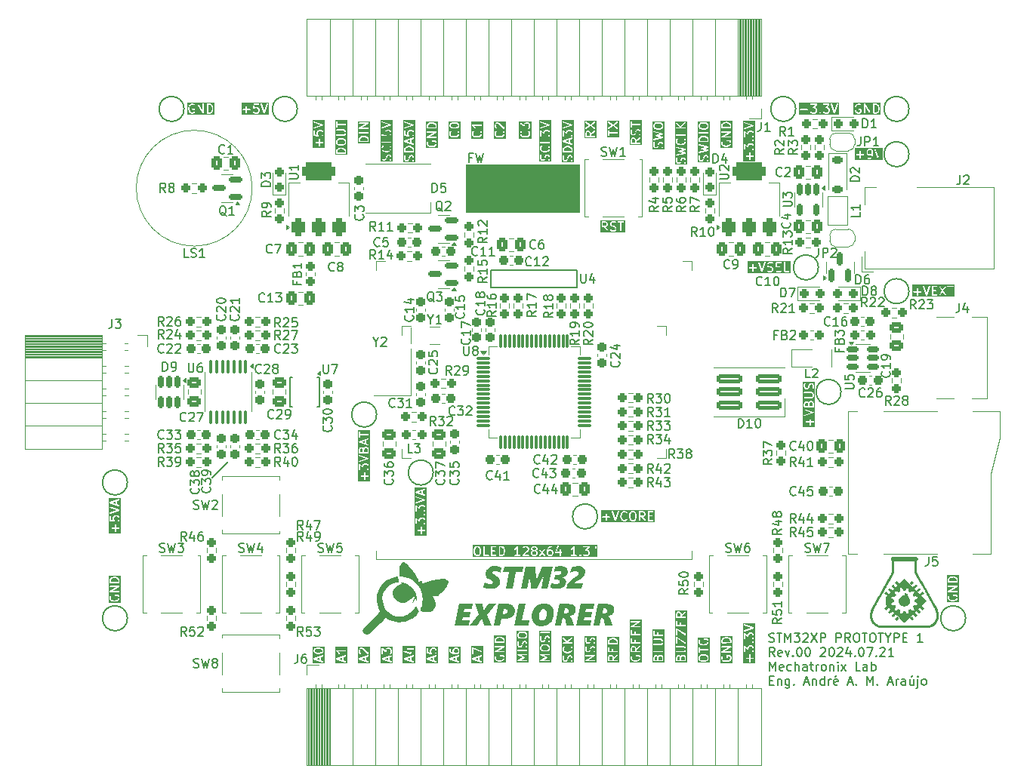
<source format=gto>
G04 #@! TF.GenerationSoftware,KiCad,Pcbnew,8.0.0*
G04 #@! TF.CreationDate,2024-07-21T16:15:31-03:00*
G04 #@! TF.ProjectId,STM32XP,53544d33-3258-4502-9e6b-696361645f70,00*
G04 #@! TF.SameCoordinates,Original*
G04 #@! TF.FileFunction,Legend,Top*
G04 #@! TF.FilePolarity,Positive*
%FSLAX46Y46*%
G04 Gerber Fmt 4.6, Leading zero omitted, Abs format (unit mm)*
G04 Created by KiCad (PCBNEW 8.0.0) date 2024-07-21 16:15:31*
%MOMM*%
%LPD*%
G01*
G04 APERTURE LIST*
G04 Aperture macros list*
%AMRoundRect*
0 Rectangle with rounded corners*
0 $1 Rounding radius*
0 $2 $3 $4 $5 $6 $7 $8 $9 X,Y pos of 4 corners*
0 Add a 4 corners polygon primitive as box body*
4,1,4,$2,$3,$4,$5,$6,$7,$8,$9,$2,$3,0*
0 Add four circle primitives for the rounded corners*
1,1,$1+$1,$2,$3*
1,1,$1+$1,$4,$5*
1,1,$1+$1,$6,$7*
1,1,$1+$1,$8,$9*
0 Add four rect primitives between the rounded corners*
20,1,$1+$1,$2,$3,$4,$5,0*
20,1,$1+$1,$4,$5,$6,$7,0*
20,1,$1+$1,$6,$7,$8,$9,0*
20,1,$1+$1,$8,$9,$2,$3,0*%
%AMFreePoly0*
4,1,19,0.500000,-0.750000,0.000000,-0.750000,0.000000,-0.744911,-0.071157,-0.744911,-0.207708,-0.704816,-0.327430,-0.627875,-0.420627,-0.520320,-0.479746,-0.390866,-0.500000,-0.250000,-0.500000,0.250000,-0.479746,0.390866,-0.420627,0.520320,-0.327430,0.627875,-0.207708,0.704816,-0.071157,0.744911,0.000000,0.744911,0.000000,0.750000,0.500000,0.750000,0.500000,-0.750000,0.500000,-0.750000,
$1*%
%AMFreePoly1*
4,1,19,0.000000,0.744911,0.071157,0.744911,0.207708,0.704816,0.327430,0.627875,0.420627,0.520320,0.479746,0.390866,0.500000,0.250000,0.500000,-0.250000,0.479746,-0.390866,0.420627,-0.520320,0.327430,-0.627875,0.207708,-0.704816,0.071157,-0.744911,0.000000,-0.744911,0.000000,-0.750000,-0.500000,-0.750000,-0.500000,0.750000,0.000000,0.750000,0.000000,0.744911,0.000000,0.744911,
$1*%
G04 Aperture macros list end*
%ADD10C,0.150000*%
%ADD11C,0.100000*%
%ADD12C,0.375000*%
%ADD13C,0.200000*%
%ADD14C,0.125000*%
%ADD15C,0.120000*%
%ADD16C,0.000000*%
%ADD17RoundRect,0.237500X0.237500X-0.250000X0.237500X0.250000X-0.237500X0.250000X-0.237500X-0.250000X0*%
%ADD18RoundRect,0.237500X-0.250000X-0.237500X0.250000X-0.237500X0.250000X0.237500X-0.250000X0.237500X0*%
%ADD19C,1.000000*%
%ADD20C,2.000000*%
%ADD21R,1.500000X0.900000*%
%ADD22RoundRect,0.237500X0.250000X0.237500X-0.250000X0.237500X-0.250000X-0.237500X0.250000X-0.237500X0*%
%ADD23RoundRect,0.250000X0.475000X-0.337500X0.475000X0.337500X-0.475000X0.337500X-0.475000X-0.337500X0*%
%ADD24RoundRect,0.237500X-0.237500X0.300000X-0.237500X-0.300000X0.237500X-0.300000X0.237500X0.300000X0*%
%ADD25R,2.000000X1.100000*%
%ADD26RoundRect,0.200000X1.200000X0.300000X-1.200000X0.300000X-1.200000X-0.300000X1.200000X-0.300000X0*%
%ADD27R,1.000000X2.800000*%
%ADD28RoundRect,0.150000X-0.512500X-0.150000X0.512500X-0.150000X0.512500X0.150000X-0.512500X0.150000X0*%
%ADD29RoundRect,0.150000X0.587500X0.150000X-0.587500X0.150000X-0.587500X-0.150000X0.587500X-0.150000X0*%
%ADD30RoundRect,0.237500X0.237500X-0.287500X0.237500X0.287500X-0.237500X0.287500X-0.237500X-0.287500X0*%
%ADD31RoundRect,0.250000X-0.337500X-0.475000X0.337500X-0.475000X0.337500X0.475000X-0.337500X0.475000X0*%
%ADD32RoundRect,0.237500X-0.300000X-0.237500X0.300000X-0.237500X0.300000X0.237500X-0.300000X0.237500X0*%
%ADD33C,0.650000*%
%ADD34R,1.240000X0.600000*%
%ADD35R,1.240000X0.300000*%
%ADD36O,2.100000X1.000000*%
%ADD37O,1.800000X1.000000*%
%ADD38R,0.250000X1.100000*%
%ADD39C,1.500000*%
%ADD40R,2.000000X4.600000*%
%ADD41O,2.000000X4.200000*%
%ADD42O,4.200000X2.000000*%
%ADD43RoundRect,0.250000X-0.475000X0.337500X-0.475000X-0.337500X0.475000X-0.337500X0.475000X0.337500X0*%
%ADD44RoundRect,0.375000X0.375000X-0.625000X0.375000X0.625000X-0.375000X0.625000X-0.375000X-0.625000X0*%
%ADD45RoundRect,0.500000X1.400000X-0.500000X1.400000X0.500000X-1.400000X0.500000X-1.400000X-0.500000X0*%
%ADD46RoundRect,0.250000X0.337500X0.475000X-0.337500X0.475000X-0.337500X-0.475000X0.337500X-0.475000X0*%
%ADD47RoundRect,0.075000X-0.700000X-0.075000X0.700000X-0.075000X0.700000X0.075000X-0.700000X0.075000X0*%
%ADD48RoundRect,0.075000X-0.075000X-0.700000X0.075000X-0.700000X0.075000X0.700000X-0.075000X0.700000X0*%
%ADD49R,1.500000X1.950000*%
%ADD50C,3.200000*%
%ADD51R,1.700000X1.700000*%
%ADD52O,1.700000X1.700000*%
%ADD53RoundRect,0.237500X0.237500X-0.300000X0.237500X0.300000X-0.237500X0.300000X-0.237500X-0.300000X0*%
%ADD54RoundRect,0.237500X0.300000X0.237500X-0.300000X0.237500X-0.300000X-0.237500X0.300000X-0.237500X0*%
%ADD55RoundRect,0.237500X-0.237500X0.250000X-0.237500X-0.250000X0.237500X-0.250000X0.237500X0.250000X0*%
%ADD56RoundRect,0.237500X-0.237500X0.287500X-0.237500X-0.287500X0.237500X-0.287500X0.237500X0.287500X0*%
%ADD57FreePoly0,0.000000*%
%ADD58FreePoly1,0.000000*%
%ADD59RoundRect,0.225000X-0.375000X0.225000X-0.375000X-0.225000X0.375000X-0.225000X0.375000X0.225000X0*%
%ADD60R,2.800000X1.000000*%
%ADD61RoundRect,0.237500X-0.287500X-0.237500X0.287500X-0.237500X0.287500X0.237500X-0.287500X0.237500X0*%
%ADD62RoundRect,0.237500X0.287500X0.237500X-0.287500X0.237500X-0.287500X-0.237500X0.287500X-0.237500X0*%
%ADD63RoundRect,0.150000X-0.150000X0.512500X-0.150000X-0.512500X0.150000X-0.512500X0.150000X0.512500X0*%
%ADD64R,1.900000X0.700000*%
%ADD65R,1.800000X1.700000*%
%ADD66R,2.600000X1.400000*%
%ADD67RoundRect,0.150000X0.150000X-0.587500X0.150000X0.587500X-0.150000X0.587500X-0.150000X-0.587500X0*%
%ADD68C,1.700000*%
%ADD69FreePoly0,180.000000*%
%ADD70FreePoly1,180.000000*%
%ADD71R,1.200000X0.600000*%
%ADD72RoundRect,0.100000X-0.100000X0.637500X-0.100000X-0.637500X0.100000X-0.637500X0.100000X0.637500X0*%
%ADD73R,1.750000X1.800000*%
G04 APERTURE END LIST*
D10*
X111257142Y-84897319D02*
X110780952Y-84897319D01*
X110780952Y-84897319D02*
X110780952Y-83897319D01*
X111542857Y-84849700D02*
X111685714Y-84897319D01*
X111685714Y-84897319D02*
X111923809Y-84897319D01*
X111923809Y-84897319D02*
X112019047Y-84849700D01*
X112019047Y-84849700D02*
X112066666Y-84802080D01*
X112066666Y-84802080D02*
X112114285Y-84706842D01*
X112114285Y-84706842D02*
X112114285Y-84611604D01*
X112114285Y-84611604D02*
X112066666Y-84516366D01*
X112066666Y-84516366D02*
X112019047Y-84468747D01*
X112019047Y-84468747D02*
X111923809Y-84421128D01*
X111923809Y-84421128D02*
X111733333Y-84373509D01*
X111733333Y-84373509D02*
X111638095Y-84325890D01*
X111638095Y-84325890D02*
X111590476Y-84278271D01*
X111590476Y-84278271D02*
X111542857Y-84183033D01*
X111542857Y-84183033D02*
X111542857Y-84087795D01*
X111542857Y-84087795D02*
X111590476Y-83992557D01*
X111590476Y-83992557D02*
X111638095Y-83944938D01*
X111638095Y-83944938D02*
X111733333Y-83897319D01*
X111733333Y-83897319D02*
X111971428Y-83897319D01*
X111971428Y-83897319D02*
X112114285Y-83944938D01*
X113066666Y-84897319D02*
X112495238Y-84897319D01*
X112780952Y-84897319D02*
X112780952Y-83897319D01*
X112780952Y-83897319D02*
X112685714Y-84040176D01*
X112685714Y-84040176D02*
X112590476Y-84135414D01*
X112590476Y-84135414D02*
X112495238Y-84183033D01*
D11*
X118400000Y-77140000D02*
G75*
G02*
X105400000Y-77140000I-6500000J0D01*
G01*
X105400000Y-77140000D02*
G75*
G02*
X118400000Y-77140000I6500000J0D01*
G01*
D10*
X115710000Y-107874000D02*
X113932000Y-109652000D01*
D11*
X142380000Y-74473000D02*
X155080000Y-74473000D01*
X155080000Y-79807000D01*
X142380000Y-79807000D01*
X142380000Y-74473000D01*
G36*
X142380000Y-74473000D02*
G01*
X155080000Y-74473000D01*
X155080000Y-79807000D01*
X142380000Y-79807000D01*
X142380000Y-74473000D01*
G37*
D10*
G36*
X164242325Y-69922953D02*
G01*
X164314166Y-69993420D01*
X164349928Y-70062866D01*
X164351018Y-70218035D01*
X164317867Y-70286357D01*
X164245485Y-70360150D01*
X164087313Y-70400843D01*
X163772559Y-70402146D01*
X163607311Y-70362032D01*
X163535471Y-70291565D01*
X163499709Y-70222119D01*
X163498619Y-70066950D01*
X163531770Y-69998627D01*
X163604152Y-69924835D01*
X163762323Y-69884142D01*
X164077077Y-69882839D01*
X164242325Y-69922953D01*
G37*
G36*
X164610930Y-72757175D02*
G01*
X163238708Y-72757175D01*
X163238708Y-72142493D01*
X163349819Y-72142493D01*
X163351111Y-72369097D01*
X163350408Y-72371207D01*
X163351185Y-72382149D01*
X163351260Y-72395220D01*
X163352291Y-72397709D01*
X163352482Y-72400397D01*
X163357737Y-72414129D01*
X163406429Y-72508685D01*
X163410078Y-72517494D01*
X163412460Y-72520396D01*
X163413188Y-72521810D01*
X163414686Y-72523109D01*
X163419405Y-72528859D01*
X163468440Y-72576200D01*
X163474073Y-72582695D01*
X163477218Y-72584674D01*
X163478389Y-72585805D01*
X163480216Y-72586562D01*
X163486516Y-72590527D01*
X163572405Y-72632202D01*
X163573627Y-72633424D01*
X163582486Y-72637093D01*
X163595485Y-72643401D01*
X163598174Y-72643592D01*
X163600663Y-72644623D01*
X163615295Y-72646064D01*
X163699601Y-72644958D01*
X163701152Y-72645475D01*
X163710421Y-72644816D01*
X163725165Y-72644623D01*
X163727654Y-72643591D01*
X163730342Y-72643401D01*
X163744074Y-72638146D01*
X163838630Y-72589453D01*
X163847439Y-72585805D01*
X163850341Y-72583422D01*
X163851755Y-72582695D01*
X163853054Y-72581196D01*
X163858804Y-72576478D01*
X163906145Y-72527442D01*
X163912640Y-72521810D01*
X163914619Y-72518664D01*
X163915750Y-72517494D01*
X163916507Y-72515666D01*
X163920472Y-72509367D01*
X163964740Y-72418134D01*
X163968823Y-72412624D01*
X163972758Y-72401608D01*
X163973346Y-72400398D01*
X163973384Y-72399857D01*
X163973770Y-72398778D01*
X164016854Y-72221294D01*
X164055680Y-72141277D01*
X164085924Y-72109950D01*
X164154905Y-72074428D01*
X164215066Y-72073639D01*
X164283176Y-72106688D01*
X164314504Y-72136933D01*
X164349907Y-72205683D01*
X164351086Y-72412464D01*
X164302789Y-72561684D01*
X164304864Y-72590874D01*
X164317950Y-72617047D01*
X164340057Y-72636221D01*
X164367820Y-72645475D01*
X164397010Y-72643400D01*
X164423183Y-72630314D01*
X164442357Y-72608207D01*
X164448351Y-72594781D01*
X164494500Y-72452199D01*
X164498378Y-72442839D01*
X164498748Y-72439075D01*
X164499230Y-72437588D01*
X164499089Y-72435613D01*
X164499819Y-72428207D01*
X164498526Y-72201601D01*
X164499230Y-72199492D01*
X164498452Y-72188549D01*
X164498378Y-72175480D01*
X164497347Y-72172991D01*
X164497156Y-72170302D01*
X164491901Y-72156571D01*
X164443209Y-72062016D01*
X164439560Y-72053206D01*
X164437177Y-72050303D01*
X164436450Y-72048890D01*
X164434950Y-72047589D01*
X164430232Y-72041840D01*
X164381195Y-71994498D01*
X164375564Y-71988005D01*
X164372418Y-71986025D01*
X164371247Y-71984894D01*
X164369417Y-71984136D01*
X164363121Y-71980173D01*
X164277232Y-71938498D01*
X164276010Y-71937276D01*
X164267144Y-71933603D01*
X164254151Y-71927299D01*
X164251463Y-71927108D01*
X164248974Y-71926077D01*
X164234342Y-71924636D01*
X164150034Y-71925741D01*
X164148484Y-71925225D01*
X164139213Y-71925883D01*
X164124472Y-71926077D01*
X164121983Y-71927107D01*
X164119294Y-71927299D01*
X164105563Y-71932554D01*
X164011008Y-71981245D01*
X164002198Y-71984895D01*
X163999295Y-71987277D01*
X163997882Y-71988005D01*
X163996582Y-71989503D01*
X163990833Y-71994222D01*
X163943491Y-72043257D01*
X163936997Y-72048890D01*
X163935017Y-72052035D01*
X163933887Y-72053206D01*
X163933129Y-72055033D01*
X163929165Y-72061333D01*
X163884898Y-72152564D01*
X163880814Y-72158076D01*
X163876876Y-72169095D01*
X163876291Y-72170303D01*
X163876252Y-72170842D01*
X163875867Y-72171922D01*
X163832782Y-72349405D01*
X163793957Y-72429421D01*
X163763712Y-72460749D01*
X163694731Y-72496271D01*
X163634570Y-72497060D01*
X163566461Y-72464012D01*
X163535133Y-72433767D01*
X163499730Y-72365016D01*
X163498551Y-72158235D01*
X163546849Y-72009017D01*
X163544774Y-71979827D01*
X163531688Y-71953653D01*
X163509580Y-71934479D01*
X163481818Y-71925225D01*
X163452628Y-71927300D01*
X163426455Y-71940387D01*
X163407281Y-71962494D01*
X163401287Y-71975919D01*
X163355138Y-72118497D01*
X163351260Y-72127861D01*
X163350889Y-72131626D01*
X163350408Y-72133113D01*
X163350548Y-72135087D01*
X163349819Y-72142493D01*
X163238708Y-72142493D01*
X163238708Y-71669106D01*
X163349871Y-71669106D01*
X163356649Y-71697574D01*
X163373806Y-71721281D01*
X163398728Y-71736617D01*
X163427623Y-71741250D01*
X163442191Y-71739262D01*
X164438465Y-71500599D01*
X164449013Y-71499198D01*
X164452328Y-71497278D01*
X164456091Y-71496377D01*
X164464914Y-71489991D01*
X164474337Y-71484536D01*
X164476677Y-71481478D01*
X164479798Y-71479220D01*
X164485503Y-71469948D01*
X164492125Y-71461298D01*
X164493118Y-71457574D01*
X164495134Y-71454298D01*
X164496856Y-71443554D01*
X164499665Y-71433023D01*
X164499157Y-71429204D01*
X164499767Y-71425403D01*
X164497244Y-71414807D01*
X164495810Y-71404014D01*
X164493881Y-71400682D01*
X164492989Y-71396935D01*
X164486602Y-71388110D01*
X164481148Y-71378689D01*
X164478090Y-71376348D01*
X164475832Y-71373228D01*
X164466559Y-71367522D01*
X164457911Y-71360902D01*
X164452509Y-71358876D01*
X164450910Y-71357892D01*
X164449119Y-71357604D01*
X164444144Y-71355739D01*
X163998870Y-71237911D01*
X164440495Y-71119239D01*
X164450910Y-71117570D01*
X164454166Y-71115566D01*
X164457911Y-71114560D01*
X164466559Y-71107939D01*
X164475832Y-71102234D01*
X164478090Y-71099113D01*
X164481148Y-71096773D01*
X164486602Y-71087351D01*
X164492989Y-71078527D01*
X164493881Y-71074779D01*
X164495810Y-71071448D01*
X164497244Y-71060654D01*
X164499767Y-71050059D01*
X164499157Y-71046257D01*
X164499665Y-71042439D01*
X164496856Y-71031907D01*
X164495134Y-71021164D01*
X164493118Y-71017887D01*
X164492125Y-71014164D01*
X164485503Y-71005513D01*
X164479798Y-70996242D01*
X164476677Y-70993983D01*
X164474337Y-70990926D01*
X164464914Y-70985470D01*
X164456091Y-70979085D01*
X164450642Y-70977207D01*
X164449013Y-70976264D01*
X164447209Y-70976024D01*
X164442191Y-70974295D01*
X163427623Y-70734212D01*
X163398728Y-70738845D01*
X163373806Y-70754181D01*
X163356649Y-70777888D01*
X163349871Y-70806356D01*
X163354504Y-70835251D01*
X163369840Y-70860173D01*
X163393547Y-70877330D01*
X163407447Y-70882120D01*
X164121520Y-71051095D01*
X163695871Y-71165473D01*
X163686340Y-71166740D01*
X163682165Y-71169156D01*
X163677442Y-71170426D01*
X163669582Y-71176441D01*
X163661015Y-71181402D01*
X163658061Y-71185259D01*
X163654204Y-71188213D01*
X163649243Y-71196780D01*
X163643228Y-71204640D01*
X163641976Y-71209332D01*
X163639542Y-71213538D01*
X163638237Y-71223353D01*
X163635688Y-71232916D01*
X163636327Y-71237731D01*
X163635688Y-71242546D01*
X163638237Y-71252108D01*
X163639542Y-71261924D01*
X163641976Y-71266129D01*
X163643228Y-71270822D01*
X163649243Y-71278681D01*
X163654204Y-71287249D01*
X163658061Y-71290202D01*
X163661015Y-71294060D01*
X163669582Y-71299020D01*
X163677442Y-71305036D01*
X163684629Y-71307731D01*
X163686340Y-71308722D01*
X163687780Y-71308913D01*
X163691208Y-71310199D01*
X164120875Y-71423896D01*
X163393547Y-71598132D01*
X163369840Y-71615289D01*
X163354504Y-71640211D01*
X163349871Y-71669106D01*
X163238708Y-71669106D01*
X163238708Y-70047255D01*
X163349819Y-70047255D01*
X163351077Y-70226342D01*
X163350408Y-70228350D01*
X163351166Y-70239022D01*
X163351260Y-70252363D01*
X163352291Y-70254852D01*
X163352482Y-70257540D01*
X163357737Y-70271272D01*
X163406429Y-70365828D01*
X163410078Y-70374637D01*
X163412460Y-70377539D01*
X163413188Y-70378953D01*
X163414686Y-70380252D01*
X163419405Y-70386002D01*
X163509728Y-70474599D01*
X163512128Y-70478599D01*
X163518988Y-70483682D01*
X163526008Y-70490568D01*
X163531161Y-70492702D01*
X163535640Y-70496021D01*
X163549486Y-70500968D01*
X163735851Y-70546208D01*
X163743520Y-70549385D01*
X163752634Y-70550282D01*
X163754506Y-70550737D01*
X163755598Y-70550574D01*
X163758152Y-70550826D01*
X164086588Y-70549465D01*
X164095131Y-70550737D01*
X164104223Y-70549392D01*
X164106117Y-70549385D01*
X164107138Y-70548962D01*
X164109675Y-70548587D01*
X164291666Y-70501766D01*
X164296592Y-70501766D01*
X164304667Y-70498421D01*
X164313997Y-70496021D01*
X164318476Y-70492701D01*
X164323628Y-70490568D01*
X164334994Y-70481240D01*
X164428932Y-70385472D01*
X164436450Y-70378953D01*
X164438460Y-70375759D01*
X164439561Y-70374637D01*
X164440319Y-70372804D01*
X164444282Y-70366510D01*
X164485957Y-70280620D01*
X164487179Y-70279399D01*
X164490848Y-70270539D01*
X164497156Y-70257541D01*
X164497347Y-70254851D01*
X164498378Y-70252363D01*
X164499819Y-70237731D01*
X164498560Y-70058642D01*
X164499230Y-70056635D01*
X164498471Y-70045962D01*
X164498378Y-70032623D01*
X164497347Y-70030134D01*
X164497156Y-70027445D01*
X164491901Y-70013714D01*
X164443212Y-69919165D01*
X164439561Y-69910349D01*
X164437176Y-69907443D01*
X164436450Y-69906033D01*
X164434953Y-69904734D01*
X164430233Y-69898984D01*
X164339909Y-69810388D01*
X164337509Y-69806387D01*
X164330645Y-69801301D01*
X164323628Y-69794418D01*
X164318476Y-69792284D01*
X164313997Y-69788965D01*
X164300151Y-69784018D01*
X164113785Y-69738777D01*
X164106117Y-69735601D01*
X164097002Y-69734703D01*
X164095131Y-69734249D01*
X164094038Y-69734411D01*
X164091485Y-69734160D01*
X163763048Y-69735520D01*
X163754506Y-69734249D01*
X163745413Y-69735593D01*
X163743520Y-69735601D01*
X163742498Y-69736023D01*
X163739962Y-69736399D01*
X163557971Y-69783220D01*
X163553045Y-69783220D01*
X163544968Y-69786565D01*
X163535640Y-69788965D01*
X163531161Y-69792283D01*
X163526008Y-69794418D01*
X163514643Y-69803746D01*
X163420711Y-69899508D01*
X163413188Y-69906033D01*
X163411175Y-69909229D01*
X163410078Y-69910349D01*
X163409320Y-69912176D01*
X163405356Y-69918476D01*
X163363681Y-70004364D01*
X163362459Y-70005587D01*
X163358786Y-70014452D01*
X163352482Y-70027446D01*
X163352291Y-70030133D01*
X163351260Y-70032623D01*
X163349819Y-70047255D01*
X163238708Y-70047255D01*
X163238708Y-69623049D01*
X164610930Y-69623049D01*
X164610930Y-72757175D01*
G37*
G36*
X128595540Y-72782148D02*
G01*
X128675350Y-72820874D01*
X128751076Y-72895151D01*
X128789867Y-73008228D01*
X128790749Y-73162836D01*
X127939398Y-73164045D01*
X127938551Y-73015378D01*
X127976290Y-72898782D01*
X128049080Y-72824573D01*
X128124215Y-72785882D01*
X128297645Y-72741264D01*
X128422417Y-72740122D01*
X128595540Y-72782148D01*
G37*
G36*
X128682325Y-71732477D02*
G01*
X128754166Y-71802944D01*
X128789928Y-71872390D01*
X128791018Y-72027559D01*
X128757867Y-72095881D01*
X128685485Y-72169674D01*
X128527313Y-72210367D01*
X128212559Y-72211670D01*
X128047311Y-72171556D01*
X127975471Y-72101089D01*
X127939709Y-72031643D01*
X127938619Y-71876474D01*
X127971770Y-71808151D01*
X128044152Y-71734359D01*
X128202323Y-71693666D01*
X128517077Y-71692363D01*
X128682325Y-71732477D01*
G37*
G36*
X129050930Y-73423842D02*
G01*
X127678708Y-73423842D01*
X127678708Y-72999636D01*
X127789819Y-72999636D01*
X127791260Y-73252363D01*
X127802459Y-73279399D01*
X127823151Y-73300091D01*
X127850187Y-73311290D01*
X127864819Y-73312731D01*
X128879451Y-73311290D01*
X128906487Y-73300091D01*
X128927179Y-73279399D01*
X128938378Y-73252363D01*
X128939819Y-73237731D01*
X128938468Y-73000960D01*
X128939230Y-72990255D01*
X128938386Y-72986546D01*
X128938378Y-72985004D01*
X128937619Y-72983173D01*
X128935970Y-72975918D01*
X128890759Y-72844127D01*
X128890759Y-72842147D01*
X128886802Y-72832594D01*
X128882357Y-72819636D01*
X128880592Y-72817601D01*
X128879561Y-72815111D01*
X128870233Y-72803746D01*
X128774468Y-72709813D01*
X128767945Y-72702291D01*
X128764748Y-72700278D01*
X128763628Y-72699180D01*
X128761798Y-72698422D01*
X128755502Y-72694459D01*
X128664270Y-72650192D01*
X128658759Y-72646108D01*
X128647739Y-72642170D01*
X128646532Y-72641585D01*
X128645992Y-72641546D01*
X128644913Y-72641161D01*
X128458547Y-72595920D01*
X128450879Y-72592744D01*
X128441764Y-72591846D01*
X128439893Y-72591392D01*
X128438800Y-72591554D01*
X128436247Y-72591303D01*
X128297667Y-72592570D01*
X128289744Y-72591392D01*
X128280719Y-72592726D01*
X128278758Y-72592744D01*
X128277736Y-72593166D01*
X128275200Y-72593542D01*
X128090501Y-72641059D01*
X128083104Y-72641585D01*
X128072121Y-72645788D01*
X128070878Y-72646108D01*
X128070442Y-72646430D01*
X128069373Y-72646840D01*
X127974823Y-72695528D01*
X127966008Y-72699180D01*
X127963102Y-72701564D01*
X127961692Y-72702291D01*
X127960393Y-72703787D01*
X127954643Y-72708508D01*
X127868158Y-72796678D01*
X127866455Y-72797530D01*
X127859826Y-72805172D01*
X127850078Y-72815111D01*
X127849046Y-72817601D01*
X127847281Y-72819637D01*
X127841287Y-72833062D01*
X127795138Y-72975640D01*
X127791260Y-72985004D01*
X127790889Y-72988769D01*
X127790408Y-72990256D01*
X127790548Y-72992230D01*
X127789819Y-72999636D01*
X127678708Y-72999636D01*
X127678708Y-71856779D01*
X127789819Y-71856779D01*
X127791077Y-72035866D01*
X127790408Y-72037874D01*
X127791166Y-72048546D01*
X127791260Y-72061887D01*
X127792291Y-72064376D01*
X127792482Y-72067064D01*
X127797737Y-72080796D01*
X127846429Y-72175352D01*
X127850078Y-72184161D01*
X127852460Y-72187063D01*
X127853188Y-72188477D01*
X127854686Y-72189776D01*
X127859405Y-72195526D01*
X127949728Y-72284123D01*
X127952128Y-72288123D01*
X127958988Y-72293206D01*
X127966008Y-72300092D01*
X127971161Y-72302226D01*
X127975640Y-72305545D01*
X127989486Y-72310492D01*
X128175851Y-72355732D01*
X128183520Y-72358909D01*
X128192634Y-72359806D01*
X128194506Y-72360261D01*
X128195598Y-72360098D01*
X128198152Y-72360350D01*
X128526588Y-72358989D01*
X128535131Y-72360261D01*
X128544223Y-72358916D01*
X128546117Y-72358909D01*
X128547138Y-72358486D01*
X128549675Y-72358111D01*
X128731666Y-72311290D01*
X128736592Y-72311290D01*
X128744667Y-72307945D01*
X128753997Y-72305545D01*
X128758476Y-72302225D01*
X128763628Y-72300092D01*
X128774994Y-72290764D01*
X128868932Y-72194996D01*
X128876450Y-72188477D01*
X128878460Y-72185283D01*
X128879561Y-72184161D01*
X128880319Y-72182328D01*
X128884282Y-72176034D01*
X128925957Y-72090144D01*
X128927179Y-72088923D01*
X128930848Y-72080063D01*
X128937156Y-72067065D01*
X128937347Y-72064375D01*
X128938378Y-72061887D01*
X128939819Y-72047255D01*
X128938560Y-71868166D01*
X128939230Y-71866159D01*
X128938471Y-71855486D01*
X128938378Y-71842147D01*
X128937347Y-71839658D01*
X128937156Y-71836969D01*
X128931901Y-71823238D01*
X128883212Y-71728689D01*
X128879561Y-71719873D01*
X128877176Y-71716967D01*
X128876450Y-71715557D01*
X128874953Y-71714258D01*
X128870233Y-71708508D01*
X128779909Y-71619912D01*
X128777509Y-71615911D01*
X128770645Y-71610825D01*
X128763628Y-71603942D01*
X128758476Y-71601808D01*
X128753997Y-71598489D01*
X128740151Y-71593542D01*
X128553785Y-71548301D01*
X128546117Y-71545125D01*
X128537002Y-71544227D01*
X128535131Y-71543773D01*
X128534038Y-71543935D01*
X128531485Y-71543684D01*
X128203048Y-71545044D01*
X128194506Y-71543773D01*
X128185413Y-71545117D01*
X128183520Y-71545125D01*
X128182498Y-71545547D01*
X128179962Y-71545923D01*
X127997971Y-71592744D01*
X127993045Y-71592744D01*
X127984968Y-71596089D01*
X127975640Y-71598489D01*
X127971161Y-71601807D01*
X127966008Y-71603942D01*
X127954643Y-71613270D01*
X127860711Y-71709032D01*
X127853188Y-71715557D01*
X127851175Y-71718753D01*
X127850078Y-71719873D01*
X127849320Y-71721700D01*
X127845356Y-71728000D01*
X127803681Y-71813888D01*
X127802459Y-71815111D01*
X127798786Y-71823976D01*
X127792482Y-71836970D01*
X127792291Y-71839657D01*
X127791260Y-71842147D01*
X127789819Y-71856779D01*
X127678708Y-71856779D01*
X127678708Y-71204744D01*
X127791260Y-71204744D01*
X127802459Y-71231780D01*
X127823151Y-71252472D01*
X127850187Y-71263671D01*
X127864819Y-71265112D01*
X128662543Y-71263717D01*
X128664961Y-71264523D01*
X128676648Y-71263692D01*
X128688974Y-71263671D01*
X128691463Y-71262639D01*
X128694151Y-71262449D01*
X128707883Y-71257194D01*
X128802435Y-71208503D01*
X128811247Y-71204854D01*
X128814151Y-71202470D01*
X128815564Y-71201743D01*
X128816863Y-71200244D01*
X128822612Y-71195527D01*
X128869953Y-71146491D01*
X128876450Y-71140858D01*
X128878429Y-71137712D01*
X128879560Y-71136542D01*
X128880317Y-71134714D01*
X128884282Y-71128415D01*
X128925957Y-71042525D01*
X128927179Y-71041304D01*
X128930848Y-71032444D01*
X128937156Y-71019446D01*
X128937347Y-71016756D01*
X128938378Y-71014268D01*
X128939819Y-70999636D01*
X128938560Y-70820547D01*
X128939230Y-70818540D01*
X128938471Y-70807867D01*
X128938378Y-70794528D01*
X128937347Y-70792039D01*
X128937156Y-70789350D01*
X128931901Y-70775619D01*
X128883209Y-70681064D01*
X128879560Y-70672254D01*
X128877177Y-70669351D01*
X128876450Y-70667938D01*
X128874950Y-70666637D01*
X128870232Y-70660888D01*
X128821195Y-70613546D01*
X128815564Y-70607053D01*
X128812418Y-70605073D01*
X128811247Y-70603942D01*
X128809417Y-70603184D01*
X128803121Y-70599221D01*
X128717232Y-70557546D01*
X128716010Y-70556324D01*
X128707144Y-70552651D01*
X128694151Y-70546347D01*
X128691463Y-70546156D01*
X128688974Y-70545125D01*
X128674342Y-70543684D01*
X127850187Y-70545125D01*
X127823151Y-70556324D01*
X127802459Y-70577016D01*
X127791260Y-70604052D01*
X127791260Y-70633316D01*
X127802459Y-70660352D01*
X127823151Y-70681044D01*
X127850187Y-70692243D01*
X127864819Y-70693684D01*
X128654274Y-70692303D01*
X128723176Y-70725736D01*
X128754504Y-70755981D01*
X128789928Y-70824771D01*
X128791018Y-70979940D01*
X128757767Y-71048469D01*
X128727521Y-71079796D01*
X128658890Y-71115139D01*
X127850187Y-71116553D01*
X127823151Y-71127752D01*
X127802459Y-71148444D01*
X127791260Y-71175480D01*
X127791260Y-71204744D01*
X127678708Y-71204744D01*
X127678708Y-69713922D01*
X127789819Y-69713922D01*
X127791260Y-70299982D01*
X127802459Y-70327018D01*
X127823151Y-70347710D01*
X127850187Y-70358909D01*
X127879451Y-70358909D01*
X127906487Y-70347710D01*
X127927179Y-70327018D01*
X127938378Y-70299982D01*
X127939819Y-70285350D01*
X127939300Y-70074530D01*
X128879451Y-70073195D01*
X128906487Y-70061996D01*
X128927179Y-70041304D01*
X128938378Y-70014268D01*
X128938378Y-69985004D01*
X128927179Y-69957968D01*
X128906487Y-69937276D01*
X128879451Y-69926077D01*
X128864819Y-69924636D01*
X127938935Y-69925950D01*
X127938378Y-69699290D01*
X127927179Y-69672254D01*
X127906487Y-69651562D01*
X127879451Y-69640363D01*
X127850187Y-69640363D01*
X127823151Y-69651562D01*
X127802459Y-69672254D01*
X127791260Y-69699290D01*
X127789819Y-69713922D01*
X127678708Y-69713922D01*
X127678708Y-69529252D01*
X129050930Y-69529252D01*
X129050930Y-73423842D01*
G37*
G36*
X174770930Y-130454890D02*
G01*
X173398708Y-130454890D01*
X173398708Y-129903900D01*
X173749355Y-129903900D01*
X173760554Y-129930936D01*
X173781246Y-129951628D01*
X173808282Y-129962827D01*
X173822914Y-129964268D01*
X174129711Y-129963698D01*
X174130307Y-130284852D01*
X174141506Y-130311888D01*
X174162198Y-130332580D01*
X174189234Y-130343779D01*
X174218498Y-130343779D01*
X174245534Y-130332580D01*
X174266226Y-130311888D01*
X174277425Y-130284852D01*
X174278866Y-130270220D01*
X174278296Y-129963422D01*
X174599451Y-129962827D01*
X174626487Y-129951628D01*
X174647179Y-129930936D01*
X174658378Y-129903900D01*
X174658378Y-129874636D01*
X174647179Y-129847600D01*
X174626487Y-129826908D01*
X174599451Y-129815709D01*
X174584819Y-129814268D01*
X174278020Y-129814837D01*
X174277425Y-129493684D01*
X174266226Y-129466648D01*
X174245534Y-129445956D01*
X174218498Y-129434757D01*
X174189234Y-129434757D01*
X174162198Y-129445956D01*
X174141506Y-129466648D01*
X174130307Y-129493684D01*
X174128866Y-129508316D01*
X174129435Y-129815113D01*
X173808282Y-129815709D01*
X173781246Y-129826908D01*
X173760554Y-129847600D01*
X173749355Y-129874636D01*
X173749355Y-129903900D01*
X173398708Y-129903900D01*
X173398708Y-128508316D01*
X173509819Y-128508316D01*
X173511260Y-129141995D01*
X173522459Y-129169031D01*
X173543151Y-129189723D01*
X173570187Y-129200922D01*
X173599451Y-129200922D01*
X173626487Y-129189723D01*
X173647179Y-129169031D01*
X173658378Y-129141995D01*
X173659819Y-129127363D01*
X173658783Y-128672091D01*
X173915970Y-128895876D01*
X173924103Y-128904009D01*
X173926419Y-128904968D01*
X173928344Y-128906643D01*
X173939881Y-128910544D01*
X173951139Y-128915208D01*
X173953670Y-128915208D01*
X173956065Y-128916018D01*
X173968218Y-128915208D01*
X173980403Y-128915208D01*
X173982739Y-128914240D01*
X173985263Y-128914072D01*
X173996188Y-128908669D01*
X174007439Y-128904009D01*
X174009225Y-128902222D01*
X174011495Y-128901100D01*
X174019520Y-128891927D01*
X174028131Y-128883317D01*
X174029099Y-128880980D01*
X174030765Y-128879076D01*
X174034666Y-128867538D01*
X174039330Y-128856281D01*
X174039681Y-128852710D01*
X174040140Y-128851355D01*
X174040008Y-128849387D01*
X174040771Y-128841649D01*
X174039642Y-128718339D01*
X174072823Y-128649957D01*
X174103067Y-128618630D01*
X174171818Y-128583227D01*
X174374554Y-128582071D01*
X174443176Y-128615368D01*
X174474504Y-128645613D01*
X174509893Y-128714335D01*
X174511094Y-128964654D01*
X174477767Y-129033339D01*
X174427220Y-129085695D01*
X174416021Y-129112731D01*
X174416021Y-129141994D01*
X174427219Y-129169030D01*
X174447912Y-129189723D01*
X174474948Y-129200922D01*
X174504211Y-129200922D01*
X174531247Y-129189724D01*
X174542612Y-129180397D01*
X174589953Y-129131361D01*
X174596450Y-129125728D01*
X174598429Y-129122582D01*
X174599560Y-129121412D01*
X174600317Y-129119584D01*
X174604282Y-129113285D01*
X174645957Y-129027395D01*
X174647179Y-129026174D01*
X174650848Y-129017314D01*
X174657156Y-129004316D01*
X174657347Y-129001626D01*
X174658378Y-128999138D01*
X174659819Y-128984506D01*
X174658503Y-128710351D01*
X174659230Y-128708172D01*
X174658439Y-128697051D01*
X174658378Y-128684160D01*
X174657347Y-128681671D01*
X174657156Y-128678982D01*
X174651901Y-128665251D01*
X174603209Y-128570696D01*
X174599560Y-128561886D01*
X174597177Y-128558983D01*
X174596450Y-128557570D01*
X174594950Y-128556269D01*
X174590232Y-128550520D01*
X174541195Y-128503178D01*
X174535564Y-128496685D01*
X174532418Y-128494705D01*
X174531247Y-128493574D01*
X174529417Y-128492816D01*
X174523121Y-128488853D01*
X174437232Y-128447178D01*
X174436010Y-128445956D01*
X174427144Y-128442283D01*
X174414151Y-128435979D01*
X174411463Y-128435788D01*
X174408974Y-128434757D01*
X174394342Y-128433316D01*
X174167736Y-128434608D01*
X174165627Y-128433905D01*
X174154684Y-128434682D01*
X174141615Y-128434757D01*
X174139126Y-128435787D01*
X174136437Y-128435979D01*
X174122706Y-128441234D01*
X174028151Y-128489925D01*
X174019341Y-128493575D01*
X174016438Y-128495957D01*
X174015025Y-128496685D01*
X174013725Y-128498183D01*
X174007976Y-128502902D01*
X173960634Y-128551937D01*
X173954140Y-128557570D01*
X173952160Y-128560715D01*
X173951030Y-128561886D01*
X173950272Y-128563713D01*
X173946308Y-128570013D01*
X173904633Y-128655901D01*
X173903411Y-128657124D01*
X173899738Y-128665989D01*
X173893434Y-128678983D01*
X173893413Y-128679271D01*
X173634619Y-128454088D01*
X173626487Y-128445956D01*
X173624170Y-128444996D01*
X173622246Y-128443322D01*
X173610708Y-128439420D01*
X173599451Y-128434757D01*
X173596920Y-128434757D01*
X173594525Y-128433947D01*
X173582372Y-128434757D01*
X173570187Y-128434757D01*
X173567850Y-128435724D01*
X173565327Y-128435893D01*
X173554401Y-128441295D01*
X173543151Y-128445956D01*
X173541364Y-128447742D01*
X173539095Y-128448865D01*
X173531069Y-128458037D01*
X173522459Y-128466648D01*
X173521490Y-128468984D01*
X173519825Y-128470889D01*
X173515923Y-128482426D01*
X173511260Y-128493684D01*
X173510908Y-128497254D01*
X173510450Y-128498610D01*
X173510581Y-128500577D01*
X173509819Y-128508316D01*
X173398708Y-128508316D01*
X173398708Y-128094375D01*
X174416021Y-128094375D01*
X174427219Y-128121411D01*
X174427220Y-128121412D01*
X174436548Y-128132778D01*
X174495533Y-128189724D01*
X174522569Y-128200922D01*
X174551832Y-128200922D01*
X174578868Y-128189723D01*
X174590233Y-128180396D01*
X174647179Y-128121412D01*
X174658378Y-128094376D01*
X174658378Y-128065113D01*
X174650775Y-128046757D01*
X174647179Y-128038076D01*
X174637852Y-128026711D01*
X174578868Y-127969765D01*
X174578866Y-127969764D01*
X174551832Y-127958566D01*
X174522569Y-127958566D01*
X174495533Y-127969764D01*
X174484167Y-127979092D01*
X174427220Y-128038076D01*
X174427219Y-128038077D01*
X174423624Y-128046757D01*
X174416021Y-128065112D01*
X174416021Y-128094375D01*
X173398708Y-128094375D01*
X173398708Y-127079745D01*
X173509819Y-127079745D01*
X173511260Y-127713424D01*
X173522459Y-127740460D01*
X173543151Y-127761152D01*
X173570187Y-127772351D01*
X173599451Y-127772351D01*
X173626487Y-127761152D01*
X173647179Y-127740460D01*
X173658378Y-127713424D01*
X173659819Y-127698792D01*
X173658783Y-127243520D01*
X173915970Y-127467305D01*
X173924103Y-127475438D01*
X173926419Y-127476397D01*
X173928344Y-127478072D01*
X173939881Y-127481973D01*
X173951139Y-127486637D01*
X173953670Y-127486637D01*
X173956065Y-127487447D01*
X173968218Y-127486637D01*
X173980403Y-127486637D01*
X173982739Y-127485669D01*
X173985263Y-127485501D01*
X173996188Y-127480098D01*
X174007439Y-127475438D01*
X174009225Y-127473651D01*
X174011495Y-127472529D01*
X174019520Y-127463356D01*
X174028131Y-127454746D01*
X174029099Y-127452409D01*
X174030765Y-127450505D01*
X174034666Y-127438967D01*
X174039330Y-127427710D01*
X174039681Y-127424139D01*
X174040140Y-127422784D01*
X174040008Y-127420816D01*
X174040771Y-127413078D01*
X174039642Y-127289768D01*
X174072823Y-127221386D01*
X174103067Y-127190059D01*
X174171818Y-127154656D01*
X174374554Y-127153500D01*
X174443176Y-127186797D01*
X174474504Y-127217042D01*
X174509893Y-127285764D01*
X174511094Y-127536083D01*
X174477767Y-127604768D01*
X174427220Y-127657124D01*
X174416021Y-127684160D01*
X174416021Y-127713423D01*
X174427219Y-127740459D01*
X174447912Y-127761152D01*
X174474948Y-127772351D01*
X174504211Y-127772351D01*
X174531247Y-127761153D01*
X174542612Y-127751826D01*
X174589953Y-127702790D01*
X174596450Y-127697157D01*
X174598429Y-127694011D01*
X174599560Y-127692841D01*
X174600317Y-127691013D01*
X174604282Y-127684714D01*
X174645957Y-127598824D01*
X174647179Y-127597603D01*
X174650848Y-127588743D01*
X174657156Y-127575745D01*
X174657347Y-127573055D01*
X174658378Y-127570567D01*
X174659819Y-127555935D01*
X174658503Y-127281780D01*
X174659230Y-127279601D01*
X174658439Y-127268480D01*
X174658378Y-127255589D01*
X174657347Y-127253100D01*
X174657156Y-127250411D01*
X174651901Y-127236680D01*
X174603209Y-127142125D01*
X174599560Y-127133315D01*
X174597177Y-127130412D01*
X174596450Y-127128999D01*
X174594950Y-127127698D01*
X174590232Y-127121949D01*
X174541195Y-127074607D01*
X174535564Y-127068114D01*
X174532418Y-127066134D01*
X174531247Y-127065003D01*
X174529417Y-127064245D01*
X174523121Y-127060282D01*
X174437232Y-127018607D01*
X174436010Y-127017385D01*
X174427144Y-127013712D01*
X174414151Y-127007408D01*
X174411463Y-127007217D01*
X174408974Y-127006186D01*
X174394342Y-127004745D01*
X174167736Y-127006037D01*
X174165627Y-127005334D01*
X174154684Y-127006111D01*
X174141615Y-127006186D01*
X174139126Y-127007216D01*
X174136437Y-127007408D01*
X174122706Y-127012663D01*
X174028151Y-127061354D01*
X174019341Y-127065004D01*
X174016438Y-127067386D01*
X174015025Y-127068114D01*
X174013725Y-127069612D01*
X174007976Y-127074331D01*
X173960634Y-127123366D01*
X173954140Y-127128999D01*
X173952160Y-127132144D01*
X173951030Y-127133315D01*
X173950272Y-127135142D01*
X173946308Y-127141442D01*
X173904633Y-127227330D01*
X173903411Y-127228553D01*
X173899738Y-127237418D01*
X173893434Y-127250412D01*
X173893413Y-127250700D01*
X173634619Y-127025517D01*
X173626487Y-127017385D01*
X173624170Y-127016425D01*
X173622246Y-127014751D01*
X173610708Y-127010849D01*
X173599451Y-127006186D01*
X173596920Y-127006186D01*
X173594525Y-127005376D01*
X173582372Y-127006186D01*
X173570187Y-127006186D01*
X173567850Y-127007153D01*
X173565327Y-127007322D01*
X173554401Y-127012724D01*
X173543151Y-127017385D01*
X173541364Y-127019171D01*
X173539095Y-127020294D01*
X173531069Y-127029466D01*
X173522459Y-127038077D01*
X173521490Y-127040413D01*
X173519825Y-127042318D01*
X173515923Y-127053855D01*
X173511260Y-127065113D01*
X173510908Y-127068683D01*
X173510450Y-127070039D01*
X173510581Y-127072006D01*
X173509819Y-127079745D01*
X173398708Y-127079745D01*
X173398708Y-126803410D01*
X173510408Y-126803410D01*
X173519662Y-126831173D01*
X173538836Y-126853280D01*
X173565009Y-126866366D01*
X173594199Y-126868441D01*
X173608536Y-126865181D01*
X174599413Y-126533403D01*
X174604628Y-126533033D01*
X174612956Y-126528868D01*
X174621961Y-126525854D01*
X174626008Y-126522343D01*
X174630802Y-126519947D01*
X174636966Y-126512839D01*
X174644068Y-126506680D01*
X174646463Y-126501888D01*
X174649976Y-126497839D01*
X174652950Y-126488916D01*
X174657155Y-126480507D01*
X174657534Y-126475162D01*
X174659230Y-126470077D01*
X174658563Y-126460697D01*
X174659230Y-126451317D01*
X174657534Y-126446231D01*
X174657155Y-126440887D01*
X174652950Y-126432477D01*
X174649976Y-126423555D01*
X174646463Y-126419505D01*
X174644068Y-126414714D01*
X174636966Y-126408554D01*
X174630802Y-126401447D01*
X174626008Y-126399050D01*
X174621961Y-126395540D01*
X174608536Y-126389546D01*
X173594199Y-126052953D01*
X173565009Y-126055028D01*
X173538836Y-126068114D01*
X173519662Y-126090221D01*
X173510408Y-126117984D01*
X173512483Y-126147174D01*
X173525569Y-126173347D01*
X173547676Y-126192521D01*
X173561102Y-126198515D01*
X174349895Y-126460264D01*
X173547676Y-126728873D01*
X173525569Y-126748047D01*
X173512483Y-126774220D01*
X173510408Y-126803410D01*
X173398708Y-126803410D01*
X173398708Y-125941842D01*
X174770930Y-125941842D01*
X174770930Y-130454890D01*
G37*
G36*
X138665199Y-130087721D02*
G01*
X138259742Y-129953176D01*
X138664406Y-129817681D01*
X138665199Y-130087721D01*
G37*
G36*
X139210930Y-130471599D02*
G01*
X137838708Y-130471599D01*
X137838708Y-129962124D01*
X137950408Y-129962124D01*
X137952103Y-129967209D01*
X137952483Y-129972554D01*
X137956687Y-129980963D01*
X137959662Y-129989887D01*
X137963173Y-129993935D01*
X137965569Y-129998727D01*
X137972673Y-130004889D01*
X137978836Y-130011994D01*
X137983627Y-130014389D01*
X137987676Y-130017901D01*
X138001102Y-130023895D01*
X138718853Y-130262070D01*
X138724472Y-130264398D01*
X138725867Y-130264398D01*
X139015438Y-130360488D01*
X139044628Y-130358413D01*
X139070802Y-130345327D01*
X139089976Y-130323219D01*
X139099230Y-130295457D01*
X139097155Y-130266267D01*
X139084068Y-130240094D01*
X139061961Y-130220920D01*
X139048536Y-130214926D01*
X138813946Y-130137080D01*
X138812862Y-129767974D01*
X139061961Y-129684568D01*
X139084068Y-129665394D01*
X139097155Y-129639221D01*
X139099230Y-129610031D01*
X139089976Y-129582269D01*
X139070802Y-129560161D01*
X139044628Y-129547075D01*
X139015438Y-129545000D01*
X139001102Y-129548260D01*
X138010223Y-129880037D01*
X138005009Y-129880408D01*
X137996680Y-129884571D01*
X137987676Y-129887587D01*
X137983627Y-129891098D01*
X137978836Y-129893494D01*
X137972673Y-129900598D01*
X137965569Y-129906761D01*
X137963173Y-129911552D01*
X137959662Y-129915601D01*
X137956687Y-129924524D01*
X137952483Y-129932934D01*
X137952103Y-129938278D01*
X137950408Y-129943364D01*
X137951074Y-129952744D01*
X137950408Y-129962124D01*
X137838708Y-129962124D01*
X137838708Y-128809887D01*
X137949819Y-128809887D01*
X137951207Y-129282929D01*
X137950169Y-129293317D01*
X137951248Y-129296895D01*
X137951260Y-129300709D01*
X137955454Y-129310835D01*
X137958622Y-129321333D01*
X137961013Y-129324256D01*
X137962459Y-129327745D01*
X137970212Y-129335498D01*
X137977153Y-129343981D01*
X137980479Y-129345765D01*
X137983151Y-129348437D01*
X137993280Y-129352632D01*
X138002940Y-129357815D01*
X138008464Y-129358922D01*
X138010187Y-129359636D01*
X138012024Y-129359636D01*
X138017356Y-129360705D01*
X138483124Y-129405907D01*
X138486377Y-129407255D01*
X138497007Y-129407255D01*
X138508249Y-129408346D01*
X138511865Y-129407255D01*
X138515640Y-129407255D01*
X138525764Y-129403061D01*
X138536265Y-129399893D01*
X138539189Y-129397500D01*
X138542676Y-129396056D01*
X138550424Y-129388307D01*
X138558913Y-129381362D01*
X138560698Y-129378033D01*
X138563369Y-129375363D01*
X138567562Y-129365238D01*
X138572747Y-129355575D01*
X138573122Y-129351815D01*
X138574568Y-129348327D01*
X138574568Y-129337365D01*
X138575659Y-129326456D01*
X138574568Y-129322840D01*
X138574568Y-129319064D01*
X138570373Y-129308937D01*
X138567206Y-129298440D01*
X138564814Y-129295516D01*
X138563369Y-129292028D01*
X138554042Y-129280663D01*
X138516085Y-129244018D01*
X138480682Y-129175267D01*
X138479526Y-128972531D01*
X138512823Y-128903909D01*
X138543067Y-128872582D01*
X138611818Y-128837179D01*
X138814554Y-128836023D01*
X138883176Y-128869320D01*
X138914504Y-128899565D01*
X138949907Y-128968315D01*
X138951063Y-129171051D01*
X138917767Y-129239672D01*
X138867220Y-129292028D01*
X138856021Y-129319064D01*
X138856021Y-129348327D01*
X138867219Y-129375363D01*
X138887912Y-129396056D01*
X138914948Y-129407255D01*
X138944211Y-129407255D01*
X138971247Y-129396057D01*
X138982612Y-129386730D01*
X139029953Y-129337694D01*
X139036450Y-129332061D01*
X139038429Y-129328915D01*
X139039560Y-129327745D01*
X139040317Y-129325917D01*
X139044282Y-129319618D01*
X139085957Y-129233728D01*
X139087179Y-129232507D01*
X139090848Y-129223647D01*
X139097156Y-129210649D01*
X139097347Y-129207959D01*
X139098378Y-129205471D01*
X139099819Y-129190839D01*
X139098526Y-128964233D01*
X139099230Y-128962124D01*
X139098452Y-128951181D01*
X139098378Y-128938112D01*
X139097347Y-128935623D01*
X139097156Y-128932934D01*
X139091901Y-128919203D01*
X139043209Y-128824648D01*
X139039560Y-128815838D01*
X139037177Y-128812935D01*
X139036450Y-128811522D01*
X139034950Y-128810221D01*
X139030232Y-128804472D01*
X138981195Y-128757130D01*
X138975564Y-128750637D01*
X138972418Y-128748657D01*
X138971247Y-128747526D01*
X138969417Y-128746768D01*
X138963121Y-128742805D01*
X138877232Y-128701130D01*
X138876010Y-128699908D01*
X138867144Y-128696235D01*
X138854151Y-128689931D01*
X138851463Y-128689740D01*
X138848974Y-128688709D01*
X138834342Y-128687268D01*
X138607736Y-128688560D01*
X138605627Y-128687857D01*
X138594684Y-128688634D01*
X138581615Y-128688709D01*
X138579126Y-128689739D01*
X138576437Y-128689931D01*
X138562706Y-128695186D01*
X138468151Y-128743877D01*
X138459341Y-128747527D01*
X138456438Y-128749909D01*
X138455025Y-128750637D01*
X138453725Y-128752135D01*
X138447976Y-128756854D01*
X138400634Y-128805889D01*
X138394140Y-128811522D01*
X138392160Y-128814667D01*
X138391030Y-128815838D01*
X138390272Y-128817665D01*
X138386308Y-128823965D01*
X138344633Y-128909853D01*
X138343411Y-128911076D01*
X138339738Y-128919941D01*
X138333434Y-128932935D01*
X138333243Y-128935622D01*
X138332212Y-128938112D01*
X138330771Y-128952744D01*
X138332063Y-129179348D01*
X138331360Y-129181458D01*
X138332137Y-129192400D01*
X138332212Y-129205471D01*
X138333243Y-129207960D01*
X138333434Y-129210648D01*
X138338689Y-129224380D01*
X138348559Y-129243548D01*
X138099623Y-129219389D01*
X138098378Y-128795255D01*
X138087179Y-128768219D01*
X138066487Y-128747527D01*
X138039451Y-128736328D01*
X138010187Y-128736328D01*
X137983151Y-128747527D01*
X137962459Y-128768219D01*
X137951260Y-128795255D01*
X137949819Y-128809887D01*
X137838708Y-128809887D01*
X137838708Y-128576157D01*
X139210930Y-128576157D01*
X139210930Y-130471599D01*
G37*
G36*
X153995540Y-72591672D02*
G01*
X154075350Y-72630398D01*
X154151076Y-72704675D01*
X154189867Y-72817752D01*
X154190749Y-72972360D01*
X153339398Y-72973569D01*
X153338551Y-72824902D01*
X153376290Y-72708306D01*
X153449080Y-72634097D01*
X153524215Y-72595406D01*
X153697645Y-72550788D01*
X153822417Y-72549646D01*
X153995540Y-72591672D01*
G37*
G36*
X153905199Y-71991756D02*
G01*
X153499742Y-71857211D01*
X153904406Y-71721716D01*
X153905199Y-71991756D01*
G37*
G36*
X154450930Y-74233366D02*
G01*
X153078708Y-74233366D01*
X153078708Y-73618684D01*
X153189819Y-73618684D01*
X153191111Y-73845288D01*
X153190408Y-73847398D01*
X153191185Y-73858340D01*
X153191260Y-73871411D01*
X153192291Y-73873900D01*
X153192482Y-73876588D01*
X153197737Y-73890320D01*
X153246429Y-73984876D01*
X153250078Y-73993685D01*
X153252460Y-73996587D01*
X153253188Y-73998001D01*
X153254686Y-73999300D01*
X153259405Y-74005050D01*
X153308440Y-74052391D01*
X153314073Y-74058886D01*
X153317218Y-74060865D01*
X153318389Y-74061996D01*
X153320216Y-74062753D01*
X153326516Y-74066718D01*
X153412405Y-74108393D01*
X153413627Y-74109615D01*
X153422486Y-74113284D01*
X153435485Y-74119592D01*
X153438174Y-74119783D01*
X153440663Y-74120814D01*
X153455295Y-74122255D01*
X153539601Y-74121149D01*
X153541152Y-74121666D01*
X153550421Y-74121007D01*
X153565165Y-74120814D01*
X153567654Y-74119782D01*
X153570342Y-74119592D01*
X153584074Y-74114337D01*
X153678630Y-74065644D01*
X153687439Y-74061996D01*
X153690341Y-74059613D01*
X153691755Y-74058886D01*
X153693054Y-74057387D01*
X153698804Y-74052669D01*
X153746145Y-74003633D01*
X153752640Y-73998001D01*
X153754619Y-73994855D01*
X153755750Y-73993685D01*
X153756507Y-73991857D01*
X153760472Y-73985558D01*
X153804740Y-73894325D01*
X153808823Y-73888815D01*
X153812758Y-73877799D01*
X153813346Y-73876589D01*
X153813384Y-73876048D01*
X153813770Y-73874969D01*
X153856854Y-73697485D01*
X153895680Y-73617468D01*
X153925924Y-73586141D01*
X153994905Y-73550619D01*
X154055066Y-73549830D01*
X154123176Y-73582879D01*
X154154504Y-73613124D01*
X154189907Y-73681874D01*
X154191086Y-73888655D01*
X154142789Y-74037875D01*
X154144864Y-74067065D01*
X154157950Y-74093238D01*
X154180057Y-74112412D01*
X154207820Y-74121666D01*
X154237010Y-74119591D01*
X154263183Y-74106505D01*
X154282357Y-74084398D01*
X154288351Y-74070972D01*
X154334500Y-73928390D01*
X154338378Y-73919030D01*
X154338748Y-73915266D01*
X154339230Y-73913779D01*
X154339089Y-73911804D01*
X154339819Y-73904398D01*
X154338526Y-73677792D01*
X154339230Y-73675683D01*
X154338452Y-73664740D01*
X154338378Y-73651671D01*
X154337347Y-73649182D01*
X154337156Y-73646493D01*
X154331901Y-73632762D01*
X154283209Y-73538207D01*
X154279560Y-73529397D01*
X154277177Y-73526494D01*
X154276450Y-73525081D01*
X154274950Y-73523780D01*
X154270232Y-73518031D01*
X154221195Y-73470689D01*
X154215564Y-73464196D01*
X154212418Y-73462216D01*
X154211247Y-73461085D01*
X154209417Y-73460327D01*
X154203121Y-73456364D01*
X154117232Y-73414689D01*
X154116010Y-73413467D01*
X154107144Y-73409794D01*
X154094151Y-73403490D01*
X154091463Y-73403299D01*
X154088974Y-73402268D01*
X154074342Y-73400827D01*
X153990034Y-73401932D01*
X153988484Y-73401416D01*
X153979213Y-73402074D01*
X153964472Y-73402268D01*
X153961983Y-73403298D01*
X153959294Y-73403490D01*
X153945563Y-73408745D01*
X153851008Y-73457436D01*
X153842198Y-73461086D01*
X153839295Y-73463468D01*
X153837882Y-73464196D01*
X153836582Y-73465694D01*
X153830833Y-73470413D01*
X153783491Y-73519448D01*
X153776997Y-73525081D01*
X153775017Y-73528226D01*
X153773887Y-73529397D01*
X153773129Y-73531224D01*
X153769165Y-73537524D01*
X153724898Y-73628755D01*
X153720814Y-73634267D01*
X153716876Y-73645286D01*
X153716291Y-73646494D01*
X153716252Y-73647033D01*
X153715867Y-73648113D01*
X153672782Y-73825596D01*
X153633957Y-73905612D01*
X153603712Y-73936940D01*
X153534731Y-73972462D01*
X153474570Y-73973251D01*
X153406461Y-73940203D01*
X153375133Y-73909958D01*
X153339730Y-73841207D01*
X153338551Y-73634426D01*
X153386849Y-73485208D01*
X153384774Y-73456018D01*
X153371688Y-73429844D01*
X153349580Y-73410670D01*
X153321818Y-73401416D01*
X153292628Y-73403491D01*
X153266455Y-73416578D01*
X153247281Y-73438685D01*
X153241287Y-73452110D01*
X153195138Y-73594688D01*
X153191260Y-73604052D01*
X153190889Y-73607817D01*
X153190408Y-73609304D01*
X153190548Y-73611278D01*
X153189819Y-73618684D01*
X153078708Y-73618684D01*
X153078708Y-72809160D01*
X153189819Y-72809160D01*
X153191260Y-73061887D01*
X153202459Y-73088923D01*
X153223151Y-73109615D01*
X153250187Y-73120814D01*
X153264819Y-73122255D01*
X154279451Y-73120814D01*
X154306487Y-73109615D01*
X154327179Y-73088923D01*
X154338378Y-73061887D01*
X154339819Y-73047255D01*
X154338468Y-72810484D01*
X154339230Y-72799779D01*
X154338386Y-72796070D01*
X154338378Y-72794528D01*
X154337619Y-72792697D01*
X154335970Y-72785442D01*
X154290759Y-72653651D01*
X154290759Y-72651671D01*
X154286802Y-72642118D01*
X154282357Y-72629160D01*
X154280592Y-72627125D01*
X154279561Y-72624635D01*
X154270233Y-72613270D01*
X154174468Y-72519337D01*
X154167945Y-72511815D01*
X154164748Y-72509802D01*
X154163628Y-72508704D01*
X154161798Y-72507946D01*
X154155502Y-72503983D01*
X154064270Y-72459716D01*
X154058759Y-72455632D01*
X154047739Y-72451694D01*
X154046532Y-72451109D01*
X154045992Y-72451070D01*
X154044913Y-72450685D01*
X153858547Y-72405444D01*
X153850879Y-72402268D01*
X153841764Y-72401370D01*
X153839893Y-72400916D01*
X153838800Y-72401078D01*
X153836247Y-72400827D01*
X153697667Y-72402094D01*
X153689744Y-72400916D01*
X153680719Y-72402250D01*
X153678758Y-72402268D01*
X153677736Y-72402690D01*
X153675200Y-72403066D01*
X153490501Y-72450583D01*
X153483104Y-72451109D01*
X153472121Y-72455312D01*
X153470878Y-72455632D01*
X153470442Y-72455954D01*
X153469373Y-72456364D01*
X153374823Y-72505052D01*
X153366008Y-72508704D01*
X153363102Y-72511088D01*
X153361692Y-72511815D01*
X153360393Y-72513311D01*
X153354643Y-72518032D01*
X153268158Y-72606202D01*
X153266455Y-72607054D01*
X153259826Y-72614696D01*
X153250078Y-72624635D01*
X153249046Y-72627125D01*
X153247281Y-72629161D01*
X153241287Y-72642586D01*
X153195138Y-72785164D01*
X153191260Y-72794528D01*
X153190889Y-72798293D01*
X153190408Y-72799780D01*
X153190548Y-72801754D01*
X153189819Y-72809160D01*
X153078708Y-72809160D01*
X153078708Y-71866159D01*
X153190408Y-71866159D01*
X153192103Y-71871244D01*
X153192483Y-71876589D01*
X153196687Y-71884998D01*
X153199662Y-71893922D01*
X153203173Y-71897970D01*
X153205569Y-71902762D01*
X153212673Y-71908924D01*
X153218836Y-71916029D01*
X153223627Y-71918424D01*
X153227676Y-71921936D01*
X153241102Y-71927930D01*
X153958853Y-72166105D01*
X153964472Y-72168433D01*
X153965867Y-72168433D01*
X154255438Y-72264523D01*
X154284628Y-72262448D01*
X154310802Y-72249362D01*
X154329976Y-72227254D01*
X154339230Y-72199492D01*
X154337155Y-72170302D01*
X154324068Y-72144129D01*
X154301961Y-72124955D01*
X154288536Y-72118961D01*
X154053946Y-72041115D01*
X154052862Y-71672009D01*
X154301961Y-71588603D01*
X154324068Y-71569429D01*
X154337155Y-71543256D01*
X154339230Y-71514066D01*
X154329976Y-71486304D01*
X154310802Y-71464196D01*
X154284628Y-71451110D01*
X154255438Y-71449035D01*
X154241102Y-71452295D01*
X153250223Y-71784072D01*
X153245009Y-71784443D01*
X153236680Y-71788606D01*
X153227676Y-71791622D01*
X153223627Y-71795133D01*
X153218836Y-71797529D01*
X153212673Y-71804633D01*
X153205569Y-71810796D01*
X153203173Y-71815587D01*
X153199662Y-71819636D01*
X153196687Y-71828559D01*
X153192483Y-71836969D01*
X153192103Y-71842313D01*
X153190408Y-71847399D01*
X153191074Y-71856779D01*
X153190408Y-71866159D01*
X153078708Y-71866159D01*
X153078708Y-70666303D01*
X153189819Y-70666303D01*
X153191260Y-71299982D01*
X153202459Y-71327018D01*
X153223151Y-71347710D01*
X153250187Y-71358909D01*
X153279451Y-71358909D01*
X153306487Y-71347710D01*
X153327179Y-71327018D01*
X153338378Y-71299982D01*
X153339819Y-71285350D01*
X153338783Y-70830078D01*
X153595970Y-71053863D01*
X153604103Y-71061996D01*
X153606419Y-71062955D01*
X153608344Y-71064630D01*
X153619881Y-71068531D01*
X153631139Y-71073195D01*
X153633670Y-71073195D01*
X153636065Y-71074005D01*
X153648218Y-71073195D01*
X153660403Y-71073195D01*
X153662739Y-71072227D01*
X153665263Y-71072059D01*
X153676188Y-71066656D01*
X153687439Y-71061996D01*
X153689225Y-71060209D01*
X153691495Y-71059087D01*
X153699520Y-71049914D01*
X153708131Y-71041304D01*
X153709099Y-71038967D01*
X153710765Y-71037063D01*
X153714666Y-71025525D01*
X153719330Y-71014268D01*
X153719681Y-71010697D01*
X153720140Y-71009342D01*
X153720008Y-71007374D01*
X153720771Y-70999636D01*
X153719642Y-70876326D01*
X153752823Y-70807944D01*
X153783067Y-70776617D01*
X153851818Y-70741214D01*
X154054554Y-70740058D01*
X154123176Y-70773355D01*
X154154504Y-70803600D01*
X154189893Y-70872322D01*
X154191094Y-71122641D01*
X154157767Y-71191326D01*
X154107220Y-71243682D01*
X154096021Y-71270718D01*
X154096021Y-71299981D01*
X154107219Y-71327017D01*
X154127912Y-71347710D01*
X154154948Y-71358909D01*
X154184211Y-71358909D01*
X154211247Y-71347711D01*
X154222612Y-71338384D01*
X154269953Y-71289348D01*
X154276450Y-71283715D01*
X154278429Y-71280569D01*
X154279560Y-71279399D01*
X154280317Y-71277571D01*
X154284282Y-71271272D01*
X154325957Y-71185382D01*
X154327179Y-71184161D01*
X154330848Y-71175301D01*
X154337156Y-71162303D01*
X154337347Y-71159613D01*
X154338378Y-71157125D01*
X154339819Y-71142493D01*
X154338503Y-70868338D01*
X154339230Y-70866159D01*
X154338439Y-70855038D01*
X154338378Y-70842147D01*
X154337347Y-70839658D01*
X154337156Y-70836969D01*
X154331901Y-70823238D01*
X154283209Y-70728683D01*
X154279560Y-70719873D01*
X154277177Y-70716970D01*
X154276450Y-70715557D01*
X154274950Y-70714256D01*
X154270232Y-70708507D01*
X154221195Y-70661165D01*
X154215564Y-70654672D01*
X154212418Y-70652692D01*
X154211247Y-70651561D01*
X154209417Y-70650803D01*
X154203121Y-70646840D01*
X154117232Y-70605165D01*
X154116010Y-70603943D01*
X154107144Y-70600270D01*
X154094151Y-70593966D01*
X154091463Y-70593775D01*
X154088974Y-70592744D01*
X154074342Y-70591303D01*
X153847736Y-70592595D01*
X153845627Y-70591892D01*
X153834684Y-70592669D01*
X153821615Y-70592744D01*
X153819126Y-70593774D01*
X153816437Y-70593966D01*
X153802706Y-70599221D01*
X153708151Y-70647912D01*
X153699341Y-70651562D01*
X153696438Y-70653944D01*
X153695025Y-70654672D01*
X153693725Y-70656170D01*
X153687976Y-70660889D01*
X153640634Y-70709924D01*
X153634140Y-70715557D01*
X153632160Y-70718702D01*
X153631030Y-70719873D01*
X153630272Y-70721700D01*
X153626308Y-70728000D01*
X153584633Y-70813888D01*
X153583411Y-70815111D01*
X153579738Y-70823976D01*
X153573434Y-70836970D01*
X153573413Y-70837258D01*
X153314619Y-70612075D01*
X153306487Y-70603943D01*
X153304170Y-70602983D01*
X153302246Y-70601309D01*
X153290708Y-70597407D01*
X153279451Y-70592744D01*
X153276920Y-70592744D01*
X153274525Y-70591934D01*
X153262372Y-70592744D01*
X153250187Y-70592744D01*
X153247850Y-70593711D01*
X153245327Y-70593880D01*
X153234401Y-70599282D01*
X153223151Y-70603943D01*
X153221364Y-70605729D01*
X153219095Y-70606852D01*
X153211069Y-70616024D01*
X153202459Y-70624635D01*
X153201490Y-70626971D01*
X153199825Y-70628876D01*
X153195923Y-70640413D01*
X153191260Y-70651671D01*
X153190908Y-70655241D01*
X153190450Y-70656597D01*
X153190581Y-70658564D01*
X153189819Y-70666303D01*
X153078708Y-70666303D01*
X153078708Y-70389968D01*
X153190408Y-70389968D01*
X153199662Y-70417731D01*
X153218836Y-70439838D01*
X153245009Y-70452924D01*
X153274199Y-70454999D01*
X153288536Y-70451739D01*
X154279413Y-70119961D01*
X154284628Y-70119591D01*
X154292956Y-70115426D01*
X154301961Y-70112412D01*
X154306008Y-70108901D01*
X154310802Y-70106505D01*
X154316966Y-70099397D01*
X154324068Y-70093238D01*
X154326463Y-70088446D01*
X154329976Y-70084397D01*
X154332950Y-70075474D01*
X154337155Y-70067065D01*
X154337534Y-70061720D01*
X154339230Y-70056635D01*
X154338563Y-70047255D01*
X154339230Y-70037875D01*
X154337534Y-70032789D01*
X154337155Y-70027445D01*
X154332950Y-70019035D01*
X154329976Y-70010113D01*
X154326463Y-70006063D01*
X154324068Y-70001272D01*
X154316966Y-69995112D01*
X154310802Y-69988005D01*
X154306008Y-69985608D01*
X154301961Y-69982098D01*
X154288536Y-69976104D01*
X153274199Y-69639511D01*
X153245009Y-69641586D01*
X153218836Y-69654672D01*
X153199662Y-69676779D01*
X153190408Y-69704542D01*
X153192483Y-69733732D01*
X153205569Y-69759905D01*
X153227676Y-69779079D01*
X153241102Y-69785073D01*
X154029895Y-70046822D01*
X153227676Y-70315431D01*
X153205569Y-70334605D01*
X153192483Y-70360778D01*
X153190408Y-70389968D01*
X153078708Y-70389968D01*
X153078708Y-69528400D01*
X154450930Y-69528400D01*
X154450930Y-74233366D01*
G37*
G36*
X174770930Y-74117669D02*
G01*
X173398708Y-74117669D01*
X173398708Y-73566679D01*
X173749355Y-73566679D01*
X173760554Y-73593715D01*
X173781246Y-73614407D01*
X173808282Y-73625606D01*
X173822914Y-73627047D01*
X174129711Y-73626477D01*
X174130307Y-73947631D01*
X174141506Y-73974667D01*
X174162198Y-73995359D01*
X174189234Y-74006558D01*
X174218498Y-74006558D01*
X174245534Y-73995359D01*
X174266226Y-73974667D01*
X174277425Y-73947631D01*
X174278866Y-73932999D01*
X174278296Y-73626201D01*
X174599451Y-73625606D01*
X174626487Y-73614407D01*
X174647179Y-73593715D01*
X174658378Y-73566679D01*
X174658378Y-73537415D01*
X174647179Y-73510379D01*
X174626487Y-73489687D01*
X174599451Y-73478488D01*
X174584819Y-73477047D01*
X174278020Y-73477616D01*
X174277425Y-73156463D01*
X174266226Y-73129427D01*
X174245534Y-73108735D01*
X174218498Y-73097536D01*
X174189234Y-73097536D01*
X174162198Y-73108735D01*
X174141506Y-73129427D01*
X174130307Y-73156463D01*
X174128866Y-73171095D01*
X174129435Y-73477892D01*
X173808282Y-73478488D01*
X173781246Y-73489687D01*
X173760554Y-73510379D01*
X173749355Y-73537415D01*
X173749355Y-73566679D01*
X173398708Y-73566679D01*
X173398708Y-72171095D01*
X173509819Y-72171095D01*
X173511260Y-72804774D01*
X173522459Y-72831810D01*
X173543151Y-72852502D01*
X173570187Y-72863701D01*
X173599451Y-72863701D01*
X173626487Y-72852502D01*
X173647179Y-72831810D01*
X173658378Y-72804774D01*
X173659819Y-72790142D01*
X173658783Y-72334870D01*
X173915970Y-72558655D01*
X173924103Y-72566788D01*
X173926419Y-72567747D01*
X173928344Y-72569422D01*
X173939881Y-72573323D01*
X173951139Y-72577987D01*
X173953670Y-72577987D01*
X173956065Y-72578797D01*
X173968218Y-72577987D01*
X173980403Y-72577987D01*
X173982739Y-72577019D01*
X173985263Y-72576851D01*
X173996188Y-72571448D01*
X174007439Y-72566788D01*
X174009225Y-72565001D01*
X174011495Y-72563879D01*
X174019520Y-72554706D01*
X174028131Y-72546096D01*
X174029099Y-72543759D01*
X174030765Y-72541855D01*
X174034666Y-72530317D01*
X174039330Y-72519060D01*
X174039681Y-72515489D01*
X174040140Y-72514134D01*
X174040008Y-72512166D01*
X174040771Y-72504428D01*
X174039642Y-72381118D01*
X174072823Y-72312736D01*
X174103067Y-72281409D01*
X174171818Y-72246006D01*
X174374554Y-72244850D01*
X174443176Y-72278147D01*
X174474504Y-72308392D01*
X174509893Y-72377114D01*
X174511094Y-72627433D01*
X174477767Y-72696118D01*
X174427220Y-72748474D01*
X174416021Y-72775510D01*
X174416021Y-72804773D01*
X174427219Y-72831809D01*
X174447912Y-72852502D01*
X174474948Y-72863701D01*
X174504211Y-72863701D01*
X174531247Y-72852503D01*
X174542612Y-72843176D01*
X174589953Y-72794140D01*
X174596450Y-72788507D01*
X174598429Y-72785361D01*
X174599560Y-72784191D01*
X174600317Y-72782363D01*
X174604282Y-72776064D01*
X174645957Y-72690174D01*
X174647179Y-72688953D01*
X174650848Y-72680093D01*
X174657156Y-72667095D01*
X174657347Y-72664405D01*
X174658378Y-72661917D01*
X174659819Y-72647285D01*
X174658503Y-72373130D01*
X174659230Y-72370951D01*
X174658439Y-72359830D01*
X174658378Y-72346939D01*
X174657347Y-72344450D01*
X174657156Y-72341761D01*
X174651901Y-72328030D01*
X174603209Y-72233475D01*
X174599560Y-72224665D01*
X174597177Y-72221762D01*
X174596450Y-72220349D01*
X174594950Y-72219048D01*
X174590232Y-72213299D01*
X174541195Y-72165957D01*
X174535564Y-72159464D01*
X174532418Y-72157484D01*
X174531247Y-72156353D01*
X174529417Y-72155595D01*
X174523121Y-72151632D01*
X174437232Y-72109957D01*
X174436010Y-72108735D01*
X174427144Y-72105062D01*
X174414151Y-72098758D01*
X174411463Y-72098567D01*
X174408974Y-72097536D01*
X174394342Y-72096095D01*
X174167736Y-72097387D01*
X174165627Y-72096684D01*
X174154684Y-72097461D01*
X174141615Y-72097536D01*
X174139126Y-72098566D01*
X174136437Y-72098758D01*
X174122706Y-72104013D01*
X174028151Y-72152704D01*
X174019341Y-72156354D01*
X174016438Y-72158736D01*
X174015025Y-72159464D01*
X174013725Y-72160962D01*
X174007976Y-72165681D01*
X173960634Y-72214716D01*
X173954140Y-72220349D01*
X173952160Y-72223494D01*
X173951030Y-72224665D01*
X173950272Y-72226492D01*
X173946308Y-72232792D01*
X173904633Y-72318680D01*
X173903411Y-72319903D01*
X173899738Y-72328768D01*
X173893434Y-72341762D01*
X173893413Y-72342050D01*
X173634619Y-72116867D01*
X173626487Y-72108735D01*
X173624170Y-72107775D01*
X173622246Y-72106101D01*
X173610708Y-72102199D01*
X173599451Y-72097536D01*
X173596920Y-72097536D01*
X173594525Y-72096726D01*
X173582372Y-72097536D01*
X173570187Y-72097536D01*
X173567850Y-72098503D01*
X173565327Y-72098672D01*
X173554401Y-72104074D01*
X173543151Y-72108735D01*
X173541364Y-72110521D01*
X173539095Y-72111644D01*
X173531069Y-72120816D01*
X173522459Y-72129427D01*
X173521490Y-72131763D01*
X173519825Y-72133668D01*
X173515923Y-72145205D01*
X173511260Y-72156463D01*
X173510908Y-72160033D01*
X173510450Y-72161389D01*
X173510581Y-72163356D01*
X173509819Y-72171095D01*
X173398708Y-72171095D01*
X173398708Y-71757154D01*
X174416021Y-71757154D01*
X174427219Y-71784190D01*
X174427220Y-71784191D01*
X174436548Y-71795557D01*
X174495533Y-71852503D01*
X174522569Y-71863701D01*
X174551832Y-71863701D01*
X174578868Y-71852502D01*
X174590233Y-71843175D01*
X174647179Y-71784191D01*
X174658378Y-71757155D01*
X174658378Y-71727892D01*
X174650775Y-71709536D01*
X174647179Y-71700855D01*
X174637852Y-71689490D01*
X174578868Y-71632544D01*
X174578866Y-71632543D01*
X174551832Y-71621345D01*
X174522569Y-71621345D01*
X174495533Y-71632543D01*
X174484167Y-71641871D01*
X174427220Y-71700855D01*
X174427219Y-71700856D01*
X174423624Y-71709536D01*
X174416021Y-71727891D01*
X174416021Y-71757154D01*
X173398708Y-71757154D01*
X173398708Y-70742524D01*
X173509819Y-70742524D01*
X173511260Y-71376203D01*
X173522459Y-71403239D01*
X173543151Y-71423931D01*
X173570187Y-71435130D01*
X173599451Y-71435130D01*
X173626487Y-71423931D01*
X173647179Y-71403239D01*
X173658378Y-71376203D01*
X173659819Y-71361571D01*
X173658783Y-70906299D01*
X173915970Y-71130084D01*
X173924103Y-71138217D01*
X173926419Y-71139176D01*
X173928344Y-71140851D01*
X173939881Y-71144752D01*
X173951139Y-71149416D01*
X173953670Y-71149416D01*
X173956065Y-71150226D01*
X173968218Y-71149416D01*
X173980403Y-71149416D01*
X173982739Y-71148448D01*
X173985263Y-71148280D01*
X173996188Y-71142877D01*
X174007439Y-71138217D01*
X174009225Y-71136430D01*
X174011495Y-71135308D01*
X174019520Y-71126135D01*
X174028131Y-71117525D01*
X174029099Y-71115188D01*
X174030765Y-71113284D01*
X174034666Y-71101746D01*
X174039330Y-71090489D01*
X174039681Y-71086918D01*
X174040140Y-71085563D01*
X174040008Y-71083595D01*
X174040771Y-71075857D01*
X174039642Y-70952547D01*
X174072823Y-70884165D01*
X174103067Y-70852838D01*
X174171818Y-70817435D01*
X174374554Y-70816279D01*
X174443176Y-70849576D01*
X174474504Y-70879821D01*
X174509893Y-70948543D01*
X174511094Y-71198862D01*
X174477767Y-71267547D01*
X174427220Y-71319903D01*
X174416021Y-71346939D01*
X174416021Y-71376202D01*
X174427219Y-71403238D01*
X174447912Y-71423931D01*
X174474948Y-71435130D01*
X174504211Y-71435130D01*
X174531247Y-71423932D01*
X174542612Y-71414605D01*
X174589953Y-71365569D01*
X174596450Y-71359936D01*
X174598429Y-71356790D01*
X174599560Y-71355620D01*
X174600317Y-71353792D01*
X174604282Y-71347493D01*
X174645957Y-71261603D01*
X174647179Y-71260382D01*
X174650848Y-71251522D01*
X174657156Y-71238524D01*
X174657347Y-71235834D01*
X174658378Y-71233346D01*
X174659819Y-71218714D01*
X174658503Y-70944559D01*
X174659230Y-70942380D01*
X174658439Y-70931259D01*
X174658378Y-70918368D01*
X174657347Y-70915879D01*
X174657156Y-70913190D01*
X174651901Y-70899459D01*
X174603209Y-70804904D01*
X174599560Y-70796094D01*
X174597177Y-70793191D01*
X174596450Y-70791778D01*
X174594950Y-70790477D01*
X174590232Y-70784728D01*
X174541195Y-70737386D01*
X174535564Y-70730893D01*
X174532418Y-70728913D01*
X174531247Y-70727782D01*
X174529417Y-70727024D01*
X174523121Y-70723061D01*
X174437232Y-70681386D01*
X174436010Y-70680164D01*
X174427144Y-70676491D01*
X174414151Y-70670187D01*
X174411463Y-70669996D01*
X174408974Y-70668965D01*
X174394342Y-70667524D01*
X174167736Y-70668816D01*
X174165627Y-70668113D01*
X174154684Y-70668890D01*
X174141615Y-70668965D01*
X174139126Y-70669995D01*
X174136437Y-70670187D01*
X174122706Y-70675442D01*
X174028151Y-70724133D01*
X174019341Y-70727783D01*
X174016438Y-70730165D01*
X174015025Y-70730893D01*
X174013725Y-70732391D01*
X174007976Y-70737110D01*
X173960634Y-70786145D01*
X173954140Y-70791778D01*
X173952160Y-70794923D01*
X173951030Y-70796094D01*
X173950272Y-70797921D01*
X173946308Y-70804221D01*
X173904633Y-70890109D01*
X173903411Y-70891332D01*
X173899738Y-70900197D01*
X173893434Y-70913191D01*
X173893413Y-70913479D01*
X173634619Y-70688296D01*
X173626487Y-70680164D01*
X173624170Y-70679204D01*
X173622246Y-70677530D01*
X173610708Y-70673628D01*
X173599451Y-70668965D01*
X173596920Y-70668965D01*
X173594525Y-70668155D01*
X173582372Y-70668965D01*
X173570187Y-70668965D01*
X173567850Y-70669932D01*
X173565327Y-70670101D01*
X173554401Y-70675503D01*
X173543151Y-70680164D01*
X173541364Y-70681950D01*
X173539095Y-70683073D01*
X173531069Y-70692245D01*
X173522459Y-70700856D01*
X173521490Y-70703192D01*
X173519825Y-70705097D01*
X173515923Y-70716634D01*
X173511260Y-70727892D01*
X173510908Y-70731462D01*
X173510450Y-70732818D01*
X173510581Y-70734785D01*
X173509819Y-70742524D01*
X173398708Y-70742524D01*
X173398708Y-70466189D01*
X173510408Y-70466189D01*
X173519662Y-70493952D01*
X173538836Y-70516059D01*
X173565009Y-70529145D01*
X173594199Y-70531220D01*
X173608536Y-70527960D01*
X174599413Y-70196182D01*
X174604628Y-70195812D01*
X174612956Y-70191647D01*
X174621961Y-70188633D01*
X174626008Y-70185122D01*
X174630802Y-70182726D01*
X174636966Y-70175618D01*
X174644068Y-70169459D01*
X174646463Y-70164667D01*
X174649976Y-70160618D01*
X174652950Y-70151695D01*
X174657155Y-70143286D01*
X174657534Y-70137941D01*
X174659230Y-70132856D01*
X174658563Y-70123476D01*
X174659230Y-70114096D01*
X174657534Y-70109010D01*
X174657155Y-70103666D01*
X174652950Y-70095256D01*
X174649976Y-70086334D01*
X174646463Y-70082284D01*
X174644068Y-70077493D01*
X174636966Y-70071333D01*
X174630802Y-70064226D01*
X174626008Y-70061829D01*
X174621961Y-70058319D01*
X174608536Y-70052325D01*
X173594199Y-69715732D01*
X173565009Y-69717807D01*
X173538836Y-69730893D01*
X173519662Y-69753000D01*
X173510408Y-69780763D01*
X173512483Y-69809953D01*
X173525569Y-69836126D01*
X173547676Y-69855300D01*
X173561102Y-69861294D01*
X174349895Y-70123043D01*
X173547676Y-70391652D01*
X173525569Y-70410826D01*
X173512483Y-70436999D01*
X173510408Y-70466189D01*
X173398708Y-70466189D01*
X173398708Y-69604621D01*
X174770930Y-69604621D01*
X174770930Y-74117669D01*
G37*
G36*
X166299367Y-129726463D02*
G01*
X166330694Y-129756707D01*
X166366073Y-129825410D01*
X166367082Y-130069068D01*
X166039513Y-130069534D01*
X166038520Y-129829784D01*
X166071871Y-129761052D01*
X166102115Y-129729725D01*
X166171096Y-129694203D01*
X166231257Y-129693414D01*
X166299367Y-129726463D01*
G37*
G36*
X166823176Y-129678844D02*
G01*
X166854504Y-129709089D01*
X166889875Y-129777776D01*
X166890933Y-130068324D01*
X166515701Y-130068857D01*
X166514694Y-129825773D01*
X166552566Y-129708767D01*
X166578305Y-129682106D01*
X166647162Y-129646648D01*
X166754794Y-129645663D01*
X166823176Y-129678844D01*
G37*
G36*
X166346986Y-124821701D02*
G01*
X166378313Y-124851945D01*
X166413684Y-124920633D01*
X166414144Y-125046784D01*
X166413646Y-125049607D01*
X166414162Y-125051940D01*
X166414745Y-125211858D01*
X166039550Y-125212391D01*
X166038503Y-124925057D01*
X166071871Y-124856290D01*
X166102115Y-124824963D01*
X166170972Y-124789505D01*
X166278604Y-124788520D01*
X166346986Y-124821701D01*
G37*
G36*
X167150930Y-130329331D02*
G01*
X165778708Y-130329331D01*
X165778708Y-129809887D01*
X165889819Y-129809887D01*
X165891260Y-130157852D01*
X165902459Y-130184888D01*
X165923151Y-130205580D01*
X165950187Y-130216779D01*
X165964819Y-130218220D01*
X166979451Y-130216779D01*
X167006487Y-130205580D01*
X167027179Y-130184888D01*
X167038378Y-130157852D01*
X167039819Y-130143220D01*
X167038473Y-129773916D01*
X167039230Y-129771648D01*
X167038424Y-129760306D01*
X167038378Y-129747636D01*
X167037347Y-129745147D01*
X167037156Y-129742458D01*
X167031901Y-129728727D01*
X166983209Y-129634172D01*
X166979560Y-129625362D01*
X166977177Y-129622459D01*
X166976450Y-129621046D01*
X166974950Y-129619745D01*
X166970232Y-129613996D01*
X166921195Y-129566654D01*
X166915564Y-129560161D01*
X166912418Y-129558181D01*
X166911247Y-129557050D01*
X166909417Y-129556292D01*
X166903121Y-129552329D01*
X166817232Y-129510654D01*
X166816010Y-129509432D01*
X166807144Y-129505759D01*
X166794151Y-129499455D01*
X166791463Y-129499264D01*
X166788974Y-129498233D01*
X166774342Y-129496792D01*
X166642711Y-129497996D01*
X166640865Y-129497381D01*
X166630650Y-129498106D01*
X166616853Y-129498233D01*
X166614364Y-129499263D01*
X166611675Y-129499455D01*
X166597944Y-129504710D01*
X166503389Y-129553401D01*
X166494579Y-129557051D01*
X166491676Y-129559433D01*
X166490263Y-129560161D01*
X166488963Y-129561659D01*
X166483214Y-129566378D01*
X166443798Y-129607204D01*
X166442645Y-129607781D01*
X166437371Y-129613860D01*
X166426268Y-129625362D01*
X166425236Y-129627852D01*
X166423471Y-129629888D01*
X166420485Y-129636574D01*
X166397387Y-129614274D01*
X166391755Y-129607780D01*
X166388609Y-129605800D01*
X166387439Y-129604670D01*
X166385611Y-129603912D01*
X166379312Y-129599948D01*
X166293423Y-129558273D01*
X166292201Y-129557051D01*
X166283335Y-129553378D01*
X166270342Y-129547074D01*
X166267654Y-129546883D01*
X166265165Y-129545852D01*
X166250533Y-129544411D01*
X166166225Y-129545516D01*
X166164675Y-129545000D01*
X166155404Y-129545658D01*
X166140663Y-129545852D01*
X166138174Y-129546882D01*
X166135485Y-129547074D01*
X166121754Y-129552329D01*
X166027199Y-129601020D01*
X166018389Y-129604670D01*
X166015486Y-129607052D01*
X166014073Y-129607780D01*
X166012773Y-129609278D01*
X166007024Y-129613997D01*
X165959682Y-129663032D01*
X165953188Y-129668665D01*
X165951208Y-129671810D01*
X165950078Y-129672981D01*
X165949320Y-129674808D01*
X165945356Y-129681108D01*
X165903681Y-129766996D01*
X165902459Y-129768219D01*
X165898786Y-129777084D01*
X165892482Y-129790078D01*
X165892291Y-129792765D01*
X165891260Y-129795255D01*
X165889819Y-129809887D01*
X165778708Y-129809887D01*
X165778708Y-129157852D01*
X165891260Y-129157852D01*
X165902459Y-129184888D01*
X165923151Y-129205580D01*
X165950187Y-129216779D01*
X165964819Y-129218220D01*
X166762543Y-129216825D01*
X166764961Y-129217631D01*
X166776648Y-129216800D01*
X166788974Y-129216779D01*
X166791463Y-129215747D01*
X166794151Y-129215557D01*
X166807883Y-129210302D01*
X166902435Y-129161611D01*
X166911247Y-129157962D01*
X166914151Y-129155578D01*
X166915564Y-129154851D01*
X166916863Y-129153352D01*
X166922612Y-129148635D01*
X166969953Y-129099599D01*
X166976450Y-129093966D01*
X166978429Y-129090820D01*
X166979560Y-129089650D01*
X166980317Y-129087822D01*
X166984282Y-129081523D01*
X167025957Y-128995633D01*
X167027179Y-128994412D01*
X167030848Y-128985552D01*
X167037156Y-128972554D01*
X167037347Y-128969864D01*
X167038378Y-128967376D01*
X167039819Y-128952744D01*
X167038560Y-128773655D01*
X167039230Y-128771648D01*
X167038471Y-128760975D01*
X167038378Y-128747636D01*
X167037347Y-128745147D01*
X167037156Y-128742458D01*
X167031901Y-128728727D01*
X166983209Y-128634172D01*
X166979560Y-128625362D01*
X166977177Y-128622459D01*
X166976450Y-128621046D01*
X166974950Y-128619745D01*
X166970232Y-128613996D01*
X166921195Y-128566654D01*
X166915564Y-128560161D01*
X166912418Y-128558181D01*
X166911247Y-128557050D01*
X166909417Y-128556292D01*
X166903121Y-128552329D01*
X166817232Y-128510654D01*
X166816010Y-128509432D01*
X166807144Y-128505759D01*
X166794151Y-128499455D01*
X166791463Y-128499264D01*
X166788974Y-128498233D01*
X166774342Y-128496792D01*
X165950187Y-128498233D01*
X165923151Y-128509432D01*
X165902459Y-128530124D01*
X165891260Y-128557160D01*
X165891260Y-128586424D01*
X165902459Y-128613460D01*
X165923151Y-128634152D01*
X165950187Y-128645351D01*
X165964819Y-128646792D01*
X166754274Y-128645411D01*
X166823176Y-128678844D01*
X166854504Y-128709089D01*
X166889928Y-128777879D01*
X166891018Y-128933048D01*
X166857767Y-129001577D01*
X166827521Y-129032904D01*
X166758890Y-129068247D01*
X165950187Y-129069661D01*
X165923151Y-129080860D01*
X165902459Y-129101552D01*
X165891260Y-129128588D01*
X165891260Y-129157852D01*
X165778708Y-129157852D01*
X165778708Y-127524173D01*
X165889819Y-127524173D01*
X165891260Y-128205471D01*
X165902459Y-128232507D01*
X165923151Y-128253199D01*
X165950187Y-128264398D01*
X165979451Y-128264398D01*
X166006487Y-128253199D01*
X166027179Y-128232507D01*
X166038378Y-128205471D01*
X166039819Y-128190839D01*
X166038703Y-127663370D01*
X166918049Y-128248097D01*
X166923151Y-128253199D01*
X166929968Y-128256022D01*
X166936190Y-128260160D01*
X166943398Y-128261585D01*
X166950187Y-128264398D01*
X166957614Y-128264398D01*
X166964898Y-128265839D01*
X166972103Y-128264398D01*
X166979451Y-128264398D01*
X166986311Y-128261556D01*
X166993592Y-128260100D01*
X166999697Y-128256011D01*
X167006487Y-128253199D01*
X167011737Y-128247948D01*
X167017907Y-128243817D01*
X167021983Y-128237702D01*
X167027179Y-128232507D01*
X167030020Y-128225646D01*
X167034140Y-128219468D01*
X167035565Y-128212259D01*
X167038378Y-128205471D01*
X167039819Y-128190839D01*
X167038378Y-127509541D01*
X167027179Y-127482505D01*
X167006487Y-127461813D01*
X166979451Y-127450614D01*
X166950187Y-127450614D01*
X166923151Y-127461813D01*
X166902459Y-127482505D01*
X166891260Y-127509541D01*
X166889819Y-127524173D01*
X166890934Y-128051641D01*
X166011588Y-127466914D01*
X166006487Y-127461813D01*
X165999669Y-127458989D01*
X165993448Y-127454852D01*
X165986239Y-127453426D01*
X165979451Y-127450614D01*
X165972024Y-127450614D01*
X165964740Y-127449173D01*
X165957535Y-127450614D01*
X165950187Y-127450614D01*
X165943326Y-127453455D01*
X165936046Y-127454912D01*
X165929940Y-127459000D01*
X165923151Y-127461813D01*
X165917900Y-127467063D01*
X165911731Y-127471195D01*
X165907654Y-127477309D01*
X165902459Y-127482505D01*
X165899617Y-127489365D01*
X165895498Y-127495544D01*
X165894072Y-127502752D01*
X165891260Y-127509541D01*
X165889819Y-127524173D01*
X165778708Y-127524173D01*
X165778708Y-126571792D01*
X165889819Y-126571792D01*
X165891260Y-127253090D01*
X165902459Y-127280126D01*
X165923151Y-127300818D01*
X165950187Y-127312017D01*
X165979451Y-127312017D01*
X166006487Y-127300818D01*
X166027179Y-127280126D01*
X166038378Y-127253090D01*
X166039819Y-127238458D01*
X166038703Y-126710989D01*
X166918049Y-127295716D01*
X166923151Y-127300818D01*
X166929968Y-127303641D01*
X166936190Y-127307779D01*
X166943398Y-127309204D01*
X166950187Y-127312017D01*
X166957614Y-127312017D01*
X166964898Y-127313458D01*
X166972103Y-127312017D01*
X166979451Y-127312017D01*
X166986311Y-127309175D01*
X166993592Y-127307719D01*
X166999697Y-127303630D01*
X167006487Y-127300818D01*
X167011737Y-127295567D01*
X167017907Y-127291436D01*
X167021983Y-127285321D01*
X167027179Y-127280126D01*
X167030020Y-127273265D01*
X167034140Y-127267087D01*
X167035565Y-127259878D01*
X167038378Y-127253090D01*
X167039819Y-127238458D01*
X167038378Y-126557160D01*
X167027179Y-126530124D01*
X167006487Y-126509432D01*
X166979451Y-126498233D01*
X166950187Y-126498233D01*
X166923151Y-126509432D01*
X166902459Y-126530124D01*
X166891260Y-126557160D01*
X166889819Y-126571792D01*
X166890934Y-127099260D01*
X166011588Y-126514533D01*
X166006487Y-126509432D01*
X165999669Y-126506608D01*
X165993448Y-126502471D01*
X165986239Y-126501045D01*
X165979451Y-126498233D01*
X165972024Y-126498233D01*
X165964740Y-126496792D01*
X165957535Y-126498233D01*
X165950187Y-126498233D01*
X165943326Y-126501074D01*
X165936046Y-126502531D01*
X165929940Y-126506619D01*
X165923151Y-126509432D01*
X165917900Y-126514682D01*
X165911731Y-126518814D01*
X165907654Y-126524928D01*
X165902459Y-126530124D01*
X165899617Y-126536984D01*
X165895498Y-126543163D01*
X165894072Y-126550371D01*
X165891260Y-126557160D01*
X165889819Y-126571792D01*
X165778708Y-126571792D01*
X165778708Y-125714649D01*
X165889819Y-125714649D01*
X165891260Y-126205471D01*
X165902459Y-126232507D01*
X165923151Y-126253199D01*
X165950187Y-126264398D01*
X165964819Y-126265839D01*
X166979451Y-126264398D01*
X167006487Y-126253199D01*
X167027179Y-126232507D01*
X167038378Y-126205471D01*
X167039819Y-126190839D01*
X167038378Y-125700017D01*
X167027179Y-125672981D01*
X167006487Y-125652289D01*
X166979451Y-125641090D01*
X166950187Y-125641090D01*
X166923151Y-125652289D01*
X166902459Y-125672981D01*
X166891260Y-125700017D01*
X166889819Y-125714649D01*
X166890997Y-126115943D01*
X166515701Y-126116476D01*
X166514568Y-125842874D01*
X166503369Y-125815838D01*
X166482677Y-125795146D01*
X166455641Y-125783947D01*
X166426377Y-125783947D01*
X166399341Y-125795146D01*
X166378649Y-125815838D01*
X166367450Y-125842874D01*
X166366009Y-125857506D01*
X166367082Y-126116687D01*
X166039602Y-126117153D01*
X166038378Y-125700017D01*
X166027179Y-125672981D01*
X166006487Y-125652289D01*
X165979451Y-125641090D01*
X165950187Y-125641090D01*
X165923151Y-125652289D01*
X165902459Y-125672981D01*
X165891260Y-125700017D01*
X165889819Y-125714649D01*
X165778708Y-125714649D01*
X165778708Y-124905125D01*
X165889819Y-124905125D01*
X165891260Y-125300709D01*
X165902459Y-125327745D01*
X165923151Y-125348437D01*
X165950187Y-125359636D01*
X165964819Y-125361077D01*
X166979451Y-125359636D01*
X167006487Y-125348437D01*
X167027179Y-125327745D01*
X167038378Y-125300709D01*
X167038378Y-125271445D01*
X167027179Y-125244409D01*
X167006487Y-125223717D01*
X166979451Y-125212518D01*
X166964819Y-125211077D01*
X166563356Y-125211647D01*
X166562904Y-125087424D01*
X167018989Y-124766520D01*
X167034716Y-124741841D01*
X167039802Y-124713024D01*
X167033472Y-124684453D01*
X167016690Y-124660479D01*
X166992012Y-124644752D01*
X166963194Y-124639667D01*
X166934623Y-124645996D01*
X166921810Y-124653206D01*
X166562439Y-124906062D01*
X166562233Y-124903163D01*
X166562187Y-124890493D01*
X166561156Y-124888004D01*
X166560965Y-124885315D01*
X166555710Y-124871584D01*
X166507018Y-124777029D01*
X166503369Y-124768219D01*
X166500986Y-124765316D01*
X166500259Y-124763903D01*
X166498760Y-124762603D01*
X166494042Y-124756854D01*
X166445006Y-124709512D01*
X166439374Y-124703018D01*
X166436228Y-124701038D01*
X166435058Y-124699908D01*
X166433230Y-124699150D01*
X166426931Y-124695186D01*
X166341042Y-124653511D01*
X166339820Y-124652289D01*
X166330954Y-124648616D01*
X166317961Y-124642312D01*
X166315273Y-124642121D01*
X166312784Y-124641090D01*
X166298152Y-124639649D01*
X166166521Y-124640853D01*
X166164675Y-124640238D01*
X166154460Y-124640963D01*
X166140663Y-124641090D01*
X166138174Y-124642120D01*
X166135485Y-124642312D01*
X166121754Y-124647567D01*
X166027199Y-124696258D01*
X166018389Y-124699908D01*
X166015486Y-124702290D01*
X166014073Y-124703018D01*
X166012773Y-124704516D01*
X166007024Y-124709235D01*
X165959682Y-124758270D01*
X165953188Y-124763903D01*
X165951208Y-124767048D01*
X165950078Y-124768219D01*
X165949320Y-124770046D01*
X165945356Y-124776346D01*
X165903681Y-124862234D01*
X165902459Y-124863457D01*
X165898786Y-124872322D01*
X165892482Y-124885316D01*
X165892291Y-124888003D01*
X165891260Y-124890493D01*
X165889819Y-124905125D01*
X165778708Y-124905125D01*
X165778708Y-124528538D01*
X167150930Y-124528538D01*
X167150930Y-130329331D01*
G37*
G36*
X158726986Y-129678844D02*
G01*
X158758313Y-129709088D01*
X158793684Y-129777776D01*
X158794144Y-129903927D01*
X158793646Y-129906750D01*
X158794162Y-129909083D01*
X158794745Y-130069001D01*
X158419550Y-130069534D01*
X158418503Y-129782200D01*
X158451871Y-129713433D01*
X158482115Y-129682106D01*
X158550972Y-129646648D01*
X158658604Y-129645663D01*
X158726986Y-129678844D01*
G37*
G36*
X159075540Y-127782875D02*
G01*
X159155350Y-127821601D01*
X159231076Y-127895878D01*
X159269867Y-128008955D01*
X159270749Y-128163563D01*
X158419398Y-128164772D01*
X158418551Y-128016105D01*
X158456290Y-127899509D01*
X158529080Y-127825300D01*
X158604215Y-127786609D01*
X158777645Y-127741991D01*
X158902417Y-127740849D01*
X159075540Y-127782875D01*
G37*
G36*
X159530930Y-130329331D02*
G01*
X158158708Y-130329331D01*
X158158708Y-129762268D01*
X158269819Y-129762268D01*
X158271260Y-130157852D01*
X158282459Y-130184888D01*
X158303151Y-130205580D01*
X158330187Y-130216779D01*
X158344819Y-130218220D01*
X159359451Y-130216779D01*
X159386487Y-130205580D01*
X159407179Y-130184888D01*
X159418378Y-130157852D01*
X159418378Y-130128588D01*
X159407179Y-130101552D01*
X159386487Y-130080860D01*
X159359451Y-130069661D01*
X159344819Y-130068220D01*
X158943356Y-130068790D01*
X158942904Y-129944567D01*
X159398989Y-129623663D01*
X159414716Y-129598984D01*
X159419802Y-129570167D01*
X159413472Y-129541596D01*
X159396690Y-129517622D01*
X159372012Y-129501895D01*
X159343194Y-129496810D01*
X159314623Y-129503139D01*
X159301810Y-129510349D01*
X158942439Y-129763205D01*
X158942233Y-129760306D01*
X158942187Y-129747636D01*
X158941156Y-129745147D01*
X158940965Y-129742458D01*
X158935710Y-129728727D01*
X158887018Y-129634172D01*
X158883369Y-129625362D01*
X158880986Y-129622459D01*
X158880259Y-129621046D01*
X158878760Y-129619746D01*
X158874042Y-129613997D01*
X158825006Y-129566655D01*
X158819374Y-129560161D01*
X158816228Y-129558181D01*
X158815058Y-129557051D01*
X158813230Y-129556293D01*
X158806931Y-129552329D01*
X158721042Y-129510654D01*
X158719820Y-129509432D01*
X158710954Y-129505759D01*
X158697961Y-129499455D01*
X158695273Y-129499264D01*
X158692784Y-129498233D01*
X158678152Y-129496792D01*
X158546521Y-129497996D01*
X158544675Y-129497381D01*
X158534460Y-129498106D01*
X158520663Y-129498233D01*
X158518174Y-129499263D01*
X158515485Y-129499455D01*
X158501754Y-129504710D01*
X158407199Y-129553401D01*
X158398389Y-129557051D01*
X158395486Y-129559433D01*
X158394073Y-129560161D01*
X158392773Y-129561659D01*
X158387024Y-129566378D01*
X158339682Y-129615413D01*
X158333188Y-129621046D01*
X158331208Y-129624191D01*
X158330078Y-129625362D01*
X158329320Y-129627189D01*
X158325356Y-129633489D01*
X158283681Y-129719377D01*
X158282459Y-129720600D01*
X158278786Y-129729465D01*
X158272482Y-129742459D01*
X158272291Y-129745146D01*
X158271260Y-129747636D01*
X158269819Y-129762268D01*
X158158708Y-129762268D01*
X158158708Y-128667030D01*
X158269819Y-128667030D01*
X158271260Y-129157852D01*
X158282459Y-129184888D01*
X158303151Y-129205580D01*
X158330187Y-129216779D01*
X158344819Y-129218220D01*
X159359451Y-129216779D01*
X159386487Y-129205580D01*
X159407179Y-129184888D01*
X159418378Y-129157852D01*
X159419819Y-129143220D01*
X159418378Y-128652398D01*
X159407179Y-128625362D01*
X159386487Y-128604670D01*
X159359451Y-128593471D01*
X159330187Y-128593471D01*
X159303151Y-128604670D01*
X159282459Y-128625362D01*
X159271260Y-128652398D01*
X159269819Y-128667030D01*
X159270997Y-129068324D01*
X158895701Y-129068857D01*
X158894568Y-128795255D01*
X158883369Y-128768219D01*
X158862677Y-128747527D01*
X158835641Y-128736328D01*
X158806377Y-128736328D01*
X158779341Y-128747527D01*
X158758649Y-128768219D01*
X158747450Y-128795255D01*
X158746009Y-128809887D01*
X158747082Y-129069068D01*
X158419602Y-129069534D01*
X158418378Y-128652398D01*
X158407179Y-128625362D01*
X158386487Y-128604670D01*
X158359451Y-128593471D01*
X158330187Y-128593471D01*
X158303151Y-128604670D01*
X158282459Y-128625362D01*
X158271260Y-128652398D01*
X158269819Y-128667030D01*
X158158708Y-128667030D01*
X158158708Y-128000363D01*
X158269819Y-128000363D01*
X158271260Y-128253090D01*
X158282459Y-128280126D01*
X158303151Y-128300818D01*
X158330187Y-128312017D01*
X158344819Y-128313458D01*
X159359451Y-128312017D01*
X159386487Y-128300818D01*
X159407179Y-128280126D01*
X159418378Y-128253090D01*
X159419819Y-128238458D01*
X159418468Y-128001687D01*
X159419230Y-127990982D01*
X159418386Y-127987273D01*
X159418378Y-127985731D01*
X159417619Y-127983900D01*
X159415970Y-127976645D01*
X159370759Y-127844854D01*
X159370759Y-127842874D01*
X159366802Y-127833321D01*
X159362357Y-127820363D01*
X159360592Y-127818328D01*
X159359561Y-127815838D01*
X159350233Y-127804473D01*
X159254468Y-127710540D01*
X159247945Y-127703018D01*
X159244748Y-127701005D01*
X159243628Y-127699907D01*
X159241798Y-127699149D01*
X159235502Y-127695186D01*
X159144270Y-127650919D01*
X159138759Y-127646835D01*
X159127739Y-127642897D01*
X159126532Y-127642312D01*
X159125992Y-127642273D01*
X159124913Y-127641888D01*
X158938547Y-127596647D01*
X158930879Y-127593471D01*
X158921764Y-127592573D01*
X158919893Y-127592119D01*
X158918800Y-127592281D01*
X158916247Y-127592030D01*
X158777667Y-127593297D01*
X158769744Y-127592119D01*
X158760719Y-127593453D01*
X158758758Y-127593471D01*
X158757736Y-127593893D01*
X158755200Y-127594269D01*
X158570501Y-127641786D01*
X158563104Y-127642312D01*
X158552121Y-127646515D01*
X158550878Y-127646835D01*
X158550442Y-127647157D01*
X158549373Y-127647567D01*
X158454823Y-127696255D01*
X158446008Y-127699907D01*
X158443102Y-127702291D01*
X158441692Y-127703018D01*
X158440393Y-127704514D01*
X158434643Y-127709235D01*
X158348158Y-127797405D01*
X158346455Y-127798257D01*
X158339826Y-127805899D01*
X158330078Y-127815838D01*
X158329046Y-127818328D01*
X158327281Y-127820364D01*
X158321287Y-127833789D01*
X158275138Y-127976367D01*
X158271260Y-127985731D01*
X158270889Y-127989496D01*
X158270408Y-127990983D01*
X158270548Y-127992957D01*
X158269819Y-128000363D01*
X158158708Y-128000363D01*
X158158708Y-127480919D01*
X159530930Y-127480919D01*
X159530930Y-130329331D01*
G37*
G36*
X136215540Y-72591672D02*
G01*
X136295350Y-72630398D01*
X136371076Y-72704675D01*
X136409867Y-72817752D01*
X136410749Y-72972360D01*
X135559398Y-72973569D01*
X135558551Y-72824902D01*
X135596290Y-72708306D01*
X135669080Y-72634097D01*
X135744215Y-72595406D01*
X135917645Y-72550788D01*
X136042417Y-72549646D01*
X136215540Y-72591672D01*
G37*
G36*
X136125199Y-71991756D02*
G01*
X135719742Y-71857211D01*
X136124406Y-71721716D01*
X136125199Y-71991756D01*
G37*
G36*
X136670930Y-74233366D02*
G01*
X135298708Y-74233366D01*
X135298708Y-73618684D01*
X135409819Y-73618684D01*
X135411111Y-73845288D01*
X135410408Y-73847398D01*
X135411185Y-73858340D01*
X135411260Y-73871411D01*
X135412291Y-73873900D01*
X135412482Y-73876588D01*
X135417737Y-73890320D01*
X135466429Y-73984876D01*
X135470078Y-73993685D01*
X135472460Y-73996587D01*
X135473188Y-73998001D01*
X135474686Y-73999300D01*
X135479405Y-74005050D01*
X135528440Y-74052391D01*
X135534073Y-74058886D01*
X135537218Y-74060865D01*
X135538389Y-74061996D01*
X135540216Y-74062753D01*
X135546516Y-74066718D01*
X135632405Y-74108393D01*
X135633627Y-74109615D01*
X135642486Y-74113284D01*
X135655485Y-74119592D01*
X135658174Y-74119783D01*
X135660663Y-74120814D01*
X135675295Y-74122255D01*
X135759601Y-74121149D01*
X135761152Y-74121666D01*
X135770421Y-74121007D01*
X135785165Y-74120814D01*
X135787654Y-74119782D01*
X135790342Y-74119592D01*
X135804074Y-74114337D01*
X135898630Y-74065644D01*
X135907439Y-74061996D01*
X135910341Y-74059613D01*
X135911755Y-74058886D01*
X135913054Y-74057387D01*
X135918804Y-74052669D01*
X135966145Y-74003633D01*
X135972640Y-73998001D01*
X135974619Y-73994855D01*
X135975750Y-73993685D01*
X135976507Y-73991857D01*
X135980472Y-73985558D01*
X136024740Y-73894325D01*
X136028823Y-73888815D01*
X136032758Y-73877799D01*
X136033346Y-73876589D01*
X136033384Y-73876048D01*
X136033770Y-73874969D01*
X136076854Y-73697485D01*
X136115680Y-73617468D01*
X136145924Y-73586141D01*
X136214905Y-73550619D01*
X136275066Y-73549830D01*
X136343176Y-73582879D01*
X136374504Y-73613124D01*
X136409907Y-73681874D01*
X136411086Y-73888655D01*
X136362789Y-74037875D01*
X136364864Y-74067065D01*
X136377950Y-74093238D01*
X136400057Y-74112412D01*
X136427820Y-74121666D01*
X136457010Y-74119591D01*
X136483183Y-74106505D01*
X136502357Y-74084398D01*
X136508351Y-74070972D01*
X136554500Y-73928390D01*
X136558378Y-73919030D01*
X136558748Y-73915266D01*
X136559230Y-73913779D01*
X136559089Y-73911804D01*
X136559819Y-73904398D01*
X136558526Y-73677792D01*
X136559230Y-73675683D01*
X136558452Y-73664740D01*
X136558378Y-73651671D01*
X136557347Y-73649182D01*
X136557156Y-73646493D01*
X136551901Y-73632762D01*
X136503209Y-73538207D01*
X136499560Y-73529397D01*
X136497177Y-73526494D01*
X136496450Y-73525081D01*
X136494950Y-73523780D01*
X136490232Y-73518031D01*
X136441195Y-73470689D01*
X136435564Y-73464196D01*
X136432418Y-73462216D01*
X136431247Y-73461085D01*
X136429417Y-73460327D01*
X136423121Y-73456364D01*
X136337232Y-73414689D01*
X136336010Y-73413467D01*
X136327144Y-73409794D01*
X136314151Y-73403490D01*
X136311463Y-73403299D01*
X136308974Y-73402268D01*
X136294342Y-73400827D01*
X136210034Y-73401932D01*
X136208484Y-73401416D01*
X136199213Y-73402074D01*
X136184472Y-73402268D01*
X136181983Y-73403298D01*
X136179294Y-73403490D01*
X136165563Y-73408745D01*
X136071008Y-73457436D01*
X136062198Y-73461086D01*
X136059295Y-73463468D01*
X136057882Y-73464196D01*
X136056582Y-73465694D01*
X136050833Y-73470413D01*
X136003491Y-73519448D01*
X135996997Y-73525081D01*
X135995017Y-73528226D01*
X135993887Y-73529397D01*
X135993129Y-73531224D01*
X135989165Y-73537524D01*
X135944898Y-73628755D01*
X135940814Y-73634267D01*
X135936876Y-73645286D01*
X135936291Y-73646494D01*
X135936252Y-73647033D01*
X135935867Y-73648113D01*
X135892782Y-73825596D01*
X135853957Y-73905612D01*
X135823712Y-73936940D01*
X135754731Y-73972462D01*
X135694570Y-73973251D01*
X135626461Y-73940203D01*
X135595133Y-73909958D01*
X135559730Y-73841207D01*
X135558551Y-73634426D01*
X135606849Y-73485208D01*
X135604774Y-73456018D01*
X135591688Y-73429844D01*
X135569580Y-73410670D01*
X135541818Y-73401416D01*
X135512628Y-73403491D01*
X135486455Y-73416578D01*
X135467281Y-73438685D01*
X135461287Y-73452110D01*
X135415138Y-73594688D01*
X135411260Y-73604052D01*
X135410889Y-73607817D01*
X135410408Y-73609304D01*
X135410548Y-73611278D01*
X135409819Y-73618684D01*
X135298708Y-73618684D01*
X135298708Y-72809160D01*
X135409819Y-72809160D01*
X135411260Y-73061887D01*
X135422459Y-73088923D01*
X135443151Y-73109615D01*
X135470187Y-73120814D01*
X135484819Y-73122255D01*
X136499451Y-73120814D01*
X136526487Y-73109615D01*
X136547179Y-73088923D01*
X136558378Y-73061887D01*
X136559819Y-73047255D01*
X136558468Y-72810484D01*
X136559230Y-72799779D01*
X136558386Y-72796070D01*
X136558378Y-72794528D01*
X136557619Y-72792697D01*
X136555970Y-72785442D01*
X136510759Y-72653651D01*
X136510759Y-72651671D01*
X136506802Y-72642118D01*
X136502357Y-72629160D01*
X136500592Y-72627125D01*
X136499561Y-72624635D01*
X136490233Y-72613270D01*
X136394468Y-72519337D01*
X136387945Y-72511815D01*
X136384748Y-72509802D01*
X136383628Y-72508704D01*
X136381798Y-72507946D01*
X136375502Y-72503983D01*
X136284270Y-72459716D01*
X136278759Y-72455632D01*
X136267739Y-72451694D01*
X136266532Y-72451109D01*
X136265992Y-72451070D01*
X136264913Y-72450685D01*
X136078547Y-72405444D01*
X136070879Y-72402268D01*
X136061764Y-72401370D01*
X136059893Y-72400916D01*
X136058800Y-72401078D01*
X136056247Y-72400827D01*
X135917667Y-72402094D01*
X135909744Y-72400916D01*
X135900719Y-72402250D01*
X135898758Y-72402268D01*
X135897736Y-72402690D01*
X135895200Y-72403066D01*
X135710501Y-72450583D01*
X135703104Y-72451109D01*
X135692121Y-72455312D01*
X135690878Y-72455632D01*
X135690442Y-72455954D01*
X135689373Y-72456364D01*
X135594823Y-72505052D01*
X135586008Y-72508704D01*
X135583102Y-72511088D01*
X135581692Y-72511815D01*
X135580393Y-72513311D01*
X135574643Y-72518032D01*
X135488158Y-72606202D01*
X135486455Y-72607054D01*
X135479826Y-72614696D01*
X135470078Y-72624635D01*
X135469046Y-72627125D01*
X135467281Y-72629161D01*
X135461287Y-72642586D01*
X135415138Y-72785164D01*
X135411260Y-72794528D01*
X135410889Y-72798293D01*
X135410408Y-72799780D01*
X135410548Y-72801754D01*
X135409819Y-72809160D01*
X135298708Y-72809160D01*
X135298708Y-71866159D01*
X135410408Y-71866159D01*
X135412103Y-71871244D01*
X135412483Y-71876589D01*
X135416687Y-71884998D01*
X135419662Y-71893922D01*
X135423173Y-71897970D01*
X135425569Y-71902762D01*
X135432673Y-71908924D01*
X135438836Y-71916029D01*
X135443627Y-71918424D01*
X135447676Y-71921936D01*
X135461102Y-71927930D01*
X136178853Y-72166105D01*
X136184472Y-72168433D01*
X136185867Y-72168433D01*
X136475438Y-72264523D01*
X136504628Y-72262448D01*
X136530802Y-72249362D01*
X136549976Y-72227254D01*
X136559230Y-72199492D01*
X136557155Y-72170302D01*
X136544068Y-72144129D01*
X136521961Y-72124955D01*
X136508536Y-72118961D01*
X136273946Y-72041115D01*
X136272862Y-71672009D01*
X136521961Y-71588603D01*
X136544068Y-71569429D01*
X136557155Y-71543256D01*
X136559230Y-71514066D01*
X136549976Y-71486304D01*
X136530802Y-71464196D01*
X136504628Y-71451110D01*
X136475438Y-71449035D01*
X136461102Y-71452295D01*
X135470223Y-71784072D01*
X135465009Y-71784443D01*
X135456680Y-71788606D01*
X135447676Y-71791622D01*
X135443627Y-71795133D01*
X135438836Y-71797529D01*
X135432673Y-71804633D01*
X135425569Y-71810796D01*
X135423173Y-71815587D01*
X135419662Y-71819636D01*
X135416687Y-71828559D01*
X135412483Y-71836969D01*
X135412103Y-71842313D01*
X135410408Y-71847399D01*
X135411074Y-71856779D01*
X135410408Y-71866159D01*
X135298708Y-71866159D01*
X135298708Y-70713922D01*
X135409819Y-70713922D01*
X135411207Y-71186964D01*
X135410169Y-71197352D01*
X135411248Y-71200930D01*
X135411260Y-71204744D01*
X135415454Y-71214870D01*
X135418622Y-71225368D01*
X135421013Y-71228291D01*
X135422459Y-71231780D01*
X135430212Y-71239533D01*
X135437153Y-71248016D01*
X135440479Y-71249800D01*
X135443151Y-71252472D01*
X135453280Y-71256667D01*
X135462940Y-71261850D01*
X135468464Y-71262957D01*
X135470187Y-71263671D01*
X135472024Y-71263671D01*
X135477356Y-71264740D01*
X135943124Y-71309942D01*
X135946377Y-71311290D01*
X135957007Y-71311290D01*
X135968249Y-71312381D01*
X135971865Y-71311290D01*
X135975640Y-71311290D01*
X135985764Y-71307096D01*
X135996265Y-71303928D01*
X135999189Y-71301535D01*
X136002676Y-71300091D01*
X136010424Y-71292342D01*
X136018913Y-71285397D01*
X136020698Y-71282068D01*
X136023369Y-71279398D01*
X136027562Y-71269273D01*
X136032747Y-71259610D01*
X136033122Y-71255850D01*
X136034568Y-71252362D01*
X136034568Y-71241400D01*
X136035659Y-71230491D01*
X136034568Y-71226875D01*
X136034568Y-71223099D01*
X136030373Y-71212972D01*
X136027206Y-71202475D01*
X136024814Y-71199551D01*
X136023369Y-71196063D01*
X136014042Y-71184698D01*
X135976085Y-71148053D01*
X135940682Y-71079302D01*
X135939526Y-70876566D01*
X135972823Y-70807944D01*
X136003067Y-70776617D01*
X136071818Y-70741214D01*
X136274554Y-70740058D01*
X136343176Y-70773355D01*
X136374504Y-70803600D01*
X136409907Y-70872350D01*
X136411063Y-71075086D01*
X136377767Y-71143707D01*
X136327220Y-71196063D01*
X136316021Y-71223099D01*
X136316021Y-71252362D01*
X136327219Y-71279398D01*
X136347912Y-71300091D01*
X136374948Y-71311290D01*
X136404211Y-71311290D01*
X136431247Y-71300092D01*
X136442612Y-71290765D01*
X136489953Y-71241729D01*
X136496450Y-71236096D01*
X136498429Y-71232950D01*
X136499560Y-71231780D01*
X136500317Y-71229952D01*
X136504282Y-71223653D01*
X136545957Y-71137763D01*
X136547179Y-71136542D01*
X136550848Y-71127682D01*
X136557156Y-71114684D01*
X136557347Y-71111994D01*
X136558378Y-71109506D01*
X136559819Y-71094874D01*
X136558526Y-70868268D01*
X136559230Y-70866159D01*
X136558452Y-70855216D01*
X136558378Y-70842147D01*
X136557347Y-70839658D01*
X136557156Y-70836969D01*
X136551901Y-70823238D01*
X136503209Y-70728683D01*
X136499560Y-70719873D01*
X136497177Y-70716970D01*
X136496450Y-70715557D01*
X136494950Y-70714256D01*
X136490232Y-70708507D01*
X136441195Y-70661165D01*
X136435564Y-70654672D01*
X136432418Y-70652692D01*
X136431247Y-70651561D01*
X136429417Y-70650803D01*
X136423121Y-70646840D01*
X136337232Y-70605165D01*
X136336010Y-70603943D01*
X136327144Y-70600270D01*
X136314151Y-70593966D01*
X136311463Y-70593775D01*
X136308974Y-70592744D01*
X136294342Y-70591303D01*
X136067736Y-70592595D01*
X136065627Y-70591892D01*
X136054684Y-70592669D01*
X136041615Y-70592744D01*
X136039126Y-70593774D01*
X136036437Y-70593966D01*
X136022706Y-70599221D01*
X135928151Y-70647912D01*
X135919341Y-70651562D01*
X135916438Y-70653944D01*
X135915025Y-70654672D01*
X135913725Y-70656170D01*
X135907976Y-70660889D01*
X135860634Y-70709924D01*
X135854140Y-70715557D01*
X135852160Y-70718702D01*
X135851030Y-70719873D01*
X135850272Y-70721700D01*
X135846308Y-70728000D01*
X135804633Y-70813888D01*
X135803411Y-70815111D01*
X135799738Y-70823976D01*
X135793434Y-70836970D01*
X135793243Y-70839657D01*
X135792212Y-70842147D01*
X135790771Y-70856779D01*
X135792063Y-71083383D01*
X135791360Y-71085493D01*
X135792137Y-71096435D01*
X135792212Y-71109506D01*
X135793243Y-71111995D01*
X135793434Y-71114683D01*
X135798689Y-71128415D01*
X135808559Y-71147583D01*
X135559623Y-71123424D01*
X135558378Y-70699290D01*
X135547179Y-70672254D01*
X135526487Y-70651562D01*
X135499451Y-70640363D01*
X135470187Y-70640363D01*
X135443151Y-70651562D01*
X135422459Y-70672254D01*
X135411260Y-70699290D01*
X135409819Y-70713922D01*
X135298708Y-70713922D01*
X135298708Y-70389968D01*
X135410408Y-70389968D01*
X135419662Y-70417731D01*
X135438836Y-70439838D01*
X135465009Y-70452924D01*
X135494199Y-70454999D01*
X135508536Y-70451739D01*
X136499413Y-70119961D01*
X136504628Y-70119591D01*
X136512956Y-70115426D01*
X136521961Y-70112412D01*
X136526008Y-70108901D01*
X136530802Y-70106505D01*
X136536966Y-70099397D01*
X136544068Y-70093238D01*
X136546463Y-70088446D01*
X136549976Y-70084397D01*
X136552950Y-70075474D01*
X136557155Y-70067065D01*
X136557534Y-70061720D01*
X136559230Y-70056635D01*
X136558563Y-70047255D01*
X136559230Y-70037875D01*
X136557534Y-70032789D01*
X136557155Y-70027445D01*
X136552950Y-70019035D01*
X136549976Y-70010113D01*
X136546463Y-70006063D01*
X136544068Y-70001272D01*
X136536966Y-69995112D01*
X136530802Y-69988005D01*
X136526008Y-69985608D01*
X136521961Y-69982098D01*
X136508536Y-69976104D01*
X135494199Y-69639511D01*
X135465009Y-69641586D01*
X135438836Y-69654672D01*
X135419662Y-69676779D01*
X135410408Y-69704542D01*
X135412483Y-69733732D01*
X135425569Y-69759905D01*
X135447676Y-69779079D01*
X135461102Y-69785073D01*
X136249895Y-70046822D01*
X135447676Y-70315431D01*
X135425569Y-70334605D01*
X135412483Y-70360778D01*
X135410408Y-70389968D01*
X135298708Y-70389968D01*
X135298708Y-69528400D01*
X136670930Y-69528400D01*
X136670930Y-74233366D01*
G37*
G36*
X156990930Y-130329331D02*
G01*
X155618708Y-130329331D01*
X155618708Y-130137981D01*
X155730002Y-130137981D01*
X155731260Y-130147877D01*
X155731260Y-130157852D01*
X155733089Y-130162267D01*
X155733692Y-130167011D01*
X155738642Y-130175675D01*
X155742459Y-130184888D01*
X155745837Y-130188266D01*
X155748211Y-130192420D01*
X155756100Y-130198529D01*
X155763151Y-130205580D01*
X155767567Y-130207409D01*
X155771348Y-130210337D01*
X155780971Y-130212961D01*
X155790187Y-130216779D01*
X155797669Y-130217515D01*
X155799580Y-130218037D01*
X155801055Y-130217849D01*
X155804819Y-130218220D01*
X156819451Y-130216779D01*
X156846487Y-130205580D01*
X156867179Y-130184888D01*
X156878378Y-130157852D01*
X156878378Y-130128588D01*
X156867179Y-130101552D01*
X156846487Y-130080860D01*
X156819451Y-130069661D01*
X156804819Y-130068220D01*
X156084749Y-130069242D01*
X156837448Y-129637895D01*
X156846487Y-129634152D01*
X156849849Y-129630789D01*
X156854019Y-129628400D01*
X156860127Y-129620511D01*
X156867179Y-129613460D01*
X156869009Y-129609041D01*
X156871936Y-129605262D01*
X156874560Y-129595640D01*
X156878378Y-129586424D01*
X156878378Y-129581643D01*
X156879636Y-129577031D01*
X156878378Y-129567134D01*
X156878378Y-129557160D01*
X156876548Y-129552744D01*
X156875946Y-129548001D01*
X156870995Y-129539336D01*
X156867179Y-129530124D01*
X156863800Y-129526745D01*
X156861427Y-129522592D01*
X156853537Y-129516482D01*
X156846487Y-129509432D01*
X156842070Y-129507602D01*
X156838290Y-129504675D01*
X156828666Y-129502050D01*
X156819451Y-129498233D01*
X156811968Y-129497496D01*
X156810058Y-129496975D01*
X156808582Y-129497162D01*
X156804819Y-129496792D01*
X155790187Y-129498233D01*
X155763151Y-129509432D01*
X155742459Y-129530124D01*
X155731260Y-129557160D01*
X155731260Y-129586424D01*
X155742459Y-129613460D01*
X155763151Y-129634152D01*
X155790187Y-129645351D01*
X155804819Y-129646792D01*
X156524888Y-129645769D01*
X155772189Y-130077116D01*
X155763151Y-130080860D01*
X155759788Y-130084222D01*
X155755619Y-130086612D01*
X155749509Y-130094501D01*
X155742459Y-130101552D01*
X155740629Y-130105968D01*
X155737702Y-130109749D01*
X155735077Y-130119372D01*
X155731260Y-130128588D01*
X155731260Y-130133368D01*
X155730002Y-130137981D01*
X155618708Y-130137981D01*
X155618708Y-128714649D01*
X155729819Y-128714649D01*
X155731111Y-128941253D01*
X155730408Y-128943363D01*
X155731185Y-128954305D01*
X155731260Y-128967376D01*
X155732291Y-128969865D01*
X155732482Y-128972553D01*
X155737737Y-128986285D01*
X155786429Y-129080841D01*
X155790078Y-129089650D01*
X155792460Y-129092552D01*
X155793188Y-129093966D01*
X155794686Y-129095265D01*
X155799405Y-129101015D01*
X155848440Y-129148356D01*
X155854073Y-129154851D01*
X155857218Y-129156830D01*
X155858389Y-129157961D01*
X155860216Y-129158718D01*
X155866516Y-129162683D01*
X155952405Y-129204358D01*
X155953627Y-129205580D01*
X155962486Y-129209249D01*
X155975485Y-129215557D01*
X155978174Y-129215748D01*
X155980663Y-129216779D01*
X155995295Y-129218220D01*
X156079601Y-129217114D01*
X156081152Y-129217631D01*
X156090421Y-129216972D01*
X156105165Y-129216779D01*
X156107654Y-129215747D01*
X156110342Y-129215557D01*
X156124074Y-129210302D01*
X156218630Y-129161609D01*
X156227439Y-129157961D01*
X156230341Y-129155578D01*
X156231755Y-129154851D01*
X156233054Y-129153352D01*
X156238804Y-129148634D01*
X156286145Y-129099598D01*
X156292640Y-129093966D01*
X156294619Y-129090820D01*
X156295750Y-129089650D01*
X156296507Y-129087822D01*
X156300472Y-129081523D01*
X156344740Y-128990290D01*
X156348823Y-128984780D01*
X156352758Y-128973764D01*
X156353346Y-128972554D01*
X156353384Y-128972013D01*
X156353770Y-128970934D01*
X156396854Y-128793450D01*
X156435680Y-128713433D01*
X156465924Y-128682106D01*
X156534905Y-128646584D01*
X156595066Y-128645795D01*
X156663176Y-128678844D01*
X156694504Y-128709089D01*
X156729907Y-128777839D01*
X156731086Y-128984620D01*
X156682789Y-129133840D01*
X156684864Y-129163030D01*
X156697950Y-129189203D01*
X156720057Y-129208377D01*
X156747820Y-129217631D01*
X156777010Y-129215556D01*
X156803183Y-129202470D01*
X156822357Y-129180363D01*
X156828351Y-129166937D01*
X156874500Y-129024355D01*
X156878378Y-129014995D01*
X156878748Y-129011231D01*
X156879230Y-129009744D01*
X156879089Y-129007769D01*
X156879819Y-129000363D01*
X156878526Y-128773757D01*
X156879230Y-128771648D01*
X156878452Y-128760705D01*
X156878378Y-128747636D01*
X156877347Y-128745147D01*
X156877156Y-128742458D01*
X156871901Y-128728727D01*
X156823209Y-128634172D01*
X156819560Y-128625362D01*
X156817177Y-128622459D01*
X156816450Y-128621046D01*
X156814950Y-128619745D01*
X156810232Y-128613996D01*
X156761195Y-128566654D01*
X156755564Y-128560161D01*
X156752418Y-128558181D01*
X156751247Y-128557050D01*
X156749417Y-128556292D01*
X156743121Y-128552329D01*
X156657232Y-128510654D01*
X156656010Y-128509432D01*
X156647144Y-128505759D01*
X156634151Y-128499455D01*
X156631463Y-128499264D01*
X156628974Y-128498233D01*
X156614342Y-128496792D01*
X156530034Y-128497897D01*
X156528484Y-128497381D01*
X156519213Y-128498039D01*
X156504472Y-128498233D01*
X156501983Y-128499263D01*
X156499294Y-128499455D01*
X156485563Y-128504710D01*
X156391008Y-128553401D01*
X156382198Y-128557051D01*
X156379295Y-128559433D01*
X156377882Y-128560161D01*
X156376582Y-128561659D01*
X156370833Y-128566378D01*
X156323491Y-128615413D01*
X156316997Y-128621046D01*
X156315017Y-128624191D01*
X156313887Y-128625362D01*
X156313129Y-128627189D01*
X156309165Y-128633489D01*
X156264898Y-128724720D01*
X156260814Y-128730232D01*
X156256876Y-128741251D01*
X156256291Y-128742459D01*
X156256252Y-128742998D01*
X156255867Y-128744078D01*
X156212782Y-128921561D01*
X156173957Y-129001577D01*
X156143712Y-129032905D01*
X156074731Y-129068427D01*
X156014570Y-129069216D01*
X155946461Y-129036168D01*
X155915133Y-129005923D01*
X155879730Y-128937172D01*
X155878551Y-128730391D01*
X155926849Y-128581173D01*
X155924774Y-128551983D01*
X155911688Y-128525809D01*
X155889580Y-128506635D01*
X155861818Y-128497381D01*
X155832628Y-128499456D01*
X155806455Y-128512543D01*
X155787281Y-128534650D01*
X155781287Y-128548075D01*
X155735138Y-128690653D01*
X155731260Y-128700017D01*
X155730889Y-128703782D01*
X155730408Y-128705269D01*
X155730548Y-128707243D01*
X155729819Y-128714649D01*
X155618708Y-128714649D01*
X155618708Y-127762268D01*
X155729819Y-127762268D01*
X155731111Y-127988872D01*
X155730408Y-127990982D01*
X155731185Y-128001924D01*
X155731260Y-128014995D01*
X155732291Y-128017484D01*
X155732482Y-128020172D01*
X155737737Y-128033904D01*
X155786429Y-128128460D01*
X155790078Y-128137269D01*
X155792460Y-128140171D01*
X155793188Y-128141585D01*
X155794686Y-128142884D01*
X155799405Y-128148634D01*
X155848440Y-128195975D01*
X155854073Y-128202470D01*
X155857218Y-128204449D01*
X155858389Y-128205580D01*
X155860216Y-128206337D01*
X155866516Y-128210302D01*
X155952405Y-128251977D01*
X155953627Y-128253199D01*
X155962486Y-128256868D01*
X155975485Y-128263176D01*
X155978174Y-128263367D01*
X155980663Y-128264398D01*
X155995295Y-128265839D01*
X156079601Y-128264733D01*
X156081152Y-128265250D01*
X156090421Y-128264591D01*
X156105165Y-128264398D01*
X156107654Y-128263366D01*
X156110342Y-128263176D01*
X156124074Y-128257921D01*
X156218630Y-128209228D01*
X156227439Y-128205580D01*
X156230341Y-128203197D01*
X156231755Y-128202470D01*
X156233054Y-128200971D01*
X156238804Y-128196253D01*
X156286145Y-128147217D01*
X156292640Y-128141585D01*
X156294619Y-128138439D01*
X156295750Y-128137269D01*
X156296507Y-128135441D01*
X156300472Y-128129142D01*
X156344740Y-128037909D01*
X156348823Y-128032399D01*
X156352758Y-128021383D01*
X156353346Y-128020173D01*
X156353384Y-128019632D01*
X156353770Y-128018553D01*
X156396854Y-127841069D01*
X156435680Y-127761052D01*
X156465924Y-127729725D01*
X156534905Y-127694203D01*
X156595066Y-127693414D01*
X156663176Y-127726463D01*
X156694504Y-127756708D01*
X156729907Y-127825458D01*
X156731086Y-128032239D01*
X156682789Y-128181459D01*
X156684864Y-128210649D01*
X156697950Y-128236822D01*
X156720057Y-128255996D01*
X156747820Y-128265250D01*
X156777010Y-128263175D01*
X156803183Y-128250089D01*
X156822357Y-128227982D01*
X156828351Y-128214556D01*
X156874500Y-128071974D01*
X156878378Y-128062614D01*
X156878748Y-128058850D01*
X156879230Y-128057363D01*
X156879089Y-128055388D01*
X156879819Y-128047982D01*
X156878526Y-127821376D01*
X156879230Y-127819267D01*
X156878452Y-127808324D01*
X156878378Y-127795255D01*
X156877347Y-127792766D01*
X156877156Y-127790077D01*
X156871901Y-127776346D01*
X156823209Y-127681791D01*
X156819560Y-127672981D01*
X156817177Y-127670078D01*
X156816450Y-127668665D01*
X156814950Y-127667364D01*
X156810232Y-127661615D01*
X156761195Y-127614273D01*
X156755564Y-127607780D01*
X156752418Y-127605800D01*
X156751247Y-127604669D01*
X156749417Y-127603911D01*
X156743121Y-127599948D01*
X156657232Y-127558273D01*
X156656010Y-127557051D01*
X156647144Y-127553378D01*
X156634151Y-127547074D01*
X156631463Y-127546883D01*
X156628974Y-127545852D01*
X156614342Y-127544411D01*
X156530034Y-127545516D01*
X156528484Y-127545000D01*
X156519213Y-127545658D01*
X156504472Y-127545852D01*
X156501983Y-127546882D01*
X156499294Y-127547074D01*
X156485563Y-127552329D01*
X156391008Y-127601020D01*
X156382198Y-127604670D01*
X156379295Y-127607052D01*
X156377882Y-127607780D01*
X156376582Y-127609278D01*
X156370833Y-127613997D01*
X156323491Y-127663032D01*
X156316997Y-127668665D01*
X156315017Y-127671810D01*
X156313887Y-127672981D01*
X156313129Y-127674808D01*
X156309165Y-127681108D01*
X156264898Y-127772339D01*
X156260814Y-127777851D01*
X156256876Y-127788870D01*
X156256291Y-127790078D01*
X156256252Y-127790617D01*
X156255867Y-127791697D01*
X156212782Y-127969180D01*
X156173957Y-128049196D01*
X156143712Y-128080524D01*
X156074731Y-128116046D01*
X156014570Y-128116835D01*
X155946461Y-128083787D01*
X155915133Y-128053542D01*
X155879730Y-127984791D01*
X155878551Y-127778010D01*
X155926849Y-127628792D01*
X155924774Y-127599602D01*
X155911688Y-127573428D01*
X155889580Y-127554254D01*
X155861818Y-127545000D01*
X155832628Y-127547075D01*
X155806455Y-127560162D01*
X155787281Y-127582269D01*
X155781287Y-127595694D01*
X155735138Y-127738272D01*
X155731260Y-127747636D01*
X155730889Y-127751401D01*
X155730408Y-127752888D01*
X155730548Y-127754862D01*
X155729819Y-127762268D01*
X155618708Y-127762268D01*
X155618708Y-127433300D01*
X156990930Y-127433300D01*
X156990930Y-130329331D01*
G37*
G36*
X156186986Y-70868593D02*
G01*
X156218313Y-70898837D01*
X156253684Y-70967525D01*
X156254144Y-71093676D01*
X156253646Y-71096499D01*
X156254162Y-71098832D01*
X156254745Y-71258750D01*
X155879550Y-71259283D01*
X155878503Y-70971949D01*
X155911871Y-70903182D01*
X155942115Y-70871855D01*
X156010972Y-70836397D01*
X156118604Y-70835412D01*
X156186986Y-70868593D01*
G37*
G36*
X156990930Y-71519080D02*
G01*
X155618708Y-71519080D01*
X155618708Y-70952017D01*
X155729819Y-70952017D01*
X155731260Y-71347601D01*
X155742459Y-71374637D01*
X155763151Y-71395329D01*
X155790187Y-71406528D01*
X155804819Y-71407969D01*
X156819451Y-71406528D01*
X156846487Y-71395329D01*
X156867179Y-71374637D01*
X156878378Y-71347601D01*
X156878378Y-71318337D01*
X156867179Y-71291301D01*
X156846487Y-71270609D01*
X156819451Y-71259410D01*
X156804819Y-71257969D01*
X156403356Y-71258539D01*
X156402904Y-71134316D01*
X156858989Y-70813412D01*
X156874716Y-70788733D01*
X156879802Y-70759916D01*
X156873472Y-70731345D01*
X156856690Y-70707371D01*
X156832012Y-70691644D01*
X156803194Y-70686559D01*
X156774623Y-70692888D01*
X156761810Y-70700098D01*
X156402439Y-70952954D01*
X156402233Y-70950055D01*
X156402187Y-70937385D01*
X156401156Y-70934896D01*
X156400965Y-70932207D01*
X156395710Y-70918476D01*
X156347018Y-70823921D01*
X156343369Y-70815111D01*
X156340986Y-70812208D01*
X156340259Y-70810795D01*
X156338760Y-70809495D01*
X156334042Y-70803746D01*
X156285006Y-70756404D01*
X156279374Y-70749910D01*
X156276228Y-70747930D01*
X156275058Y-70746800D01*
X156273230Y-70746042D01*
X156266931Y-70742078D01*
X156181042Y-70700403D01*
X156179820Y-70699181D01*
X156170954Y-70695508D01*
X156157961Y-70689204D01*
X156155273Y-70689013D01*
X156152784Y-70687982D01*
X156138152Y-70686541D01*
X156006521Y-70687745D01*
X156004675Y-70687130D01*
X155994460Y-70687855D01*
X155980663Y-70687982D01*
X155978174Y-70689012D01*
X155975485Y-70689204D01*
X155961754Y-70694459D01*
X155867199Y-70743150D01*
X155858389Y-70746800D01*
X155855486Y-70749182D01*
X155854073Y-70749910D01*
X155852773Y-70751408D01*
X155847024Y-70756127D01*
X155799682Y-70805162D01*
X155793188Y-70810795D01*
X155791208Y-70813940D01*
X155790078Y-70815111D01*
X155789320Y-70816938D01*
X155785356Y-70823238D01*
X155743681Y-70909126D01*
X155742459Y-70910349D01*
X155738786Y-70919214D01*
X155732482Y-70932208D01*
X155732291Y-70934895D01*
X155731260Y-70937385D01*
X155729819Y-70952017D01*
X155618708Y-70952017D01*
X155618708Y-70428128D01*
X155729819Y-70428128D01*
X155735498Y-70456836D01*
X155751731Y-70481185D01*
X155776046Y-70497468D01*
X155804740Y-70503207D01*
X155833448Y-70497528D01*
X155846421Y-70490611D01*
X156304924Y-70184157D01*
X156776190Y-70497528D01*
X156804898Y-70503207D01*
X156833592Y-70497468D01*
X156857907Y-70481185D01*
X156874140Y-70456836D01*
X156879819Y-70428128D01*
X156874080Y-70399434D01*
X156857797Y-70375119D01*
X156846421Y-70365803D01*
X156438743Y-70094715D01*
X156857797Y-69814629D01*
X156874080Y-69790314D01*
X156879819Y-69761620D01*
X156874140Y-69732912D01*
X156857907Y-69708563D01*
X156833592Y-69692280D01*
X156804898Y-69686541D01*
X156776190Y-69692220D01*
X156763216Y-69699137D01*
X156304713Y-70005590D01*
X155833448Y-69692220D01*
X155804740Y-69686541D01*
X155776046Y-69692280D01*
X155751731Y-69708563D01*
X155735498Y-69732912D01*
X155729819Y-69761620D01*
X155735558Y-69790314D01*
X155751841Y-69814629D01*
X155763217Y-69823945D01*
X156170894Y-70095032D01*
X155751841Y-70375119D01*
X155735558Y-70399434D01*
X155729819Y-70428128D01*
X155618708Y-70428128D01*
X155618708Y-69575430D01*
X156990930Y-69575430D01*
X156990930Y-71519080D01*
G37*
G36*
X133635199Y-130087721D02*
G01*
X133229742Y-129953176D01*
X133634406Y-129817681D01*
X133635199Y-130087721D01*
G37*
G36*
X134180930Y-130471599D02*
G01*
X132808708Y-130471599D01*
X132808708Y-129962124D01*
X132920408Y-129962124D01*
X132922103Y-129967209D01*
X132922483Y-129972554D01*
X132926687Y-129980963D01*
X132929662Y-129989887D01*
X132933173Y-129993935D01*
X132935569Y-129998727D01*
X132942673Y-130004889D01*
X132948836Y-130011994D01*
X132953627Y-130014389D01*
X132957676Y-130017901D01*
X132971102Y-130023895D01*
X133688853Y-130262070D01*
X133694472Y-130264398D01*
X133695867Y-130264398D01*
X133985438Y-130360488D01*
X134014628Y-130358413D01*
X134040802Y-130345327D01*
X134059976Y-130323219D01*
X134069230Y-130295457D01*
X134067155Y-130266267D01*
X134054068Y-130240094D01*
X134031961Y-130220920D01*
X134018536Y-130214926D01*
X133783946Y-130137080D01*
X133782862Y-129767974D01*
X134031961Y-129684568D01*
X134054068Y-129665394D01*
X134067155Y-129639221D01*
X134069230Y-129610031D01*
X134059976Y-129582269D01*
X134040802Y-129560161D01*
X134014628Y-129547075D01*
X133985438Y-129545000D01*
X133971102Y-129548260D01*
X132980223Y-129880037D01*
X132975009Y-129880408D01*
X132966680Y-129884571D01*
X132957676Y-129887587D01*
X132953627Y-129891098D01*
X132948836Y-129893494D01*
X132942673Y-129900598D01*
X132935569Y-129906761D01*
X132933173Y-129911552D01*
X132929662Y-129915601D01*
X132926687Y-129924524D01*
X132922483Y-129932934D01*
X132922103Y-129938278D01*
X132920408Y-129943364D01*
X132921074Y-129952744D01*
X132920408Y-129962124D01*
X132808708Y-129962124D01*
X132808708Y-128762268D01*
X132919819Y-128762268D01*
X132921260Y-129395947D01*
X132932459Y-129422983D01*
X132953151Y-129443675D01*
X132980187Y-129454874D01*
X133009451Y-129454874D01*
X133036487Y-129443675D01*
X133057179Y-129422983D01*
X133068378Y-129395947D01*
X133069819Y-129381315D01*
X133068783Y-128926043D01*
X133325970Y-129149828D01*
X133334103Y-129157961D01*
X133336419Y-129158920D01*
X133338344Y-129160595D01*
X133349881Y-129164496D01*
X133361139Y-129169160D01*
X133363670Y-129169160D01*
X133366065Y-129169970D01*
X133378218Y-129169160D01*
X133390403Y-129169160D01*
X133392739Y-129168192D01*
X133395263Y-129168024D01*
X133406188Y-129162621D01*
X133417439Y-129157961D01*
X133419225Y-129156174D01*
X133421495Y-129155052D01*
X133429520Y-129145879D01*
X133438131Y-129137269D01*
X133439099Y-129134932D01*
X133440765Y-129133028D01*
X133444666Y-129121490D01*
X133449330Y-129110233D01*
X133449681Y-129106662D01*
X133450140Y-129105307D01*
X133450008Y-129103339D01*
X133450771Y-129095601D01*
X133449642Y-128972291D01*
X133482823Y-128903909D01*
X133513067Y-128872582D01*
X133581818Y-128837179D01*
X133784554Y-128836023D01*
X133853176Y-128869320D01*
X133884504Y-128899565D01*
X133919893Y-128968287D01*
X133921094Y-129218606D01*
X133887767Y-129287291D01*
X133837220Y-129339647D01*
X133826021Y-129366683D01*
X133826021Y-129395946D01*
X133837219Y-129422982D01*
X133857912Y-129443675D01*
X133884948Y-129454874D01*
X133914211Y-129454874D01*
X133941247Y-129443676D01*
X133952612Y-129434349D01*
X133999953Y-129385313D01*
X134006450Y-129379680D01*
X134008429Y-129376534D01*
X134009560Y-129375364D01*
X134010317Y-129373536D01*
X134014282Y-129367237D01*
X134055957Y-129281347D01*
X134057179Y-129280126D01*
X134060848Y-129271266D01*
X134067156Y-129258268D01*
X134067347Y-129255578D01*
X134068378Y-129253090D01*
X134069819Y-129238458D01*
X134068503Y-128964303D01*
X134069230Y-128962124D01*
X134068439Y-128951003D01*
X134068378Y-128938112D01*
X134067347Y-128935623D01*
X134067156Y-128932934D01*
X134061901Y-128919203D01*
X134013209Y-128824648D01*
X134009560Y-128815838D01*
X134007177Y-128812935D01*
X134006450Y-128811522D01*
X134004950Y-128810221D01*
X134000232Y-128804472D01*
X133951195Y-128757130D01*
X133945564Y-128750637D01*
X133942418Y-128748657D01*
X133941247Y-128747526D01*
X133939417Y-128746768D01*
X133933121Y-128742805D01*
X133847232Y-128701130D01*
X133846010Y-128699908D01*
X133837144Y-128696235D01*
X133824151Y-128689931D01*
X133821463Y-128689740D01*
X133818974Y-128688709D01*
X133804342Y-128687268D01*
X133577736Y-128688560D01*
X133575627Y-128687857D01*
X133564684Y-128688634D01*
X133551615Y-128688709D01*
X133549126Y-128689739D01*
X133546437Y-128689931D01*
X133532706Y-128695186D01*
X133438151Y-128743877D01*
X133429341Y-128747527D01*
X133426438Y-128749909D01*
X133425025Y-128750637D01*
X133423725Y-128752135D01*
X133417976Y-128756854D01*
X133370634Y-128805889D01*
X133364140Y-128811522D01*
X133362160Y-128814667D01*
X133361030Y-128815838D01*
X133360272Y-128817665D01*
X133356308Y-128823965D01*
X133314633Y-128909853D01*
X133313411Y-128911076D01*
X133309738Y-128919941D01*
X133303434Y-128932935D01*
X133303413Y-128933223D01*
X133044619Y-128708040D01*
X133036487Y-128699908D01*
X133034170Y-128698948D01*
X133032246Y-128697274D01*
X133020708Y-128693372D01*
X133009451Y-128688709D01*
X133006920Y-128688709D01*
X133004525Y-128687899D01*
X132992372Y-128688709D01*
X132980187Y-128688709D01*
X132977850Y-128689676D01*
X132975327Y-128689845D01*
X132964401Y-128695247D01*
X132953151Y-128699908D01*
X132951364Y-128701694D01*
X132949095Y-128702817D01*
X132941069Y-128711989D01*
X132932459Y-128720600D01*
X132931490Y-128722936D01*
X132929825Y-128724841D01*
X132925923Y-128736378D01*
X132921260Y-128747636D01*
X132920908Y-128751206D01*
X132920450Y-128752562D01*
X132920581Y-128754529D01*
X132919819Y-128762268D01*
X132808708Y-128762268D01*
X132808708Y-128576157D01*
X134180930Y-128576157D01*
X134180930Y-130471599D01*
G37*
G36*
X161266986Y-128678844D02*
G01*
X161298313Y-128709088D01*
X161333684Y-128777776D01*
X161334144Y-128903927D01*
X161333646Y-128906750D01*
X161334162Y-128909083D01*
X161334745Y-129069001D01*
X160959550Y-129069534D01*
X160958503Y-128782200D01*
X160991871Y-128713433D01*
X161022115Y-128682106D01*
X161090972Y-128646648D01*
X161198604Y-128645663D01*
X161266986Y-128678844D01*
G37*
G36*
X162070930Y-130376950D02*
G01*
X160698708Y-130376950D01*
X160698708Y-129714649D01*
X160809819Y-129714649D01*
X160811120Y-129856866D01*
X160810408Y-129866886D01*
X160811245Y-129870569D01*
X160811260Y-129872138D01*
X160812018Y-129873969D01*
X160813668Y-129881223D01*
X160858879Y-130013013D01*
X160858879Y-130014994D01*
X160862834Y-130024543D01*
X160867281Y-130037505D01*
X160869046Y-130039540D01*
X160870078Y-130042031D01*
X160879405Y-130053396D01*
X160975172Y-130147333D01*
X160981692Y-130154851D01*
X160984885Y-130156861D01*
X160986008Y-130157962D01*
X160987840Y-130158720D01*
X160994135Y-130162683D01*
X161085367Y-130206951D01*
X161090878Y-130211034D01*
X161101893Y-130214969D01*
X161103104Y-130215557D01*
X161103644Y-130215595D01*
X161104724Y-130215981D01*
X161291089Y-130261221D01*
X161298758Y-130264398D01*
X161307872Y-130265295D01*
X161309744Y-130265750D01*
X161310836Y-130265587D01*
X161313390Y-130265839D01*
X161451969Y-130264571D01*
X161459893Y-130265750D01*
X161468917Y-130264415D01*
X161470879Y-130264398D01*
X161471900Y-130263975D01*
X161474437Y-130263600D01*
X161659135Y-130216082D01*
X161666532Y-130215557D01*
X161677514Y-130211354D01*
X161678759Y-130211034D01*
X161679194Y-130210711D01*
X161680264Y-130210302D01*
X161774816Y-130161611D01*
X161783628Y-130157962D01*
X161786532Y-130155578D01*
X161787945Y-130154851D01*
X161789244Y-130153352D01*
X161794994Y-130148634D01*
X161881479Y-130060464D01*
X161883183Y-130059613D01*
X161889813Y-130051968D01*
X161899561Y-130042031D01*
X161900592Y-130039540D01*
X161902357Y-130037506D01*
X161908351Y-130024080D01*
X161954500Y-129881498D01*
X161958378Y-129872138D01*
X161958748Y-129868374D01*
X161959230Y-129866887D01*
X161959089Y-129864912D01*
X161959819Y-129857506D01*
X161958568Y-129762187D01*
X161959230Y-129752887D01*
X161958398Y-129749232D01*
X161958378Y-129747636D01*
X161957619Y-129745805D01*
X161955970Y-129738550D01*
X161910759Y-129606759D01*
X161910759Y-129604779D01*
X161906804Y-129595231D01*
X161902357Y-129582268D01*
X161900590Y-129580231D01*
X161899560Y-129577743D01*
X161890232Y-129566377D01*
X161831247Y-129509431D01*
X161815410Y-129502871D01*
X161804212Y-129498233D01*
X161789580Y-129496792D01*
X161441615Y-129498233D01*
X161414579Y-129509432D01*
X161393887Y-129530124D01*
X161382688Y-129557160D01*
X161381247Y-129571792D01*
X161382688Y-129776900D01*
X161393887Y-129803936D01*
X161414579Y-129824628D01*
X161441615Y-129835827D01*
X161470879Y-129835827D01*
X161497915Y-129824628D01*
X161518607Y-129803936D01*
X161529806Y-129776900D01*
X161531247Y-129762268D01*
X161530433Y-129646484D01*
X161758006Y-129645542D01*
X161771270Y-129658347D01*
X161809934Y-129771053D01*
X161810870Y-129842432D01*
X161773348Y-129958359D01*
X161700558Y-130032567D01*
X161625421Y-130071259D01*
X161451991Y-130115877D01*
X161327219Y-130117019D01*
X161154096Y-130074993D01*
X161074286Y-130036268D01*
X160998562Y-129961991D01*
X160959739Y-129848823D01*
X160958690Y-129734196D01*
X161004775Y-129639221D01*
X161006849Y-129610031D01*
X160997595Y-129582269D01*
X160978422Y-129560162D01*
X160952247Y-129547074D01*
X160923057Y-129545000D01*
X160895296Y-129554254D01*
X160873188Y-129573427D01*
X160865356Y-129585870D01*
X160823681Y-129671758D01*
X160822459Y-129672981D01*
X160818786Y-129681846D01*
X160812482Y-129694840D01*
X160812291Y-129697527D01*
X160811260Y-129700017D01*
X160809819Y-129714649D01*
X160698708Y-129714649D01*
X160698708Y-128762268D01*
X160809819Y-128762268D01*
X160811260Y-129157852D01*
X160822459Y-129184888D01*
X160843151Y-129205580D01*
X160870187Y-129216779D01*
X160884819Y-129218220D01*
X161899451Y-129216779D01*
X161926487Y-129205580D01*
X161947179Y-129184888D01*
X161958378Y-129157852D01*
X161958378Y-129128588D01*
X161947179Y-129101552D01*
X161926487Y-129080860D01*
X161899451Y-129069661D01*
X161884819Y-129068220D01*
X161483356Y-129068790D01*
X161482904Y-128944567D01*
X161938989Y-128623663D01*
X161954716Y-128598984D01*
X161959802Y-128570167D01*
X161953472Y-128541596D01*
X161936690Y-128517622D01*
X161912012Y-128501895D01*
X161883194Y-128496810D01*
X161854623Y-128503139D01*
X161841810Y-128510349D01*
X161482439Y-128763205D01*
X161482233Y-128760306D01*
X161482187Y-128747636D01*
X161481156Y-128745147D01*
X161480965Y-128742458D01*
X161475710Y-128728727D01*
X161427018Y-128634172D01*
X161423369Y-128625362D01*
X161420986Y-128622459D01*
X161420259Y-128621046D01*
X161418760Y-128619746D01*
X161414042Y-128613997D01*
X161365006Y-128566655D01*
X161359374Y-128560161D01*
X161356228Y-128558181D01*
X161355058Y-128557051D01*
X161353230Y-128556293D01*
X161346931Y-128552329D01*
X161261042Y-128510654D01*
X161259820Y-128509432D01*
X161250954Y-128505759D01*
X161237961Y-128499455D01*
X161235273Y-128499264D01*
X161232784Y-128498233D01*
X161218152Y-128496792D01*
X161086521Y-128497996D01*
X161084675Y-128497381D01*
X161074460Y-128498106D01*
X161060663Y-128498233D01*
X161058174Y-128499263D01*
X161055485Y-128499455D01*
X161041754Y-128504710D01*
X160947199Y-128553401D01*
X160938389Y-128557051D01*
X160935486Y-128559433D01*
X160934073Y-128560161D01*
X160932773Y-128561659D01*
X160927024Y-128566378D01*
X160879682Y-128615413D01*
X160873188Y-128621046D01*
X160871208Y-128624191D01*
X160870078Y-128625362D01*
X160869320Y-128627189D01*
X160865356Y-128633489D01*
X160823681Y-128719377D01*
X160822459Y-128720600D01*
X160818786Y-128729465D01*
X160812482Y-128742459D01*
X160812291Y-128745146D01*
X160811260Y-128747636D01*
X160809819Y-128762268D01*
X160698708Y-128762268D01*
X160698708Y-127667030D01*
X160809819Y-127667030D01*
X160811260Y-128157852D01*
X160822459Y-128184888D01*
X160843151Y-128205580D01*
X160870187Y-128216779D01*
X160884819Y-128218220D01*
X161899451Y-128216779D01*
X161926487Y-128205580D01*
X161947179Y-128184888D01*
X161958378Y-128157852D01*
X161959819Y-128143220D01*
X161958378Y-127652398D01*
X161947179Y-127625362D01*
X161926487Y-127604670D01*
X161899451Y-127593471D01*
X161870187Y-127593471D01*
X161843151Y-127604670D01*
X161822459Y-127625362D01*
X161811260Y-127652398D01*
X161809819Y-127667030D01*
X161810997Y-128068324D01*
X161435701Y-128068857D01*
X161434568Y-127795255D01*
X161423369Y-127768219D01*
X161402677Y-127747527D01*
X161375641Y-127736328D01*
X161346377Y-127736328D01*
X161319341Y-127747527D01*
X161298649Y-127768219D01*
X161287450Y-127795255D01*
X161286009Y-127809887D01*
X161287082Y-128069068D01*
X160959602Y-128069534D01*
X160958378Y-127652398D01*
X160947179Y-127625362D01*
X160926487Y-127604670D01*
X160899451Y-127593471D01*
X160870187Y-127593471D01*
X160843151Y-127604670D01*
X160822459Y-127625362D01*
X160811260Y-127652398D01*
X160809819Y-127667030D01*
X160698708Y-127667030D01*
X160698708Y-126762268D01*
X160809819Y-126762268D01*
X160811260Y-127253090D01*
X160822459Y-127280126D01*
X160843151Y-127300818D01*
X160870187Y-127312017D01*
X160884819Y-127313458D01*
X161899451Y-127312017D01*
X161926487Y-127300818D01*
X161947179Y-127280126D01*
X161958378Y-127253090D01*
X161959819Y-127238458D01*
X161958378Y-126747636D01*
X161947179Y-126720600D01*
X161926487Y-126699908D01*
X161899451Y-126688709D01*
X161870187Y-126688709D01*
X161843151Y-126699908D01*
X161822459Y-126720600D01*
X161811260Y-126747636D01*
X161809819Y-126762268D01*
X161810997Y-127163562D01*
X161435701Y-127164095D01*
X161434568Y-126890493D01*
X161423369Y-126863457D01*
X161402677Y-126842765D01*
X161375641Y-126831566D01*
X161346377Y-126831566D01*
X161319341Y-126842765D01*
X161298649Y-126863457D01*
X161287450Y-126890493D01*
X161286009Y-126905125D01*
X161287082Y-127164306D01*
X160959602Y-127164772D01*
X160958378Y-126747636D01*
X160947179Y-126720600D01*
X160926487Y-126699908D01*
X160899451Y-126688709D01*
X160870187Y-126688709D01*
X160843151Y-126699908D01*
X160822459Y-126720600D01*
X160811260Y-126747636D01*
X160809819Y-126762268D01*
X160698708Y-126762268D01*
X160698708Y-126328457D01*
X160810002Y-126328457D01*
X160811260Y-126338353D01*
X160811260Y-126348328D01*
X160813089Y-126352743D01*
X160813692Y-126357487D01*
X160818642Y-126366151D01*
X160822459Y-126375364D01*
X160825837Y-126378742D01*
X160828211Y-126382896D01*
X160836100Y-126389005D01*
X160843151Y-126396056D01*
X160847567Y-126397885D01*
X160851348Y-126400813D01*
X160860971Y-126403437D01*
X160870187Y-126407255D01*
X160877669Y-126407991D01*
X160879580Y-126408513D01*
X160881055Y-126408325D01*
X160884819Y-126408696D01*
X161899451Y-126407255D01*
X161926487Y-126396056D01*
X161947179Y-126375364D01*
X161958378Y-126348328D01*
X161958378Y-126319064D01*
X161947179Y-126292028D01*
X161926487Y-126271336D01*
X161899451Y-126260137D01*
X161884819Y-126258696D01*
X161164749Y-126259718D01*
X161917448Y-125828371D01*
X161926487Y-125824628D01*
X161929849Y-125821265D01*
X161934019Y-125818876D01*
X161940127Y-125810987D01*
X161947179Y-125803936D01*
X161949009Y-125799517D01*
X161951936Y-125795738D01*
X161954560Y-125786116D01*
X161958378Y-125776900D01*
X161958378Y-125772119D01*
X161959636Y-125767507D01*
X161958378Y-125757610D01*
X161958378Y-125747636D01*
X161956548Y-125743220D01*
X161955946Y-125738477D01*
X161950995Y-125729812D01*
X161947179Y-125720600D01*
X161943800Y-125717221D01*
X161941427Y-125713068D01*
X161933537Y-125706958D01*
X161926487Y-125699908D01*
X161922070Y-125698078D01*
X161918290Y-125695151D01*
X161908666Y-125692526D01*
X161899451Y-125688709D01*
X161891968Y-125687972D01*
X161890058Y-125687451D01*
X161888582Y-125687638D01*
X161884819Y-125687268D01*
X160870187Y-125688709D01*
X160843151Y-125699908D01*
X160822459Y-125720600D01*
X160811260Y-125747636D01*
X160811260Y-125776900D01*
X160822459Y-125803936D01*
X160843151Y-125824628D01*
X160870187Y-125835827D01*
X160884819Y-125837268D01*
X161604888Y-125836245D01*
X160852189Y-126267592D01*
X160843151Y-126271336D01*
X160839788Y-126274698D01*
X160835619Y-126277088D01*
X160829509Y-126284977D01*
X160822459Y-126292028D01*
X160820629Y-126296444D01*
X160817702Y-126300225D01*
X160815077Y-126309848D01*
X160811260Y-126319064D01*
X160811260Y-126323844D01*
X160810002Y-126328457D01*
X160698708Y-126328457D01*
X160698708Y-125576157D01*
X162070930Y-125576157D01*
X162070930Y-130376950D01*
G37*
G36*
X171775540Y-69890011D02*
G01*
X171855350Y-69928737D01*
X171931076Y-70003014D01*
X171969867Y-70116091D01*
X171970749Y-70270699D01*
X171119398Y-70271908D01*
X171118551Y-70123241D01*
X171156290Y-70006645D01*
X171229080Y-69932436D01*
X171304215Y-69893745D01*
X171477645Y-69849127D01*
X171602417Y-69847985D01*
X171775540Y-69890011D01*
G37*
G36*
X172230930Y-72626943D02*
G01*
X170858708Y-72626943D01*
X170858708Y-71964642D01*
X170969819Y-71964642D01*
X170971120Y-72106859D01*
X170970408Y-72116879D01*
X170971245Y-72120562D01*
X170971260Y-72122131D01*
X170972018Y-72123962D01*
X170973668Y-72131216D01*
X171018879Y-72263006D01*
X171018879Y-72264987D01*
X171022834Y-72274536D01*
X171027281Y-72287498D01*
X171029046Y-72289533D01*
X171030078Y-72292024D01*
X171039405Y-72303389D01*
X171135172Y-72397326D01*
X171141692Y-72404844D01*
X171144885Y-72406854D01*
X171146008Y-72407955D01*
X171147840Y-72408713D01*
X171154135Y-72412676D01*
X171245367Y-72456944D01*
X171250878Y-72461027D01*
X171261893Y-72464962D01*
X171263104Y-72465550D01*
X171263644Y-72465588D01*
X171264724Y-72465974D01*
X171451089Y-72511214D01*
X171458758Y-72514391D01*
X171467872Y-72515288D01*
X171469744Y-72515743D01*
X171470836Y-72515580D01*
X171473390Y-72515832D01*
X171611969Y-72514564D01*
X171619893Y-72515743D01*
X171628917Y-72514408D01*
X171630879Y-72514391D01*
X171631900Y-72513968D01*
X171634437Y-72513593D01*
X171819135Y-72466075D01*
X171826532Y-72465550D01*
X171837514Y-72461347D01*
X171838759Y-72461027D01*
X171839194Y-72460704D01*
X171840264Y-72460295D01*
X171934816Y-72411604D01*
X171943628Y-72407955D01*
X171946532Y-72405571D01*
X171947945Y-72404844D01*
X171949244Y-72403345D01*
X171954994Y-72398627D01*
X172041479Y-72310457D01*
X172043183Y-72309606D01*
X172049813Y-72301961D01*
X172059561Y-72292024D01*
X172060592Y-72289533D01*
X172062357Y-72287499D01*
X172068351Y-72274073D01*
X172114500Y-72131491D01*
X172118378Y-72122131D01*
X172118748Y-72118367D01*
X172119230Y-72116880D01*
X172119089Y-72114905D01*
X172119819Y-72107499D01*
X172118568Y-72012180D01*
X172119230Y-72002880D01*
X172118398Y-71999225D01*
X172118378Y-71997629D01*
X172117619Y-71995798D01*
X172115970Y-71988543D01*
X172070759Y-71856752D01*
X172070759Y-71854772D01*
X172066804Y-71845224D01*
X172062357Y-71832261D01*
X172060590Y-71830224D01*
X172059560Y-71827736D01*
X172050232Y-71816370D01*
X171991247Y-71759424D01*
X171975410Y-71752864D01*
X171964212Y-71748226D01*
X171949580Y-71746785D01*
X171601615Y-71748226D01*
X171574579Y-71759425D01*
X171553887Y-71780117D01*
X171542688Y-71807153D01*
X171541247Y-71821785D01*
X171542688Y-72026893D01*
X171553887Y-72053929D01*
X171574579Y-72074621D01*
X171601615Y-72085820D01*
X171630879Y-72085820D01*
X171657915Y-72074621D01*
X171678607Y-72053929D01*
X171689806Y-72026893D01*
X171691247Y-72012261D01*
X171690433Y-71896477D01*
X171918006Y-71895535D01*
X171931270Y-71908340D01*
X171969934Y-72021046D01*
X171970870Y-72092425D01*
X171933348Y-72208352D01*
X171860558Y-72282560D01*
X171785421Y-72321252D01*
X171611991Y-72365870D01*
X171487219Y-72367012D01*
X171314096Y-72324986D01*
X171234286Y-72286261D01*
X171158562Y-72211984D01*
X171119739Y-72098816D01*
X171118690Y-71984189D01*
X171164775Y-71889214D01*
X171166849Y-71860024D01*
X171157595Y-71832262D01*
X171138422Y-71810155D01*
X171112247Y-71797067D01*
X171083057Y-71794993D01*
X171055296Y-71804247D01*
X171033188Y-71823420D01*
X171025356Y-71835863D01*
X170983681Y-71921751D01*
X170982459Y-71922974D01*
X170978786Y-71931839D01*
X170972482Y-71944833D01*
X170972291Y-71947520D01*
X170971260Y-71950010D01*
X170969819Y-71964642D01*
X170858708Y-71964642D01*
X170858708Y-71387974D01*
X170970002Y-71387974D01*
X170971260Y-71397870D01*
X170971260Y-71407845D01*
X170973089Y-71412260D01*
X170973692Y-71417004D01*
X170978642Y-71425668D01*
X170982459Y-71434881D01*
X170985837Y-71438259D01*
X170988211Y-71442413D01*
X170996100Y-71448522D01*
X171003151Y-71455573D01*
X171007567Y-71457402D01*
X171011348Y-71460330D01*
X171020971Y-71462954D01*
X171030187Y-71466772D01*
X171037669Y-71467508D01*
X171039580Y-71468030D01*
X171041055Y-71467842D01*
X171044819Y-71468213D01*
X172059451Y-71466772D01*
X172086487Y-71455573D01*
X172107179Y-71434881D01*
X172118378Y-71407845D01*
X172118378Y-71378581D01*
X172107179Y-71351545D01*
X172086487Y-71330853D01*
X172059451Y-71319654D01*
X172044819Y-71318213D01*
X171324749Y-71319235D01*
X172077448Y-70887888D01*
X172086487Y-70884145D01*
X172089849Y-70880782D01*
X172094019Y-70878393D01*
X172100127Y-70870504D01*
X172107179Y-70863453D01*
X172109009Y-70859034D01*
X172111936Y-70855255D01*
X172114560Y-70845633D01*
X172118378Y-70836417D01*
X172118378Y-70831636D01*
X172119636Y-70827024D01*
X172118378Y-70817127D01*
X172118378Y-70807153D01*
X172116548Y-70802737D01*
X172115946Y-70797994D01*
X172110995Y-70789329D01*
X172107179Y-70780117D01*
X172103800Y-70776738D01*
X172101427Y-70772585D01*
X172093537Y-70766475D01*
X172086487Y-70759425D01*
X172082070Y-70757595D01*
X172078290Y-70754668D01*
X172068666Y-70752043D01*
X172059451Y-70748226D01*
X172051968Y-70747489D01*
X172050058Y-70746968D01*
X172048582Y-70747155D01*
X172044819Y-70746785D01*
X171030187Y-70748226D01*
X171003151Y-70759425D01*
X170982459Y-70780117D01*
X170971260Y-70807153D01*
X170971260Y-70836417D01*
X170982459Y-70863453D01*
X171003151Y-70884145D01*
X171030187Y-70895344D01*
X171044819Y-70896785D01*
X171764888Y-70895762D01*
X171012189Y-71327109D01*
X171003151Y-71330853D01*
X170999788Y-71334215D01*
X170995619Y-71336605D01*
X170989509Y-71344494D01*
X170982459Y-71351545D01*
X170980629Y-71355961D01*
X170977702Y-71359742D01*
X170975077Y-71369365D01*
X170971260Y-71378581D01*
X170971260Y-71383361D01*
X170970002Y-71387974D01*
X170858708Y-71387974D01*
X170858708Y-70107499D01*
X170969819Y-70107499D01*
X170971260Y-70360226D01*
X170982459Y-70387262D01*
X171003151Y-70407954D01*
X171030187Y-70419153D01*
X171044819Y-70420594D01*
X172059451Y-70419153D01*
X172086487Y-70407954D01*
X172107179Y-70387262D01*
X172118378Y-70360226D01*
X172119819Y-70345594D01*
X172118468Y-70108823D01*
X172119230Y-70098118D01*
X172118386Y-70094409D01*
X172118378Y-70092867D01*
X172117619Y-70091036D01*
X172115970Y-70083781D01*
X172070759Y-69951990D01*
X172070759Y-69950010D01*
X172066802Y-69940457D01*
X172062357Y-69927499D01*
X172060592Y-69925464D01*
X172059561Y-69922974D01*
X172050233Y-69911609D01*
X171954468Y-69817676D01*
X171947945Y-69810154D01*
X171944748Y-69808141D01*
X171943628Y-69807043D01*
X171941798Y-69806285D01*
X171935502Y-69802322D01*
X171844270Y-69758055D01*
X171838759Y-69753971D01*
X171827739Y-69750033D01*
X171826532Y-69749448D01*
X171825992Y-69749409D01*
X171824913Y-69749024D01*
X171638547Y-69703783D01*
X171630879Y-69700607D01*
X171621764Y-69699709D01*
X171619893Y-69699255D01*
X171618800Y-69699417D01*
X171616247Y-69699166D01*
X171477667Y-69700433D01*
X171469744Y-69699255D01*
X171460719Y-69700589D01*
X171458758Y-69700607D01*
X171457736Y-69701029D01*
X171455200Y-69701405D01*
X171270501Y-69748922D01*
X171263104Y-69749448D01*
X171252121Y-69753651D01*
X171250878Y-69753971D01*
X171250442Y-69754293D01*
X171249373Y-69754703D01*
X171154823Y-69803391D01*
X171146008Y-69807043D01*
X171143102Y-69809427D01*
X171141692Y-69810154D01*
X171140393Y-69811650D01*
X171134643Y-69816371D01*
X171048158Y-69904541D01*
X171046455Y-69905393D01*
X171039826Y-69913035D01*
X171030078Y-69922974D01*
X171029046Y-69925464D01*
X171027281Y-69927500D01*
X171021287Y-69940925D01*
X170975138Y-70083503D01*
X170971260Y-70092867D01*
X170970889Y-70096632D01*
X170970408Y-70098119D01*
X170970548Y-70100093D01*
X170969819Y-70107499D01*
X170858708Y-70107499D01*
X170858708Y-69588055D01*
X172230930Y-69588055D01*
X172230930Y-72626943D01*
G37*
G36*
X149002325Y-127066538D02*
G01*
X149074166Y-127137005D01*
X149109928Y-127206451D01*
X149111018Y-127361620D01*
X149077867Y-127429942D01*
X149005485Y-127503735D01*
X148847313Y-127544428D01*
X148532559Y-127545731D01*
X148367311Y-127505617D01*
X148295471Y-127435150D01*
X148259709Y-127365704D01*
X148258619Y-127210535D01*
X148291770Y-127142212D01*
X148364152Y-127068420D01*
X148522323Y-127027727D01*
X148837077Y-127026424D01*
X149002325Y-127066538D01*
G37*
G36*
X149370930Y-130329331D02*
G01*
X147998708Y-130329331D01*
X147998708Y-130131832D01*
X148110689Y-130131832D01*
X148111260Y-130144833D01*
X148111260Y-130157852D01*
X148111899Y-130159396D01*
X148111973Y-130161068D01*
X148117479Y-130172866D01*
X148122459Y-130184888D01*
X148123641Y-130186070D01*
X148124349Y-130187586D01*
X148133945Y-130196374D01*
X148143151Y-130205580D01*
X148144696Y-130206220D01*
X148145930Y-130207350D01*
X148158160Y-130211797D01*
X148170187Y-130216779D01*
X148172482Y-130217005D01*
X148173431Y-130217350D01*
X148175197Y-130217272D01*
X148184819Y-130218220D01*
X149199451Y-130216779D01*
X149226487Y-130205580D01*
X149247179Y-130184888D01*
X149258378Y-130157852D01*
X149258378Y-130128588D01*
X149247179Y-130101552D01*
X149226487Y-130080860D01*
X149199451Y-130069661D01*
X149184819Y-130068220D01*
X148519441Y-130069164D01*
X148927619Y-129877789D01*
X148937993Y-129874017D01*
X148940435Y-129871780D01*
X148943471Y-129870357D01*
X148951168Y-129861951D01*
X148959575Y-129854253D01*
X148960984Y-129851232D01*
X148963234Y-129848776D01*
X148967128Y-129838066D01*
X148971950Y-129827735D01*
X148972096Y-129824406D01*
X148973235Y-129821275D01*
X148972734Y-129809887D01*
X148973235Y-129798499D01*
X148972096Y-129795367D01*
X148971950Y-129792039D01*
X148967128Y-129781707D01*
X148963234Y-129770998D01*
X148960984Y-129768541D01*
X148959575Y-129765521D01*
X148951168Y-129757822D01*
X148943471Y-129749417D01*
X148939275Y-129746931D01*
X148937993Y-129745757D01*
X148936180Y-129745097D01*
X148930821Y-129741923D01*
X148519944Y-129551078D01*
X149199451Y-129550113D01*
X149226487Y-129538914D01*
X149247179Y-129518222D01*
X149258378Y-129491186D01*
X149258378Y-129461922D01*
X149247179Y-129434886D01*
X149226487Y-129414194D01*
X149199451Y-129402995D01*
X149184819Y-129401554D01*
X148185923Y-129402972D01*
X148173431Y-129402424D01*
X148171867Y-129402992D01*
X148170187Y-129402995D01*
X148158160Y-129407976D01*
X148145930Y-129412424D01*
X148144696Y-129413553D01*
X148143151Y-129414194D01*
X148133945Y-129423399D01*
X148124349Y-129432188D01*
X148123641Y-129433703D01*
X148122459Y-129434886D01*
X148117479Y-129446907D01*
X148111973Y-129458706D01*
X148111899Y-129460377D01*
X148111260Y-129461922D01*
X148111260Y-129474940D01*
X148110689Y-129487942D01*
X148111260Y-129489512D01*
X148111260Y-129491186D01*
X148116241Y-129503212D01*
X148120689Y-129515443D01*
X148121818Y-129516676D01*
X148122459Y-129518222D01*
X148131664Y-129527427D01*
X148140453Y-129537024D01*
X148142435Y-129538198D01*
X148143151Y-129538914D01*
X148144787Y-129539592D01*
X148153103Y-129544518D01*
X148723422Y-129809421D01*
X148154592Y-130076120D01*
X148143151Y-130080860D01*
X148141974Y-130082036D01*
X148140453Y-130082750D01*
X148131664Y-130092346D01*
X148122459Y-130101552D01*
X148121818Y-130103097D01*
X148120689Y-130104331D01*
X148116241Y-130116561D01*
X148111260Y-130128588D01*
X148111260Y-130130261D01*
X148110689Y-130131832D01*
X147998708Y-130131832D01*
X147998708Y-129014995D01*
X148111260Y-129014995D01*
X148122459Y-129042031D01*
X148143151Y-129062723D01*
X148170187Y-129073922D01*
X148184819Y-129075363D01*
X149199451Y-129073922D01*
X149226487Y-129062723D01*
X149247179Y-129042031D01*
X149258378Y-129014995D01*
X149258378Y-128985731D01*
X149247179Y-128958695D01*
X149226487Y-128938003D01*
X149199451Y-128926804D01*
X149184819Y-128925363D01*
X148170187Y-128926804D01*
X148143151Y-128938003D01*
X148122459Y-128958695D01*
X148111260Y-128985731D01*
X148111260Y-129014995D01*
X147998708Y-129014995D01*
X147998708Y-128143221D01*
X148109819Y-128143221D01*
X148111111Y-128369825D01*
X148110408Y-128371935D01*
X148111185Y-128382877D01*
X148111260Y-128395948D01*
X148112291Y-128398437D01*
X148112482Y-128401125D01*
X148117737Y-128414857D01*
X148166429Y-128509413D01*
X148170078Y-128518222D01*
X148172460Y-128521124D01*
X148173188Y-128522538D01*
X148174686Y-128523837D01*
X148179405Y-128529587D01*
X148228440Y-128576928D01*
X148234073Y-128583423D01*
X148237218Y-128585402D01*
X148238389Y-128586533D01*
X148240216Y-128587290D01*
X148246516Y-128591255D01*
X148332405Y-128632930D01*
X148333627Y-128634152D01*
X148342486Y-128637821D01*
X148355485Y-128644129D01*
X148358174Y-128644320D01*
X148360663Y-128645351D01*
X148375295Y-128646792D01*
X148459601Y-128645686D01*
X148461152Y-128646203D01*
X148470421Y-128645544D01*
X148485165Y-128645351D01*
X148487654Y-128644319D01*
X148490342Y-128644129D01*
X148504074Y-128638874D01*
X148598630Y-128590181D01*
X148607439Y-128586533D01*
X148610341Y-128584150D01*
X148611755Y-128583423D01*
X148613054Y-128581924D01*
X148618804Y-128577206D01*
X148666145Y-128528170D01*
X148672640Y-128522538D01*
X148674619Y-128519392D01*
X148675750Y-128518222D01*
X148676507Y-128516394D01*
X148680472Y-128510095D01*
X148724740Y-128418862D01*
X148728823Y-128413352D01*
X148732758Y-128402336D01*
X148733346Y-128401126D01*
X148733384Y-128400585D01*
X148733770Y-128399506D01*
X148776854Y-128222022D01*
X148815680Y-128142005D01*
X148845924Y-128110678D01*
X148914905Y-128075156D01*
X148975066Y-128074367D01*
X149043176Y-128107416D01*
X149074504Y-128137661D01*
X149109907Y-128206411D01*
X149111086Y-128413192D01*
X149062789Y-128562412D01*
X149064864Y-128591602D01*
X149077950Y-128617775D01*
X149100057Y-128636949D01*
X149127820Y-128646203D01*
X149157010Y-128644128D01*
X149183183Y-128631042D01*
X149202357Y-128608935D01*
X149208351Y-128595509D01*
X149254500Y-128452927D01*
X149258378Y-128443567D01*
X149258748Y-128439803D01*
X149259230Y-128438316D01*
X149259089Y-128436341D01*
X149259819Y-128428935D01*
X149258526Y-128202329D01*
X149259230Y-128200220D01*
X149258452Y-128189277D01*
X149258378Y-128176208D01*
X149257347Y-128173719D01*
X149257156Y-128171030D01*
X149251901Y-128157299D01*
X149203209Y-128062744D01*
X149199560Y-128053934D01*
X149197177Y-128051031D01*
X149196450Y-128049618D01*
X149194950Y-128048317D01*
X149190232Y-128042568D01*
X149141195Y-127995226D01*
X149135564Y-127988733D01*
X149132418Y-127986753D01*
X149131247Y-127985622D01*
X149129417Y-127984864D01*
X149123121Y-127980901D01*
X149037232Y-127939226D01*
X149036010Y-127938004D01*
X149027144Y-127934331D01*
X149014151Y-127928027D01*
X149011463Y-127927836D01*
X149008974Y-127926805D01*
X148994342Y-127925364D01*
X148910034Y-127926469D01*
X148908484Y-127925953D01*
X148899213Y-127926611D01*
X148884472Y-127926805D01*
X148881983Y-127927835D01*
X148879294Y-127928027D01*
X148865563Y-127933282D01*
X148771008Y-127981973D01*
X148762198Y-127985623D01*
X148759295Y-127988005D01*
X148757882Y-127988733D01*
X148756582Y-127990231D01*
X148750833Y-127994950D01*
X148703491Y-128043985D01*
X148696997Y-128049618D01*
X148695017Y-128052763D01*
X148693887Y-128053934D01*
X148693129Y-128055761D01*
X148689165Y-128062061D01*
X148644898Y-128153292D01*
X148640814Y-128158804D01*
X148636876Y-128169823D01*
X148636291Y-128171031D01*
X148636252Y-128171570D01*
X148635867Y-128172650D01*
X148592782Y-128350133D01*
X148553957Y-128430149D01*
X148523712Y-128461477D01*
X148454731Y-128496999D01*
X148394570Y-128497788D01*
X148326461Y-128464740D01*
X148295133Y-128434495D01*
X148259730Y-128365744D01*
X148258551Y-128158963D01*
X148306849Y-128009745D01*
X148304774Y-127980555D01*
X148291688Y-127954381D01*
X148269580Y-127935207D01*
X148241818Y-127925953D01*
X148212628Y-127928028D01*
X148186455Y-127941115D01*
X148167281Y-127963222D01*
X148161287Y-127976647D01*
X148115138Y-128119225D01*
X148111260Y-128128589D01*
X148110889Y-128132354D01*
X148110408Y-128133841D01*
X148110548Y-128135815D01*
X148109819Y-128143221D01*
X147998708Y-128143221D01*
X147998708Y-127190840D01*
X148109819Y-127190840D01*
X148111077Y-127369927D01*
X148110408Y-127371935D01*
X148111166Y-127382607D01*
X148111260Y-127395948D01*
X148112291Y-127398437D01*
X148112482Y-127401125D01*
X148117737Y-127414857D01*
X148166429Y-127509413D01*
X148170078Y-127518222D01*
X148172460Y-127521124D01*
X148173188Y-127522538D01*
X148174686Y-127523837D01*
X148179405Y-127529587D01*
X148269728Y-127618184D01*
X148272128Y-127622184D01*
X148278988Y-127627267D01*
X148286008Y-127634153D01*
X148291161Y-127636287D01*
X148295640Y-127639606D01*
X148309486Y-127644553D01*
X148495851Y-127689793D01*
X148503520Y-127692970D01*
X148512634Y-127693867D01*
X148514506Y-127694322D01*
X148515598Y-127694159D01*
X148518152Y-127694411D01*
X148846588Y-127693050D01*
X148855131Y-127694322D01*
X148864223Y-127692977D01*
X148866117Y-127692970D01*
X148867138Y-127692547D01*
X148869675Y-127692172D01*
X149051666Y-127645351D01*
X149056592Y-127645351D01*
X149064667Y-127642006D01*
X149073997Y-127639606D01*
X149078476Y-127636286D01*
X149083628Y-127634153D01*
X149094994Y-127624825D01*
X149188932Y-127529057D01*
X149196450Y-127522538D01*
X149198460Y-127519344D01*
X149199561Y-127518222D01*
X149200319Y-127516389D01*
X149204282Y-127510095D01*
X149245957Y-127424205D01*
X149247179Y-127422984D01*
X149250848Y-127414124D01*
X149257156Y-127401126D01*
X149257347Y-127398436D01*
X149258378Y-127395948D01*
X149259819Y-127381316D01*
X149258560Y-127202227D01*
X149259230Y-127200220D01*
X149258471Y-127189547D01*
X149258378Y-127176208D01*
X149257347Y-127173719D01*
X149257156Y-127171030D01*
X149251901Y-127157299D01*
X149203212Y-127062750D01*
X149199561Y-127053934D01*
X149197176Y-127051028D01*
X149196450Y-127049618D01*
X149194953Y-127048319D01*
X149190233Y-127042569D01*
X149099909Y-126953973D01*
X149097509Y-126949972D01*
X149090645Y-126944886D01*
X149083628Y-126938003D01*
X149078476Y-126935869D01*
X149073997Y-126932550D01*
X149060151Y-126927603D01*
X148873785Y-126882362D01*
X148866117Y-126879186D01*
X148857002Y-126878288D01*
X148855131Y-126877834D01*
X148854038Y-126877996D01*
X148851485Y-126877745D01*
X148523048Y-126879105D01*
X148514506Y-126877834D01*
X148505413Y-126879178D01*
X148503520Y-126879186D01*
X148502498Y-126879608D01*
X148499962Y-126879984D01*
X148317971Y-126926805D01*
X148313045Y-126926805D01*
X148304968Y-126930150D01*
X148295640Y-126932550D01*
X148291161Y-126935868D01*
X148286008Y-126938003D01*
X148274643Y-126947331D01*
X148180711Y-127043093D01*
X148173188Y-127049618D01*
X148171175Y-127052814D01*
X148170078Y-127053934D01*
X148169320Y-127055761D01*
X148165356Y-127062061D01*
X148123681Y-127147949D01*
X148122459Y-127149172D01*
X148118786Y-127158037D01*
X148112482Y-127171031D01*
X148112291Y-127173718D01*
X148111260Y-127176208D01*
X148109819Y-127190840D01*
X147998708Y-127190840D01*
X147998708Y-126766634D01*
X149370930Y-126766634D01*
X149370930Y-130329331D01*
G37*
G36*
X154450930Y-130376950D02*
G01*
X153078708Y-130376950D01*
X153078708Y-129762268D01*
X153189819Y-129762268D01*
X153191111Y-129988872D01*
X153190408Y-129990982D01*
X153191185Y-130001924D01*
X153191260Y-130014995D01*
X153192291Y-130017484D01*
X153192482Y-130020172D01*
X153197737Y-130033904D01*
X153246429Y-130128460D01*
X153250078Y-130137269D01*
X153252460Y-130140171D01*
X153253188Y-130141585D01*
X153254686Y-130142884D01*
X153259405Y-130148634D01*
X153308440Y-130195975D01*
X153314073Y-130202470D01*
X153317218Y-130204449D01*
X153318389Y-130205580D01*
X153320216Y-130206337D01*
X153326516Y-130210302D01*
X153412405Y-130251977D01*
X153413627Y-130253199D01*
X153422486Y-130256868D01*
X153435485Y-130263176D01*
X153438174Y-130263367D01*
X153440663Y-130264398D01*
X153455295Y-130265839D01*
X153539601Y-130264733D01*
X153541152Y-130265250D01*
X153550421Y-130264591D01*
X153565165Y-130264398D01*
X153567654Y-130263366D01*
X153570342Y-130263176D01*
X153584074Y-130257921D01*
X153678630Y-130209228D01*
X153687439Y-130205580D01*
X153690341Y-130203197D01*
X153691755Y-130202470D01*
X153693054Y-130200971D01*
X153698804Y-130196253D01*
X153746145Y-130147217D01*
X153752640Y-130141585D01*
X153754619Y-130138439D01*
X153755750Y-130137269D01*
X153756507Y-130135441D01*
X153760472Y-130129142D01*
X153804740Y-130037909D01*
X153808823Y-130032399D01*
X153812758Y-130021383D01*
X153813346Y-130020173D01*
X153813384Y-130019632D01*
X153813770Y-130018553D01*
X153856854Y-129841069D01*
X153895680Y-129761052D01*
X153925924Y-129729725D01*
X153994905Y-129694203D01*
X154055066Y-129693414D01*
X154123176Y-129726463D01*
X154154504Y-129756708D01*
X154189907Y-129825458D01*
X154191086Y-130032239D01*
X154142789Y-130181459D01*
X154144864Y-130210649D01*
X154157950Y-130236822D01*
X154180057Y-130255996D01*
X154207820Y-130265250D01*
X154237010Y-130263175D01*
X154263183Y-130250089D01*
X154282357Y-130227982D01*
X154288351Y-130214556D01*
X154334500Y-130071974D01*
X154338378Y-130062614D01*
X154338748Y-130058850D01*
X154339230Y-130057363D01*
X154339089Y-130055388D01*
X154339819Y-130047982D01*
X154338526Y-129821376D01*
X154339230Y-129819267D01*
X154338452Y-129808324D01*
X154338378Y-129795255D01*
X154337347Y-129792766D01*
X154337156Y-129790077D01*
X154331901Y-129776346D01*
X154283209Y-129681791D01*
X154279560Y-129672981D01*
X154277177Y-129670078D01*
X154276450Y-129668665D01*
X154274950Y-129667364D01*
X154270232Y-129661615D01*
X154221195Y-129614273D01*
X154215564Y-129607780D01*
X154212418Y-129605800D01*
X154211247Y-129604669D01*
X154209417Y-129603911D01*
X154203121Y-129599948D01*
X154117232Y-129558273D01*
X154116010Y-129557051D01*
X154107144Y-129553378D01*
X154094151Y-129547074D01*
X154091463Y-129546883D01*
X154088974Y-129545852D01*
X154074342Y-129544411D01*
X153990034Y-129545516D01*
X153988484Y-129545000D01*
X153979213Y-129545658D01*
X153964472Y-129545852D01*
X153961983Y-129546882D01*
X153959294Y-129547074D01*
X153945563Y-129552329D01*
X153851008Y-129601020D01*
X153842198Y-129604670D01*
X153839295Y-129607052D01*
X153837882Y-129607780D01*
X153836582Y-129609278D01*
X153830833Y-129613997D01*
X153783491Y-129663032D01*
X153776997Y-129668665D01*
X153775017Y-129671810D01*
X153773887Y-129672981D01*
X153773129Y-129674808D01*
X153769165Y-129681108D01*
X153724898Y-129772339D01*
X153720814Y-129777851D01*
X153716876Y-129788870D01*
X153716291Y-129790078D01*
X153716252Y-129790617D01*
X153715867Y-129791697D01*
X153672782Y-129969180D01*
X153633957Y-130049196D01*
X153603712Y-130080524D01*
X153534731Y-130116046D01*
X153474570Y-130116835D01*
X153406461Y-130083787D01*
X153375133Y-130053542D01*
X153339730Y-129984791D01*
X153338551Y-129778010D01*
X153386849Y-129628792D01*
X153384774Y-129599602D01*
X153371688Y-129573428D01*
X153349580Y-129554254D01*
X153321818Y-129545000D01*
X153292628Y-129547075D01*
X153266455Y-129560162D01*
X153247281Y-129582269D01*
X153241287Y-129595694D01*
X153195138Y-129738272D01*
X153191260Y-129747636D01*
X153190889Y-129751401D01*
X153190408Y-129752888D01*
X153190548Y-129754862D01*
X153189819Y-129762268D01*
X153078708Y-129762268D01*
X153078708Y-128809887D01*
X153189819Y-128809887D01*
X153191069Y-128905204D01*
X153190408Y-128914505D01*
X153191239Y-128918159D01*
X153191260Y-128919757D01*
X153192018Y-128921588D01*
X153193668Y-128928842D01*
X153238879Y-129060632D01*
X153238879Y-129062613D01*
X153242834Y-129072162D01*
X153247281Y-129085124D01*
X153249046Y-129087159D01*
X153250078Y-129089650D01*
X153259405Y-129101015D01*
X153355172Y-129194952D01*
X153361692Y-129202470D01*
X153364885Y-129204480D01*
X153366008Y-129205581D01*
X153367840Y-129206339D01*
X153374135Y-129210302D01*
X153465367Y-129254570D01*
X153470878Y-129258653D01*
X153481893Y-129262588D01*
X153483104Y-129263176D01*
X153483644Y-129263214D01*
X153484724Y-129263600D01*
X153671089Y-129308840D01*
X153678758Y-129312017D01*
X153687872Y-129312914D01*
X153689744Y-129313369D01*
X153690836Y-129313206D01*
X153693390Y-129313458D01*
X153831969Y-129312190D01*
X153839893Y-129313369D01*
X153848917Y-129312034D01*
X153850879Y-129312017D01*
X153851900Y-129311594D01*
X153854437Y-129311219D01*
X154039135Y-129263701D01*
X154046532Y-129263176D01*
X154057514Y-129258973D01*
X154058759Y-129258653D01*
X154059194Y-129258330D01*
X154060264Y-129257921D01*
X154154816Y-129209230D01*
X154163628Y-129205581D01*
X154166532Y-129203197D01*
X154167945Y-129202470D01*
X154169244Y-129200971D01*
X154174994Y-129196253D01*
X154261479Y-129108083D01*
X154263183Y-129107232D01*
X154269813Y-129099587D01*
X154279561Y-129089650D01*
X154280592Y-129087159D01*
X154282357Y-129085125D01*
X154288351Y-129071699D01*
X154334500Y-128929117D01*
X154338378Y-128919757D01*
X154338748Y-128915993D01*
X154339230Y-128914506D01*
X154339089Y-128912531D01*
X154339819Y-128905125D01*
X154338568Y-128809806D01*
X154339230Y-128800506D01*
X154338398Y-128796851D01*
X154338378Y-128795255D01*
X154337619Y-128793424D01*
X154335970Y-128786169D01*
X154290759Y-128654378D01*
X154290759Y-128652398D01*
X154286804Y-128642850D01*
X154282357Y-128629887D01*
X154280590Y-128627850D01*
X154279560Y-128625362D01*
X154270232Y-128613996D01*
X154211247Y-128557050D01*
X154184211Y-128545852D01*
X154154948Y-128545852D01*
X154127912Y-128557051D01*
X154107219Y-128577744D01*
X154096021Y-128604780D01*
X154096021Y-128634043D01*
X154107220Y-128661079D01*
X154116548Y-128672445D01*
X154151270Y-128705966D01*
X154189934Y-128818672D01*
X154190870Y-128890051D01*
X154153348Y-129005978D01*
X154080558Y-129080186D01*
X154005421Y-129118878D01*
X153831991Y-129163496D01*
X153707219Y-129164638D01*
X153534096Y-129122612D01*
X153454286Y-129083887D01*
X153378562Y-129009610D01*
X153339703Y-128896338D01*
X153338767Y-128824960D01*
X153376376Y-128708767D01*
X153422417Y-128661079D01*
X153433616Y-128634043D01*
X153433616Y-128604780D01*
X153422417Y-128577744D01*
X153401724Y-128557051D01*
X153374688Y-128545852D01*
X153345425Y-128545852D01*
X153318389Y-128557051D01*
X153307024Y-128566378D01*
X153267608Y-128607204D01*
X153266455Y-128607781D01*
X153261181Y-128613860D01*
X153250078Y-128625362D01*
X153249046Y-128627852D01*
X153247281Y-128629888D01*
X153241287Y-128643313D01*
X153195138Y-128785891D01*
X153191260Y-128795255D01*
X153190889Y-128799020D01*
X153190408Y-128800507D01*
X153190548Y-128802481D01*
X153189819Y-128809887D01*
X153078708Y-128809887D01*
X153078708Y-128205471D01*
X153191260Y-128205471D01*
X153202459Y-128232507D01*
X153223151Y-128253199D01*
X153250187Y-128264398D01*
X153264819Y-128265839D01*
X154279451Y-128264398D01*
X154306487Y-128253199D01*
X154327179Y-128232507D01*
X154338378Y-128205471D01*
X154338378Y-128176207D01*
X154327179Y-128149171D01*
X154306487Y-128128479D01*
X154279451Y-128117280D01*
X154264819Y-128115839D01*
X153867801Y-128116402D01*
X153807284Y-128056097D01*
X154320660Y-127669479D01*
X154335570Y-127644298D01*
X154339708Y-127615329D01*
X154332446Y-127586981D01*
X154314887Y-127563570D01*
X154289706Y-127548661D01*
X154260738Y-127544522D01*
X154232389Y-127551784D01*
X154219819Y-127559411D01*
X153700968Y-127950153D01*
X153306487Y-127557051D01*
X153279450Y-127545852D01*
X153250188Y-127545852D01*
X153223151Y-127557051D01*
X153202459Y-127577743D01*
X153191260Y-127604780D01*
X153191260Y-127634042D01*
X153202459Y-127661079D01*
X153211786Y-127672444D01*
X153639308Y-128098471D01*
X153643322Y-128103823D01*
X153646665Y-128105802D01*
X153657602Y-128116701D01*
X153250187Y-128117280D01*
X153223151Y-128128479D01*
X153202459Y-128149171D01*
X153191260Y-128176207D01*
X153191260Y-128205471D01*
X153078708Y-128205471D01*
X153078708Y-127433411D01*
X154450930Y-127433411D01*
X154450930Y-130376950D01*
G37*
G36*
X149688430Y-71566699D02*
G01*
X148316208Y-71566699D01*
X148316208Y-70952017D01*
X148427319Y-70952017D01*
X148428569Y-71047334D01*
X148427908Y-71056635D01*
X148428739Y-71060289D01*
X148428760Y-71061887D01*
X148429518Y-71063718D01*
X148431168Y-71070972D01*
X148476379Y-71202762D01*
X148476379Y-71204743D01*
X148480334Y-71214292D01*
X148484781Y-71227254D01*
X148486546Y-71229289D01*
X148487578Y-71231780D01*
X148496905Y-71243145D01*
X148592672Y-71337082D01*
X148599192Y-71344600D01*
X148602385Y-71346610D01*
X148603508Y-71347711D01*
X148605340Y-71348469D01*
X148611635Y-71352432D01*
X148702867Y-71396700D01*
X148708378Y-71400783D01*
X148719393Y-71404718D01*
X148720604Y-71405306D01*
X148721144Y-71405344D01*
X148722224Y-71405730D01*
X148908589Y-71450970D01*
X148916258Y-71454147D01*
X148925372Y-71455044D01*
X148927244Y-71455499D01*
X148928336Y-71455336D01*
X148930890Y-71455588D01*
X149069469Y-71454320D01*
X149077393Y-71455499D01*
X149086417Y-71454164D01*
X149088379Y-71454147D01*
X149089400Y-71453724D01*
X149091937Y-71453349D01*
X149276635Y-71405831D01*
X149284032Y-71405306D01*
X149295014Y-71401103D01*
X149296259Y-71400783D01*
X149296694Y-71400460D01*
X149297764Y-71400051D01*
X149392316Y-71351360D01*
X149401128Y-71347711D01*
X149404032Y-71345327D01*
X149405445Y-71344600D01*
X149406744Y-71343101D01*
X149412494Y-71338383D01*
X149498979Y-71250213D01*
X149500683Y-71249362D01*
X149507313Y-71241717D01*
X149517061Y-71231780D01*
X149518092Y-71229289D01*
X149519857Y-71227255D01*
X149525851Y-71213829D01*
X149572000Y-71071247D01*
X149575878Y-71061887D01*
X149576248Y-71058123D01*
X149576730Y-71056636D01*
X149576589Y-71054661D01*
X149577319Y-71047255D01*
X149576068Y-70951936D01*
X149576730Y-70942636D01*
X149575898Y-70938981D01*
X149575878Y-70937385D01*
X149575119Y-70935554D01*
X149573470Y-70928299D01*
X149528259Y-70796508D01*
X149528259Y-70794528D01*
X149524304Y-70784980D01*
X149519857Y-70772017D01*
X149518090Y-70769980D01*
X149517060Y-70767492D01*
X149507732Y-70756126D01*
X149448747Y-70699180D01*
X149421711Y-70687982D01*
X149392448Y-70687982D01*
X149365412Y-70699181D01*
X149344719Y-70719874D01*
X149333521Y-70746910D01*
X149333521Y-70776173D01*
X149344720Y-70803209D01*
X149354048Y-70814575D01*
X149388770Y-70848096D01*
X149427434Y-70960802D01*
X149428370Y-71032181D01*
X149390848Y-71148108D01*
X149318058Y-71222316D01*
X149242921Y-71261008D01*
X149069491Y-71305626D01*
X148944719Y-71306768D01*
X148771596Y-71264742D01*
X148691786Y-71226017D01*
X148616062Y-71151740D01*
X148577203Y-71038468D01*
X148576267Y-70967090D01*
X148613876Y-70850897D01*
X148659917Y-70803209D01*
X148671116Y-70776173D01*
X148671116Y-70746910D01*
X148659917Y-70719874D01*
X148639224Y-70699181D01*
X148612188Y-70687982D01*
X148582925Y-70687982D01*
X148555889Y-70699181D01*
X148544524Y-70708508D01*
X148505108Y-70749334D01*
X148503955Y-70749911D01*
X148498681Y-70755990D01*
X148487578Y-70767492D01*
X148486546Y-70769982D01*
X148484781Y-70772018D01*
X148478787Y-70785443D01*
X148432638Y-70928021D01*
X148428760Y-70937385D01*
X148428389Y-70941150D01*
X148427908Y-70942637D01*
X148428048Y-70944611D01*
X148427319Y-70952017D01*
X148316208Y-70952017D01*
X148316208Y-69809160D01*
X148427319Y-69809160D01*
X148428760Y-70442839D01*
X148439959Y-70469875D01*
X148460651Y-70490567D01*
X148487687Y-70501766D01*
X148516951Y-70501766D01*
X148543987Y-70490567D01*
X148564679Y-70469875D01*
X148575878Y-70442839D01*
X148577319Y-70428207D01*
X148576283Y-69972935D01*
X148833470Y-70196720D01*
X148841603Y-70204853D01*
X148843919Y-70205812D01*
X148845844Y-70207487D01*
X148857381Y-70211388D01*
X148868639Y-70216052D01*
X148871170Y-70216052D01*
X148873565Y-70216862D01*
X148885718Y-70216052D01*
X148897903Y-70216052D01*
X148900239Y-70215084D01*
X148902763Y-70214916D01*
X148913688Y-70209513D01*
X148924939Y-70204853D01*
X148926725Y-70203066D01*
X148928995Y-70201944D01*
X148937020Y-70192771D01*
X148945631Y-70184161D01*
X148946599Y-70181824D01*
X148948265Y-70179920D01*
X148952166Y-70168382D01*
X148956830Y-70157125D01*
X148957181Y-70153554D01*
X148957640Y-70152199D01*
X148957508Y-70150231D01*
X148958271Y-70142493D01*
X148957142Y-70019183D01*
X148990323Y-69950801D01*
X149020567Y-69919474D01*
X149089318Y-69884071D01*
X149292054Y-69882915D01*
X149360676Y-69916212D01*
X149392004Y-69946457D01*
X149427393Y-70015179D01*
X149428594Y-70265498D01*
X149395267Y-70334183D01*
X149344720Y-70386539D01*
X149333521Y-70413575D01*
X149333521Y-70442838D01*
X149344719Y-70469874D01*
X149365412Y-70490567D01*
X149392448Y-70501766D01*
X149421711Y-70501766D01*
X149448747Y-70490568D01*
X149460112Y-70481241D01*
X149507453Y-70432205D01*
X149513950Y-70426572D01*
X149515929Y-70423426D01*
X149517060Y-70422256D01*
X149517817Y-70420428D01*
X149521782Y-70414129D01*
X149563457Y-70328239D01*
X149564679Y-70327018D01*
X149568348Y-70318158D01*
X149574656Y-70305160D01*
X149574847Y-70302470D01*
X149575878Y-70299982D01*
X149577319Y-70285350D01*
X149576003Y-70011195D01*
X149576730Y-70009016D01*
X149575939Y-69997895D01*
X149575878Y-69985004D01*
X149574847Y-69982515D01*
X149574656Y-69979826D01*
X149569401Y-69966095D01*
X149520709Y-69871540D01*
X149517060Y-69862730D01*
X149514677Y-69859827D01*
X149513950Y-69858414D01*
X149512450Y-69857113D01*
X149507732Y-69851364D01*
X149458695Y-69804022D01*
X149453064Y-69797529D01*
X149449918Y-69795549D01*
X149448747Y-69794418D01*
X149446917Y-69793660D01*
X149440621Y-69789697D01*
X149354732Y-69748022D01*
X149353510Y-69746800D01*
X149344644Y-69743127D01*
X149331651Y-69736823D01*
X149328963Y-69736632D01*
X149326474Y-69735601D01*
X149311842Y-69734160D01*
X149085236Y-69735452D01*
X149083127Y-69734749D01*
X149072184Y-69735526D01*
X149059115Y-69735601D01*
X149056626Y-69736631D01*
X149053937Y-69736823D01*
X149040206Y-69742078D01*
X148945651Y-69790769D01*
X148936841Y-69794419D01*
X148933938Y-69796801D01*
X148932525Y-69797529D01*
X148931225Y-69799027D01*
X148925476Y-69803746D01*
X148878134Y-69852781D01*
X148871640Y-69858414D01*
X148869660Y-69861559D01*
X148868530Y-69862730D01*
X148867772Y-69864557D01*
X148863808Y-69870857D01*
X148822133Y-69956745D01*
X148820911Y-69957968D01*
X148817238Y-69966833D01*
X148810934Y-69979827D01*
X148810913Y-69980115D01*
X148552119Y-69754932D01*
X148543987Y-69746800D01*
X148541670Y-69745840D01*
X148539746Y-69744166D01*
X148528208Y-69740264D01*
X148516951Y-69735601D01*
X148514420Y-69735601D01*
X148512025Y-69734791D01*
X148499872Y-69735601D01*
X148487687Y-69735601D01*
X148485350Y-69736568D01*
X148482827Y-69736737D01*
X148471901Y-69742139D01*
X148460651Y-69746800D01*
X148458864Y-69748586D01*
X148456595Y-69749709D01*
X148448569Y-69758881D01*
X148439959Y-69767492D01*
X148438990Y-69769828D01*
X148437325Y-69771733D01*
X148433423Y-69783270D01*
X148428760Y-69794528D01*
X148428408Y-69798098D01*
X148427950Y-69799454D01*
X148428081Y-69801421D01*
X148427319Y-69809160D01*
X148316208Y-69809160D01*
X148316208Y-69623049D01*
X149688430Y-69623049D01*
X149688430Y-71566699D01*
G37*
G36*
X131135540Y-71448814D02*
G01*
X131215350Y-71487540D01*
X131291076Y-71561817D01*
X131329867Y-71674894D01*
X131330749Y-71829502D01*
X130479398Y-71830711D01*
X130478551Y-71682044D01*
X130516290Y-71565448D01*
X130589080Y-71491239D01*
X130664215Y-71452548D01*
X130837645Y-71407930D01*
X130962417Y-71406788D01*
X131135540Y-71448814D01*
G37*
G36*
X131590930Y-72090508D02*
G01*
X130218708Y-72090508D01*
X130218708Y-71666302D01*
X130329819Y-71666302D01*
X130331260Y-71919029D01*
X130342459Y-71946065D01*
X130363151Y-71966757D01*
X130390187Y-71977956D01*
X130404819Y-71979397D01*
X131419451Y-71977956D01*
X131446487Y-71966757D01*
X131467179Y-71946065D01*
X131478378Y-71919029D01*
X131479819Y-71904397D01*
X131478468Y-71667626D01*
X131479230Y-71656921D01*
X131478386Y-71653212D01*
X131478378Y-71651670D01*
X131477619Y-71649839D01*
X131475970Y-71642584D01*
X131430759Y-71510793D01*
X131430759Y-71508813D01*
X131426802Y-71499260D01*
X131422357Y-71486302D01*
X131420592Y-71484267D01*
X131419561Y-71481777D01*
X131410233Y-71470412D01*
X131314468Y-71376479D01*
X131307945Y-71368957D01*
X131304748Y-71366944D01*
X131303628Y-71365846D01*
X131301798Y-71365088D01*
X131295502Y-71361125D01*
X131204270Y-71316858D01*
X131198759Y-71312774D01*
X131187739Y-71308836D01*
X131186532Y-71308251D01*
X131185992Y-71308212D01*
X131184913Y-71307827D01*
X130998547Y-71262586D01*
X130990879Y-71259410D01*
X130981764Y-71258512D01*
X130979893Y-71258058D01*
X130978800Y-71258220D01*
X130976247Y-71257969D01*
X130837667Y-71259236D01*
X130829744Y-71258058D01*
X130820719Y-71259392D01*
X130818758Y-71259410D01*
X130817736Y-71259832D01*
X130815200Y-71260208D01*
X130630501Y-71307725D01*
X130623104Y-71308251D01*
X130612121Y-71312454D01*
X130610878Y-71312774D01*
X130610442Y-71313096D01*
X130609373Y-71313506D01*
X130514823Y-71362194D01*
X130506008Y-71365846D01*
X130503102Y-71368230D01*
X130501692Y-71368957D01*
X130500393Y-71370453D01*
X130494643Y-71375174D01*
X130408158Y-71463344D01*
X130406455Y-71464196D01*
X130399826Y-71471838D01*
X130390078Y-71481777D01*
X130389046Y-71484267D01*
X130387281Y-71486303D01*
X130381287Y-71499728D01*
X130335138Y-71642306D01*
X130331260Y-71651670D01*
X130330889Y-71655435D01*
X130330408Y-71656922D01*
X130330548Y-71658896D01*
X130329819Y-71666302D01*
X130218708Y-71666302D01*
X130218708Y-70919029D01*
X130331260Y-70919029D01*
X130342459Y-70946065D01*
X130363151Y-70966757D01*
X130390187Y-70977956D01*
X130404819Y-70979397D01*
X131419451Y-70977956D01*
X131446487Y-70966757D01*
X131467179Y-70946065D01*
X131478378Y-70919029D01*
X131478378Y-70889765D01*
X131467179Y-70862729D01*
X131446487Y-70842037D01*
X131419451Y-70830838D01*
X131404819Y-70829397D01*
X130390187Y-70830838D01*
X130363151Y-70842037D01*
X130342459Y-70862729D01*
X130331260Y-70889765D01*
X130331260Y-70919029D01*
X130218708Y-70919029D01*
X130218708Y-70422968D01*
X130330002Y-70422968D01*
X130331260Y-70432864D01*
X130331260Y-70442839D01*
X130333089Y-70447254D01*
X130333692Y-70451998D01*
X130338642Y-70460662D01*
X130342459Y-70469875D01*
X130345837Y-70473253D01*
X130348211Y-70477407D01*
X130356100Y-70483516D01*
X130363151Y-70490567D01*
X130367567Y-70492396D01*
X130371348Y-70495324D01*
X130380971Y-70497948D01*
X130390187Y-70501766D01*
X130397669Y-70502502D01*
X130399580Y-70503024D01*
X130401055Y-70502836D01*
X130404819Y-70503207D01*
X131419451Y-70501766D01*
X131446487Y-70490567D01*
X131467179Y-70469875D01*
X131478378Y-70442839D01*
X131478378Y-70413575D01*
X131467179Y-70386539D01*
X131446487Y-70365847D01*
X131419451Y-70354648D01*
X131404819Y-70353207D01*
X130684749Y-70354229D01*
X131437448Y-69922882D01*
X131446487Y-69919139D01*
X131449849Y-69915776D01*
X131454019Y-69913387D01*
X131460127Y-69905498D01*
X131467179Y-69898447D01*
X131469009Y-69894028D01*
X131471936Y-69890249D01*
X131474560Y-69880627D01*
X131478378Y-69871411D01*
X131478378Y-69866630D01*
X131479636Y-69862018D01*
X131478378Y-69852121D01*
X131478378Y-69842147D01*
X131476548Y-69837731D01*
X131475946Y-69832988D01*
X131470995Y-69824323D01*
X131467179Y-69815111D01*
X131463800Y-69811732D01*
X131461427Y-69807579D01*
X131453537Y-69801469D01*
X131446487Y-69794419D01*
X131442070Y-69792589D01*
X131438290Y-69789662D01*
X131428666Y-69787037D01*
X131419451Y-69783220D01*
X131411968Y-69782483D01*
X131410058Y-69781962D01*
X131408582Y-69782149D01*
X131404819Y-69781779D01*
X130390187Y-69783220D01*
X130363151Y-69794419D01*
X130342459Y-69815111D01*
X130331260Y-69842147D01*
X130331260Y-69871411D01*
X130342459Y-69898447D01*
X130363151Y-69919139D01*
X130390187Y-69930338D01*
X130404819Y-69931779D01*
X131124888Y-69930756D01*
X130372189Y-70362103D01*
X130363151Y-70365847D01*
X130359788Y-70369209D01*
X130355619Y-70371599D01*
X130349509Y-70379488D01*
X130342459Y-70386539D01*
X130340629Y-70390955D01*
X130337702Y-70394736D01*
X130335077Y-70404359D01*
X130331260Y-70413575D01*
X130331260Y-70418355D01*
X130330002Y-70422968D01*
X130218708Y-70422968D01*
X130218708Y-69670668D01*
X131590930Y-69670668D01*
X131590930Y-72090508D01*
G37*
G36*
X141343159Y-69925005D02*
G01*
X141423176Y-69963831D01*
X141454504Y-69994076D01*
X141490026Y-70063056D01*
X141490815Y-70123217D01*
X141457767Y-70191326D01*
X141427521Y-70222653D01*
X141353040Y-70261008D01*
X141179668Y-70305611D01*
X140959995Y-70306864D01*
X140786477Y-70264742D01*
X140706461Y-70225917D01*
X140675133Y-70195672D01*
X140639611Y-70126691D01*
X140638822Y-70066530D01*
X140671871Y-69998420D01*
X140702115Y-69967093D01*
X140776596Y-69928739D01*
X140949968Y-69884136D01*
X141169641Y-69882883D01*
X141343159Y-69925005D01*
G37*
G36*
X141750930Y-71566699D02*
G01*
X140378708Y-71566699D01*
X140378708Y-70952017D01*
X140489819Y-70952017D01*
X140491069Y-71047334D01*
X140490408Y-71056635D01*
X140491239Y-71060289D01*
X140491260Y-71061887D01*
X140492018Y-71063718D01*
X140493668Y-71070972D01*
X140538879Y-71202762D01*
X140538879Y-71204743D01*
X140542834Y-71214292D01*
X140547281Y-71227254D01*
X140549046Y-71229289D01*
X140550078Y-71231780D01*
X140559405Y-71243145D01*
X140655172Y-71337082D01*
X140661692Y-71344600D01*
X140664885Y-71346610D01*
X140666008Y-71347711D01*
X140667840Y-71348469D01*
X140674135Y-71352432D01*
X140765367Y-71396700D01*
X140770878Y-71400783D01*
X140781893Y-71404718D01*
X140783104Y-71405306D01*
X140783644Y-71405344D01*
X140784724Y-71405730D01*
X140971089Y-71450970D01*
X140978758Y-71454147D01*
X140987872Y-71455044D01*
X140989744Y-71455499D01*
X140990836Y-71455336D01*
X140993390Y-71455588D01*
X141131969Y-71454320D01*
X141139893Y-71455499D01*
X141148917Y-71454164D01*
X141150879Y-71454147D01*
X141151900Y-71453724D01*
X141154437Y-71453349D01*
X141339135Y-71405831D01*
X141346532Y-71405306D01*
X141357514Y-71401103D01*
X141358759Y-71400783D01*
X141359194Y-71400460D01*
X141360264Y-71400051D01*
X141454816Y-71351360D01*
X141463628Y-71347711D01*
X141466532Y-71345327D01*
X141467945Y-71344600D01*
X141469244Y-71343101D01*
X141474994Y-71338383D01*
X141561479Y-71250213D01*
X141563183Y-71249362D01*
X141569813Y-71241717D01*
X141579561Y-71231780D01*
X141580592Y-71229289D01*
X141582357Y-71227255D01*
X141588351Y-71213829D01*
X141634500Y-71071247D01*
X141638378Y-71061887D01*
X141638748Y-71058123D01*
X141639230Y-71056636D01*
X141639089Y-71054661D01*
X141639819Y-71047255D01*
X141638568Y-70951936D01*
X141639230Y-70942636D01*
X141638398Y-70938981D01*
X141638378Y-70937385D01*
X141637619Y-70935554D01*
X141635970Y-70928299D01*
X141590759Y-70796508D01*
X141590759Y-70794528D01*
X141586804Y-70784980D01*
X141582357Y-70772017D01*
X141580590Y-70769980D01*
X141579560Y-70767492D01*
X141570232Y-70756126D01*
X141511247Y-70699180D01*
X141484211Y-70687982D01*
X141454948Y-70687982D01*
X141427912Y-70699181D01*
X141407219Y-70719874D01*
X141396021Y-70746910D01*
X141396021Y-70776173D01*
X141407220Y-70803209D01*
X141416548Y-70814575D01*
X141451270Y-70848096D01*
X141489934Y-70960802D01*
X141490870Y-71032181D01*
X141453348Y-71148108D01*
X141380558Y-71222316D01*
X141305421Y-71261008D01*
X141131991Y-71305626D01*
X141007219Y-71306768D01*
X140834096Y-71264742D01*
X140754286Y-71226017D01*
X140678562Y-71151740D01*
X140639703Y-71038468D01*
X140638767Y-70967090D01*
X140676376Y-70850897D01*
X140722417Y-70803209D01*
X140733616Y-70776173D01*
X140733616Y-70746910D01*
X140722417Y-70719874D01*
X140701724Y-70699181D01*
X140674688Y-70687982D01*
X140645425Y-70687982D01*
X140618389Y-70699181D01*
X140607024Y-70708508D01*
X140567608Y-70749334D01*
X140566455Y-70749911D01*
X140561181Y-70755990D01*
X140550078Y-70767492D01*
X140549046Y-70769982D01*
X140547281Y-70772018D01*
X140541287Y-70785443D01*
X140495138Y-70928021D01*
X140491260Y-70937385D01*
X140490889Y-70941150D01*
X140490408Y-70942637D01*
X140490548Y-70944611D01*
X140489819Y-70952017D01*
X140378708Y-70952017D01*
X140378708Y-70047255D01*
X140489819Y-70047255D01*
X140490924Y-70131561D01*
X140490408Y-70133112D01*
X140491066Y-70142381D01*
X140491260Y-70157125D01*
X140492291Y-70159614D01*
X140492482Y-70162302D01*
X140497737Y-70176034D01*
X140546429Y-70270590D01*
X140550078Y-70279399D01*
X140552460Y-70282301D01*
X140553188Y-70283715D01*
X140554686Y-70285014D01*
X140559405Y-70290764D01*
X140608440Y-70338105D01*
X140614073Y-70344600D01*
X140617218Y-70346579D01*
X140618389Y-70347710D01*
X140620216Y-70348467D01*
X140626516Y-70352432D01*
X140717748Y-70396700D01*
X140723259Y-70400783D01*
X140734274Y-70404718D01*
X140735485Y-70405306D01*
X140736025Y-70405344D01*
X140737105Y-70405730D01*
X140923470Y-70450970D01*
X140931139Y-70454147D01*
X140940253Y-70455044D01*
X140942125Y-70455499D01*
X140943217Y-70455336D01*
X140945771Y-70455588D01*
X141179166Y-70454257D01*
X141187512Y-70455499D01*
X141196583Y-70454157D01*
X141198498Y-70454147D01*
X141199519Y-70453724D01*
X141202056Y-70453349D01*
X141386754Y-70405831D01*
X141394151Y-70405306D01*
X141405133Y-70401103D01*
X141406378Y-70400783D01*
X141406813Y-70400460D01*
X141407883Y-70400051D01*
X141502435Y-70351360D01*
X141511247Y-70347711D01*
X141514151Y-70345327D01*
X141515564Y-70344600D01*
X141516863Y-70343101D01*
X141522612Y-70338384D01*
X141569953Y-70289348D01*
X141576450Y-70283715D01*
X141578429Y-70280569D01*
X141579560Y-70279399D01*
X141580317Y-70277571D01*
X141584282Y-70271272D01*
X141625957Y-70185382D01*
X141627179Y-70184161D01*
X141630848Y-70175301D01*
X141637156Y-70162303D01*
X141637347Y-70159613D01*
X141638378Y-70157125D01*
X141639819Y-70142493D01*
X141638713Y-70058185D01*
X141639230Y-70056635D01*
X141638571Y-70047364D01*
X141638378Y-70032623D01*
X141637347Y-70030134D01*
X141637156Y-70027445D01*
X141631901Y-70013714D01*
X141583209Y-69919159D01*
X141579560Y-69910349D01*
X141577177Y-69907446D01*
X141576450Y-69906033D01*
X141574950Y-69904732D01*
X141570232Y-69898983D01*
X141521195Y-69851641D01*
X141515564Y-69845148D01*
X141512418Y-69843168D01*
X141511247Y-69842037D01*
X141509417Y-69841279D01*
X141503121Y-69837316D01*
X141411889Y-69793049D01*
X141406378Y-69788965D01*
X141395358Y-69785027D01*
X141394151Y-69784442D01*
X141393611Y-69784403D01*
X141392532Y-69784018D01*
X141206166Y-69738777D01*
X141198498Y-69735601D01*
X141189383Y-69734703D01*
X141187512Y-69734249D01*
X141186419Y-69734411D01*
X141183866Y-69734160D01*
X140950470Y-69735490D01*
X140942125Y-69734249D01*
X140933053Y-69735590D01*
X140931139Y-69735601D01*
X140930117Y-69736023D01*
X140927581Y-69736399D01*
X140742882Y-69783916D01*
X140735485Y-69784442D01*
X140724502Y-69788645D01*
X140723259Y-69788965D01*
X140722823Y-69789287D01*
X140721754Y-69789697D01*
X140627199Y-69838388D01*
X140618389Y-69842038D01*
X140615486Y-69844420D01*
X140614073Y-69845148D01*
X140612773Y-69846646D01*
X140607024Y-69851365D01*
X140559682Y-69900400D01*
X140553188Y-69906033D01*
X140551208Y-69909178D01*
X140550078Y-69910349D01*
X140549320Y-69912176D01*
X140545356Y-69918476D01*
X140503681Y-70004364D01*
X140502459Y-70005587D01*
X140498786Y-70014452D01*
X140492482Y-70027446D01*
X140492291Y-70030133D01*
X140491260Y-70032623D01*
X140489819Y-70047255D01*
X140378708Y-70047255D01*
X140378708Y-69623049D01*
X141750930Y-69623049D01*
X141750930Y-71566699D01*
G37*
G36*
X131045199Y-130087721D02*
G01*
X130639742Y-129953176D01*
X131044406Y-129817681D01*
X131045199Y-130087721D01*
G37*
G36*
X131590930Y-130471599D02*
G01*
X130218708Y-130471599D01*
X130218708Y-129962124D01*
X130330408Y-129962124D01*
X130332103Y-129967209D01*
X130332483Y-129972554D01*
X130336687Y-129980963D01*
X130339662Y-129989887D01*
X130343173Y-129993935D01*
X130345569Y-129998727D01*
X130352673Y-130004889D01*
X130358836Y-130011994D01*
X130363627Y-130014389D01*
X130367676Y-130017901D01*
X130381102Y-130023895D01*
X131098853Y-130262070D01*
X131104472Y-130264398D01*
X131105867Y-130264398D01*
X131395438Y-130360488D01*
X131424628Y-130358413D01*
X131450802Y-130345327D01*
X131469976Y-130323219D01*
X131479230Y-130295457D01*
X131477155Y-130266267D01*
X131464068Y-130240094D01*
X131441961Y-130220920D01*
X131428536Y-130214926D01*
X131193946Y-130137080D01*
X131192862Y-129767974D01*
X131441961Y-129684568D01*
X131464068Y-129665394D01*
X131477155Y-129639221D01*
X131479230Y-129610031D01*
X131469976Y-129582269D01*
X131450802Y-129560161D01*
X131424628Y-129547075D01*
X131395438Y-129545000D01*
X131381102Y-129548260D01*
X130390223Y-129880037D01*
X130385009Y-129880408D01*
X130376680Y-129884571D01*
X130367676Y-129887587D01*
X130363627Y-129891098D01*
X130358836Y-129893494D01*
X130352673Y-129900598D01*
X130345569Y-129906761D01*
X130343173Y-129911552D01*
X130339662Y-129915601D01*
X130336687Y-129924524D01*
X130332483Y-129932934D01*
X130332103Y-129938278D01*
X130330408Y-129943364D01*
X130331074Y-129952744D01*
X130330408Y-129962124D01*
X130218708Y-129962124D01*
X130218708Y-128952744D01*
X130329819Y-128952744D01*
X130331111Y-129179348D01*
X130330408Y-129181458D01*
X130331185Y-129192400D01*
X130331260Y-129205471D01*
X130332291Y-129207960D01*
X130332482Y-129210648D01*
X130337737Y-129224380D01*
X130386429Y-129318936D01*
X130390078Y-129327745D01*
X130392460Y-129330647D01*
X130393188Y-129332061D01*
X130394686Y-129333360D01*
X130399405Y-129339110D01*
X130458389Y-129396056D01*
X130485425Y-129407255D01*
X130514688Y-129407255D01*
X130541724Y-129396056D01*
X130562417Y-129375363D01*
X130573616Y-129348327D01*
X130573616Y-129319064D01*
X130562417Y-129292028D01*
X130553090Y-129280663D01*
X130515133Y-129244018D01*
X130479730Y-129175267D01*
X130478574Y-128972531D01*
X130511871Y-128903909D01*
X130542115Y-128872582D01*
X130611096Y-128837060D01*
X130675459Y-128836216D01*
X130791130Y-128873656D01*
X131363151Y-129443676D01*
X131382268Y-129451594D01*
X131390187Y-129454874D01*
X131390188Y-129454874D01*
X131419451Y-129454874D01*
X131446487Y-129443675D01*
X131467180Y-129422983D01*
X131475098Y-129403865D01*
X131478378Y-129395947D01*
X131479819Y-129381315D01*
X131478378Y-128747636D01*
X131467179Y-128720600D01*
X131446487Y-128699908D01*
X131419451Y-128688709D01*
X131390187Y-128688709D01*
X131363151Y-128699908D01*
X131342459Y-128720600D01*
X131331260Y-128747636D01*
X131329819Y-128762268D01*
X131330818Y-129201692D01*
X130893777Y-128766181D01*
X130892639Y-128763904D01*
X130883794Y-128756232D01*
X130875058Y-128747527D01*
X130872567Y-128746495D01*
X130870532Y-128744730D01*
X130857107Y-128738736D01*
X130714528Y-128692587D01*
X130705165Y-128688709D01*
X130701399Y-128688338D01*
X130699913Y-128687857D01*
X130697938Y-128687997D01*
X130690533Y-128687268D01*
X130606225Y-128688373D01*
X130604675Y-128687857D01*
X130595404Y-128688515D01*
X130580663Y-128688709D01*
X130578174Y-128689739D01*
X130575485Y-128689931D01*
X130561754Y-128695186D01*
X130467199Y-128743877D01*
X130458389Y-128747527D01*
X130455486Y-128749909D01*
X130454073Y-128750637D01*
X130452773Y-128752135D01*
X130447024Y-128756854D01*
X130399682Y-128805889D01*
X130393188Y-128811522D01*
X130391208Y-128814667D01*
X130390078Y-128815838D01*
X130389320Y-128817665D01*
X130385356Y-128823965D01*
X130343681Y-128909853D01*
X130342459Y-128911076D01*
X130338786Y-128919941D01*
X130332482Y-128932935D01*
X130332291Y-128935622D01*
X130331260Y-128938112D01*
X130329819Y-128952744D01*
X130218708Y-128952744D01*
X130218708Y-128576157D01*
X131590930Y-128576157D01*
X131590930Y-130471599D01*
G37*
G36*
X159530930Y-71422401D02*
G01*
X158158708Y-71422401D01*
X158158708Y-70666303D01*
X158269819Y-70666303D01*
X158271260Y-71252363D01*
X158282459Y-71279399D01*
X158303151Y-71300091D01*
X158330187Y-71311290D01*
X158359451Y-71311290D01*
X158386487Y-71300091D01*
X158407179Y-71279399D01*
X158418378Y-71252363D01*
X158419819Y-71237731D01*
X158419300Y-71026911D01*
X159359451Y-71025576D01*
X159386487Y-71014377D01*
X159407179Y-70993685D01*
X159418378Y-70966649D01*
X159418378Y-70937385D01*
X159407179Y-70910349D01*
X159386487Y-70889657D01*
X159359451Y-70878458D01*
X159344819Y-70877017D01*
X158418935Y-70878331D01*
X158418378Y-70651671D01*
X158407179Y-70624635D01*
X158386487Y-70603943D01*
X158359451Y-70592744D01*
X158330187Y-70592744D01*
X158303151Y-70603943D01*
X158282459Y-70624635D01*
X158271260Y-70651671D01*
X158269819Y-70666303D01*
X158158708Y-70666303D01*
X158158708Y-70428128D01*
X158269819Y-70428128D01*
X158275498Y-70456836D01*
X158291731Y-70481185D01*
X158316046Y-70497468D01*
X158344740Y-70503207D01*
X158373448Y-70497528D01*
X158386421Y-70490611D01*
X158844924Y-70184157D01*
X159316190Y-70497528D01*
X159344898Y-70503207D01*
X159373592Y-70497468D01*
X159397907Y-70481185D01*
X159414140Y-70456836D01*
X159419819Y-70428128D01*
X159414080Y-70399434D01*
X159397797Y-70375119D01*
X159386421Y-70365803D01*
X158978743Y-70094715D01*
X159397797Y-69814629D01*
X159414080Y-69790314D01*
X159419819Y-69761620D01*
X159414140Y-69732912D01*
X159397907Y-69708563D01*
X159373592Y-69692280D01*
X159344898Y-69686541D01*
X159316190Y-69692220D01*
X159303216Y-69699137D01*
X158844713Y-70005590D01*
X158373448Y-69692220D01*
X158344740Y-69686541D01*
X158316046Y-69692280D01*
X158291731Y-69708563D01*
X158275498Y-69732912D01*
X158269819Y-69761620D01*
X158275558Y-69790314D01*
X158291841Y-69814629D01*
X158303217Y-69823945D01*
X158710894Y-70095032D01*
X158291841Y-70375119D01*
X158275558Y-70399434D01*
X158269819Y-70428128D01*
X158158708Y-70428128D01*
X158158708Y-69575430D01*
X159530930Y-69575430D01*
X159530930Y-71422401D01*
G37*
G36*
X143745199Y-130087721D02*
G01*
X143339742Y-129953176D01*
X143744406Y-129817681D01*
X143745199Y-130087721D01*
G37*
G36*
X144290341Y-130471599D02*
G01*
X142918708Y-130471599D01*
X142918708Y-129962124D01*
X143030408Y-129962124D01*
X143032103Y-129967209D01*
X143032483Y-129972554D01*
X143036687Y-129980963D01*
X143039662Y-129989887D01*
X143043173Y-129993935D01*
X143045569Y-129998727D01*
X143052673Y-130004889D01*
X143058836Y-130011994D01*
X143063627Y-130014389D01*
X143067676Y-130017901D01*
X143081102Y-130023895D01*
X143798853Y-130262070D01*
X143804472Y-130264398D01*
X143805867Y-130264398D01*
X144095438Y-130360488D01*
X144124628Y-130358413D01*
X144150802Y-130345327D01*
X144169976Y-130323219D01*
X144179230Y-130295457D01*
X144177155Y-130266267D01*
X144164068Y-130240094D01*
X144141961Y-130220920D01*
X144128536Y-130214926D01*
X143893946Y-130137080D01*
X143892862Y-129767974D01*
X144141961Y-129684568D01*
X144164068Y-129665394D01*
X144177155Y-129639221D01*
X144179230Y-129610031D01*
X144169976Y-129582269D01*
X144150802Y-129560161D01*
X144124628Y-129547075D01*
X144095438Y-129545000D01*
X144081102Y-129548260D01*
X143090223Y-129880037D01*
X143085009Y-129880408D01*
X143076680Y-129884571D01*
X143067676Y-129887587D01*
X143063627Y-129891098D01*
X143058836Y-129893494D01*
X143052673Y-129900598D01*
X143045569Y-129906761D01*
X143043173Y-129911552D01*
X143039662Y-129915601D01*
X143036687Y-129924524D01*
X143032483Y-129932934D01*
X143032103Y-129938278D01*
X143030408Y-129943364D01*
X143031074Y-129952744D01*
X143030408Y-129962124D01*
X142918708Y-129962124D01*
X142918708Y-128714649D01*
X143029819Y-128714649D01*
X143031260Y-129395947D01*
X143042459Y-129422983D01*
X143063151Y-129443675D01*
X143090187Y-129454874D01*
X143119451Y-129454874D01*
X143146487Y-129443675D01*
X143167179Y-129422983D01*
X143178378Y-129395947D01*
X143179819Y-129381315D01*
X143178648Y-128827727D01*
X144089291Y-129216595D01*
X144118553Y-129216952D01*
X144145723Y-129206084D01*
X144166666Y-129185645D01*
X144178194Y-129158747D01*
X144178550Y-129129486D01*
X144167682Y-129102316D01*
X144147244Y-129081372D01*
X144134363Y-129074284D01*
X143146745Y-128652547D01*
X143146487Y-128652289D01*
X143134935Y-128647504D01*
X143120346Y-128641274D01*
X143119881Y-128641268D01*
X143119451Y-128641090D01*
X143105265Y-128641090D01*
X143091085Y-128640917D01*
X143090653Y-128641090D01*
X143090187Y-128641090D01*
X143077097Y-128646511D01*
X143063915Y-128651785D01*
X143063581Y-128652110D01*
X143063151Y-128652289D01*
X143053131Y-128662308D01*
X143042971Y-128672224D01*
X143042787Y-128672652D01*
X143042459Y-128672981D01*
X143037032Y-128686081D01*
X143031444Y-128699122D01*
X143031438Y-128699586D01*
X143031260Y-128700017D01*
X143029819Y-128714649D01*
X142918708Y-128714649D01*
X142918708Y-128529806D01*
X144290341Y-128529806D01*
X144290341Y-130471599D01*
G37*
G36*
X151542325Y-128495109D02*
G01*
X151614166Y-128565576D01*
X151649928Y-128635022D01*
X151651018Y-128790191D01*
X151617867Y-128858513D01*
X151545485Y-128932306D01*
X151387313Y-128972999D01*
X151072559Y-128974302D01*
X150907311Y-128934188D01*
X150835471Y-128863721D01*
X150799709Y-128794275D01*
X150798619Y-128639106D01*
X150831770Y-128570783D01*
X150904152Y-128496991D01*
X151062323Y-128456298D01*
X151377077Y-128454995D01*
X151542325Y-128495109D01*
G37*
G36*
X151910930Y-130329331D02*
G01*
X150538708Y-130329331D01*
X150538708Y-130131832D01*
X150650689Y-130131832D01*
X150651260Y-130144833D01*
X150651260Y-130157852D01*
X150651899Y-130159396D01*
X150651973Y-130161068D01*
X150657479Y-130172866D01*
X150662459Y-130184888D01*
X150663641Y-130186070D01*
X150664349Y-130187586D01*
X150673945Y-130196374D01*
X150683151Y-130205580D01*
X150684696Y-130206220D01*
X150685930Y-130207350D01*
X150698160Y-130211797D01*
X150710187Y-130216779D01*
X150712482Y-130217005D01*
X150713431Y-130217350D01*
X150715197Y-130217272D01*
X150724819Y-130218220D01*
X151739451Y-130216779D01*
X151766487Y-130205580D01*
X151787179Y-130184888D01*
X151798378Y-130157852D01*
X151798378Y-130128588D01*
X151787179Y-130101552D01*
X151766487Y-130080860D01*
X151739451Y-130069661D01*
X151724819Y-130068220D01*
X151059441Y-130069164D01*
X151467619Y-129877789D01*
X151477993Y-129874017D01*
X151480435Y-129871780D01*
X151483471Y-129870357D01*
X151491168Y-129861951D01*
X151499575Y-129854253D01*
X151500984Y-129851232D01*
X151503234Y-129848776D01*
X151507128Y-129838066D01*
X151511950Y-129827735D01*
X151512096Y-129824406D01*
X151513235Y-129821275D01*
X151512734Y-129809887D01*
X151513235Y-129798499D01*
X151512096Y-129795367D01*
X151511950Y-129792039D01*
X151507128Y-129781707D01*
X151503234Y-129770998D01*
X151500984Y-129768541D01*
X151499575Y-129765521D01*
X151491168Y-129757822D01*
X151483471Y-129749417D01*
X151479275Y-129746931D01*
X151477993Y-129745757D01*
X151476180Y-129745097D01*
X151470821Y-129741923D01*
X151059944Y-129551078D01*
X151739451Y-129550113D01*
X151766487Y-129538914D01*
X151787179Y-129518222D01*
X151798378Y-129491186D01*
X151798378Y-129461922D01*
X151787179Y-129434886D01*
X151766487Y-129414194D01*
X151739451Y-129402995D01*
X151724819Y-129401554D01*
X150725923Y-129402972D01*
X150713431Y-129402424D01*
X150711867Y-129402992D01*
X150710187Y-129402995D01*
X150698160Y-129407976D01*
X150685930Y-129412424D01*
X150684696Y-129413553D01*
X150683151Y-129414194D01*
X150673945Y-129423399D01*
X150664349Y-129432188D01*
X150663641Y-129433703D01*
X150662459Y-129434886D01*
X150657479Y-129446907D01*
X150651973Y-129458706D01*
X150651899Y-129460377D01*
X150651260Y-129461922D01*
X150651260Y-129474940D01*
X150650689Y-129487942D01*
X150651260Y-129489512D01*
X150651260Y-129491186D01*
X150656241Y-129503212D01*
X150660689Y-129515443D01*
X150661818Y-129516676D01*
X150662459Y-129518222D01*
X150671664Y-129527427D01*
X150680453Y-129537024D01*
X150682435Y-129538198D01*
X150683151Y-129538914D01*
X150684787Y-129539592D01*
X150693103Y-129544518D01*
X151263422Y-129809421D01*
X150694592Y-130076120D01*
X150683151Y-130080860D01*
X150681974Y-130082036D01*
X150680453Y-130082750D01*
X150671664Y-130092346D01*
X150662459Y-130101552D01*
X150661818Y-130103097D01*
X150660689Y-130104331D01*
X150656241Y-130116561D01*
X150651260Y-130128588D01*
X150651260Y-130130261D01*
X150650689Y-130131832D01*
X150538708Y-130131832D01*
X150538708Y-128619411D01*
X150649819Y-128619411D01*
X150651077Y-128798498D01*
X150650408Y-128800506D01*
X150651166Y-128811178D01*
X150651260Y-128824519D01*
X150652291Y-128827008D01*
X150652482Y-128829696D01*
X150657737Y-128843428D01*
X150706429Y-128937984D01*
X150710078Y-128946793D01*
X150712460Y-128949695D01*
X150713188Y-128951109D01*
X150714686Y-128952408D01*
X150719405Y-128958158D01*
X150809728Y-129046755D01*
X150812128Y-129050755D01*
X150818988Y-129055838D01*
X150826008Y-129062724D01*
X150831161Y-129064858D01*
X150835640Y-129068177D01*
X150849486Y-129073124D01*
X151035851Y-129118364D01*
X151043520Y-129121541D01*
X151052634Y-129122438D01*
X151054506Y-129122893D01*
X151055598Y-129122730D01*
X151058152Y-129122982D01*
X151386588Y-129121621D01*
X151395131Y-129122893D01*
X151404223Y-129121548D01*
X151406117Y-129121541D01*
X151407138Y-129121118D01*
X151409675Y-129120743D01*
X151591666Y-129073922D01*
X151596592Y-129073922D01*
X151604667Y-129070577D01*
X151613997Y-129068177D01*
X151618476Y-129064857D01*
X151623628Y-129062724D01*
X151634994Y-129053396D01*
X151728932Y-128957628D01*
X151736450Y-128951109D01*
X151738460Y-128947915D01*
X151739561Y-128946793D01*
X151740319Y-128944960D01*
X151744282Y-128938666D01*
X151785957Y-128852776D01*
X151787179Y-128851555D01*
X151790848Y-128842695D01*
X151797156Y-128829697D01*
X151797347Y-128827007D01*
X151798378Y-128824519D01*
X151799819Y-128809887D01*
X151798560Y-128630798D01*
X151799230Y-128628791D01*
X151798471Y-128618118D01*
X151798378Y-128604779D01*
X151797347Y-128602290D01*
X151797156Y-128599601D01*
X151791901Y-128585870D01*
X151743212Y-128491321D01*
X151739561Y-128482505D01*
X151737176Y-128479599D01*
X151736450Y-128478189D01*
X151734953Y-128476890D01*
X151730233Y-128471140D01*
X151639909Y-128382544D01*
X151637509Y-128378543D01*
X151630645Y-128373457D01*
X151623628Y-128366574D01*
X151618476Y-128364440D01*
X151613997Y-128361121D01*
X151600151Y-128356174D01*
X151413785Y-128310933D01*
X151406117Y-128307757D01*
X151397002Y-128306859D01*
X151395131Y-128306405D01*
X151394038Y-128306567D01*
X151391485Y-128306316D01*
X151063048Y-128307676D01*
X151054506Y-128306405D01*
X151045413Y-128307749D01*
X151043520Y-128307757D01*
X151042498Y-128308179D01*
X151039962Y-128308555D01*
X150857971Y-128355376D01*
X150853045Y-128355376D01*
X150844968Y-128358721D01*
X150835640Y-128361121D01*
X150831161Y-128364439D01*
X150826008Y-128366574D01*
X150814643Y-128375902D01*
X150720711Y-128471664D01*
X150713188Y-128478189D01*
X150711175Y-128481385D01*
X150710078Y-128482505D01*
X150709320Y-128484332D01*
X150705356Y-128490632D01*
X150663681Y-128576520D01*
X150662459Y-128577743D01*
X150658786Y-128586608D01*
X150652482Y-128599602D01*
X150652291Y-128602289D01*
X150651260Y-128604779D01*
X150649819Y-128619411D01*
X150538708Y-128619411D01*
X150538708Y-127571792D01*
X150649819Y-127571792D01*
X150651111Y-127798396D01*
X150650408Y-127800506D01*
X150651185Y-127811448D01*
X150651260Y-127824519D01*
X150652291Y-127827008D01*
X150652482Y-127829696D01*
X150657737Y-127843428D01*
X150706429Y-127937984D01*
X150710078Y-127946793D01*
X150712460Y-127949695D01*
X150713188Y-127951109D01*
X150714686Y-127952408D01*
X150719405Y-127958158D01*
X150768440Y-128005499D01*
X150774073Y-128011994D01*
X150777218Y-128013973D01*
X150778389Y-128015104D01*
X150780216Y-128015861D01*
X150786516Y-128019826D01*
X150872405Y-128061501D01*
X150873627Y-128062723D01*
X150882486Y-128066392D01*
X150895485Y-128072700D01*
X150898174Y-128072891D01*
X150900663Y-128073922D01*
X150915295Y-128075363D01*
X150999601Y-128074257D01*
X151001152Y-128074774D01*
X151010421Y-128074115D01*
X151025165Y-128073922D01*
X151027654Y-128072890D01*
X151030342Y-128072700D01*
X151044074Y-128067445D01*
X151138630Y-128018752D01*
X151147439Y-128015104D01*
X151150341Y-128012721D01*
X151151755Y-128011994D01*
X151153054Y-128010495D01*
X151158804Y-128005777D01*
X151206145Y-127956741D01*
X151212640Y-127951109D01*
X151214619Y-127947963D01*
X151215750Y-127946793D01*
X151216507Y-127944965D01*
X151220472Y-127938666D01*
X151264740Y-127847433D01*
X151268823Y-127841923D01*
X151272758Y-127830907D01*
X151273346Y-127829697D01*
X151273384Y-127829156D01*
X151273770Y-127828077D01*
X151316854Y-127650593D01*
X151355680Y-127570576D01*
X151385924Y-127539249D01*
X151454905Y-127503727D01*
X151515066Y-127502938D01*
X151583176Y-127535987D01*
X151614504Y-127566232D01*
X151649907Y-127634982D01*
X151651086Y-127841763D01*
X151602789Y-127990983D01*
X151604864Y-128020173D01*
X151617950Y-128046346D01*
X151640057Y-128065520D01*
X151667820Y-128074774D01*
X151697010Y-128072699D01*
X151723183Y-128059613D01*
X151742357Y-128037506D01*
X151748351Y-128024080D01*
X151794500Y-127881498D01*
X151798378Y-127872138D01*
X151798748Y-127868374D01*
X151799230Y-127866887D01*
X151799089Y-127864912D01*
X151799819Y-127857506D01*
X151798526Y-127630900D01*
X151799230Y-127628791D01*
X151798452Y-127617848D01*
X151798378Y-127604779D01*
X151797347Y-127602290D01*
X151797156Y-127599601D01*
X151791901Y-127585870D01*
X151743209Y-127491315D01*
X151739560Y-127482505D01*
X151737177Y-127479602D01*
X151736450Y-127478189D01*
X151734950Y-127476888D01*
X151730232Y-127471139D01*
X151681195Y-127423797D01*
X151675564Y-127417304D01*
X151672418Y-127415324D01*
X151671247Y-127414193D01*
X151669417Y-127413435D01*
X151663121Y-127409472D01*
X151577232Y-127367797D01*
X151576010Y-127366575D01*
X151567144Y-127362902D01*
X151554151Y-127356598D01*
X151551463Y-127356407D01*
X151548974Y-127355376D01*
X151534342Y-127353935D01*
X151450034Y-127355040D01*
X151448484Y-127354524D01*
X151439213Y-127355182D01*
X151424472Y-127355376D01*
X151421983Y-127356406D01*
X151419294Y-127356598D01*
X151405563Y-127361853D01*
X151311008Y-127410544D01*
X151302198Y-127414194D01*
X151299295Y-127416576D01*
X151297882Y-127417304D01*
X151296582Y-127418802D01*
X151290833Y-127423521D01*
X151243491Y-127472556D01*
X151236997Y-127478189D01*
X151235017Y-127481334D01*
X151233887Y-127482505D01*
X151233129Y-127484332D01*
X151229165Y-127490632D01*
X151184898Y-127581863D01*
X151180814Y-127587375D01*
X151176876Y-127598394D01*
X151176291Y-127599602D01*
X151176252Y-127600141D01*
X151175867Y-127601221D01*
X151132782Y-127778704D01*
X151093957Y-127858720D01*
X151063712Y-127890048D01*
X150994731Y-127925570D01*
X150934570Y-127926359D01*
X150866461Y-127893311D01*
X150835133Y-127863066D01*
X150799730Y-127794315D01*
X150798551Y-127587534D01*
X150846849Y-127438316D01*
X150844774Y-127409126D01*
X150831688Y-127382952D01*
X150809580Y-127363778D01*
X150781818Y-127354524D01*
X150752628Y-127356599D01*
X150726455Y-127369686D01*
X150707281Y-127391793D01*
X150701287Y-127405218D01*
X150655138Y-127547796D01*
X150651260Y-127557160D01*
X150650889Y-127560925D01*
X150650408Y-127562412D01*
X150650548Y-127564386D01*
X150649819Y-127571792D01*
X150538708Y-127571792D01*
X150538708Y-127014995D01*
X150651260Y-127014995D01*
X150662459Y-127042031D01*
X150683151Y-127062723D01*
X150710187Y-127073922D01*
X150724819Y-127075363D01*
X151739451Y-127073922D01*
X151766487Y-127062723D01*
X151787179Y-127042031D01*
X151798378Y-127014995D01*
X151798378Y-126985731D01*
X151787179Y-126958695D01*
X151766487Y-126938003D01*
X151739451Y-126926804D01*
X151724819Y-126925363D01*
X150710187Y-126926804D01*
X150683151Y-126938003D01*
X150662459Y-126958695D01*
X150651260Y-126985731D01*
X150651260Y-127014995D01*
X150538708Y-127014995D01*
X150538708Y-126814252D01*
X151910930Y-126814252D01*
X151910930Y-130329331D01*
G37*
G36*
X136125199Y-130087721D02*
G01*
X135719742Y-129953176D01*
X136124406Y-129817681D01*
X136125199Y-130087721D01*
G37*
G36*
X136670341Y-130471599D02*
G01*
X135251678Y-130471599D01*
X135251678Y-129962124D01*
X135410408Y-129962124D01*
X135412103Y-129967209D01*
X135412483Y-129972554D01*
X135416687Y-129980963D01*
X135419662Y-129989887D01*
X135423173Y-129993935D01*
X135425569Y-129998727D01*
X135432673Y-130004889D01*
X135438836Y-130011994D01*
X135443627Y-130014389D01*
X135447676Y-130017901D01*
X135461102Y-130023895D01*
X136178853Y-130262070D01*
X136184472Y-130264398D01*
X136185867Y-130264398D01*
X136475438Y-130360488D01*
X136504628Y-130358413D01*
X136530802Y-130345327D01*
X136549976Y-130323219D01*
X136559230Y-130295457D01*
X136557155Y-130266267D01*
X136544068Y-130240094D01*
X136521961Y-130220920D01*
X136508536Y-130214926D01*
X136273946Y-130137080D01*
X136272862Y-129767974D01*
X136521961Y-129684568D01*
X136544068Y-129665394D01*
X136557155Y-129639221D01*
X136559230Y-129610031D01*
X136549976Y-129582269D01*
X136530802Y-129560161D01*
X136504628Y-129547075D01*
X136475438Y-129545000D01*
X136461102Y-129548260D01*
X135470223Y-129880037D01*
X135465009Y-129880408D01*
X135456680Y-129884571D01*
X135447676Y-129887587D01*
X135443627Y-129891098D01*
X135438836Y-129893494D01*
X135432673Y-129900598D01*
X135425569Y-129906761D01*
X135423173Y-129911552D01*
X135419662Y-129915601D01*
X135416687Y-129924524D01*
X135412483Y-129932934D01*
X135412103Y-129938278D01*
X135410408Y-129943364D01*
X135411074Y-129952744D01*
X135410408Y-129962124D01*
X135251678Y-129962124D01*
X135251678Y-129086221D01*
X135362789Y-129086221D01*
X135364864Y-129115411D01*
X135377950Y-129141584D01*
X135400057Y-129160758D01*
X135413483Y-129166752D01*
X136126158Y-129402825D01*
X136136853Y-129407255D01*
X136139532Y-129407255D01*
X136142104Y-129408107D01*
X136154089Y-129407255D01*
X136166117Y-129407255D01*
X136168608Y-129406222D01*
X136171294Y-129406032D01*
X136182041Y-129400658D01*
X136193153Y-129396056D01*
X136195058Y-129394150D01*
X136197468Y-129392946D01*
X136205342Y-129383866D01*
X136213845Y-129375364D01*
X136214876Y-129372873D01*
X136216642Y-129370838D01*
X136220442Y-129359437D01*
X136225044Y-129348328D01*
X136225420Y-129344501D01*
X136225896Y-129343076D01*
X136225755Y-129341101D01*
X136226485Y-129333696D01*
X136225570Y-128931644D01*
X136499451Y-128931065D01*
X136526487Y-128919866D01*
X136547179Y-128899174D01*
X136558378Y-128872138D01*
X136558378Y-128842874D01*
X136547179Y-128815838D01*
X136526487Y-128795146D01*
X136499451Y-128783947D01*
X136484819Y-128782506D01*
X136225232Y-128783055D01*
X136225044Y-128700017D01*
X136213845Y-128672981D01*
X136193153Y-128652289D01*
X136166117Y-128641090D01*
X136136853Y-128641090D01*
X136109817Y-128652289D01*
X136089125Y-128672981D01*
X136077926Y-128700017D01*
X136076485Y-128714649D01*
X136076641Y-128783369D01*
X135803520Y-128783947D01*
X135776484Y-128795146D01*
X135755792Y-128815838D01*
X135744593Y-128842874D01*
X135744593Y-128872138D01*
X135755792Y-128899174D01*
X135776484Y-128919866D01*
X135803520Y-128931065D01*
X135818152Y-128932506D01*
X136076979Y-128931958D01*
X136077657Y-129230233D01*
X135446580Y-129021190D01*
X135417390Y-129023265D01*
X135391217Y-129036351D01*
X135372043Y-129058458D01*
X135362789Y-129086221D01*
X135251678Y-129086221D01*
X135251678Y-128529979D01*
X136670341Y-128529979D01*
X136670341Y-130471599D01*
G37*
G36*
X146375540Y-127640018D02*
G01*
X146455350Y-127678744D01*
X146531076Y-127753021D01*
X146569867Y-127866098D01*
X146570749Y-128020706D01*
X145719398Y-128021915D01*
X145718551Y-127873248D01*
X145756290Y-127756652D01*
X145829080Y-127682443D01*
X145904215Y-127643752D01*
X146077645Y-127599134D01*
X146202417Y-127597992D01*
X146375540Y-127640018D01*
G37*
G36*
X146830930Y-130376950D02*
G01*
X145458708Y-130376950D01*
X145458708Y-129714649D01*
X145569819Y-129714649D01*
X145571120Y-129856866D01*
X145570408Y-129866886D01*
X145571245Y-129870569D01*
X145571260Y-129872138D01*
X145572018Y-129873969D01*
X145573668Y-129881223D01*
X145618879Y-130013013D01*
X145618879Y-130014994D01*
X145622834Y-130024543D01*
X145627281Y-130037505D01*
X145629046Y-130039540D01*
X145630078Y-130042031D01*
X145639405Y-130053396D01*
X145735172Y-130147333D01*
X145741692Y-130154851D01*
X145744885Y-130156861D01*
X145746008Y-130157962D01*
X145747840Y-130158720D01*
X145754135Y-130162683D01*
X145845367Y-130206951D01*
X145850878Y-130211034D01*
X145861893Y-130214969D01*
X145863104Y-130215557D01*
X145863644Y-130215595D01*
X145864724Y-130215981D01*
X146051089Y-130261221D01*
X146058758Y-130264398D01*
X146067872Y-130265295D01*
X146069744Y-130265750D01*
X146070836Y-130265587D01*
X146073390Y-130265839D01*
X146211969Y-130264571D01*
X146219893Y-130265750D01*
X146228917Y-130264415D01*
X146230879Y-130264398D01*
X146231900Y-130263975D01*
X146234437Y-130263600D01*
X146419135Y-130216082D01*
X146426532Y-130215557D01*
X146437514Y-130211354D01*
X146438759Y-130211034D01*
X146439194Y-130210711D01*
X146440264Y-130210302D01*
X146534816Y-130161611D01*
X146543628Y-130157962D01*
X146546532Y-130155578D01*
X146547945Y-130154851D01*
X146549244Y-130153352D01*
X146554994Y-130148634D01*
X146641479Y-130060464D01*
X146643183Y-130059613D01*
X146649813Y-130051968D01*
X146659561Y-130042031D01*
X146660592Y-130039540D01*
X146662357Y-130037506D01*
X146668351Y-130024080D01*
X146714500Y-129881498D01*
X146718378Y-129872138D01*
X146718748Y-129868374D01*
X146719230Y-129866887D01*
X146719089Y-129864912D01*
X146719819Y-129857506D01*
X146718568Y-129762187D01*
X146719230Y-129752887D01*
X146718398Y-129749232D01*
X146718378Y-129747636D01*
X146717619Y-129745805D01*
X146715970Y-129738550D01*
X146670759Y-129606759D01*
X146670759Y-129604779D01*
X146666804Y-129595231D01*
X146662357Y-129582268D01*
X146660590Y-129580231D01*
X146659560Y-129577743D01*
X146650232Y-129566377D01*
X146591247Y-129509431D01*
X146575410Y-129502871D01*
X146564212Y-129498233D01*
X146549580Y-129496792D01*
X146201615Y-129498233D01*
X146174579Y-129509432D01*
X146153887Y-129530124D01*
X146142688Y-129557160D01*
X146141247Y-129571792D01*
X146142688Y-129776900D01*
X146153887Y-129803936D01*
X146174579Y-129824628D01*
X146201615Y-129835827D01*
X146230879Y-129835827D01*
X146257915Y-129824628D01*
X146278607Y-129803936D01*
X146289806Y-129776900D01*
X146291247Y-129762268D01*
X146290433Y-129646484D01*
X146518006Y-129645542D01*
X146531270Y-129658347D01*
X146569934Y-129771053D01*
X146570870Y-129842432D01*
X146533348Y-129958359D01*
X146460558Y-130032567D01*
X146385421Y-130071259D01*
X146211991Y-130115877D01*
X146087219Y-130117019D01*
X145914096Y-130074993D01*
X145834286Y-130036268D01*
X145758562Y-129961991D01*
X145719739Y-129848823D01*
X145718690Y-129734196D01*
X145764775Y-129639221D01*
X145766849Y-129610031D01*
X145757595Y-129582269D01*
X145738422Y-129560162D01*
X145712247Y-129547074D01*
X145683057Y-129545000D01*
X145655296Y-129554254D01*
X145633188Y-129573427D01*
X145625356Y-129585870D01*
X145583681Y-129671758D01*
X145582459Y-129672981D01*
X145578786Y-129681846D01*
X145572482Y-129694840D01*
X145572291Y-129697527D01*
X145571260Y-129700017D01*
X145569819Y-129714649D01*
X145458708Y-129714649D01*
X145458708Y-129137981D01*
X145570002Y-129137981D01*
X145571260Y-129147877D01*
X145571260Y-129157852D01*
X145573089Y-129162267D01*
X145573692Y-129167011D01*
X145578642Y-129175675D01*
X145582459Y-129184888D01*
X145585837Y-129188266D01*
X145588211Y-129192420D01*
X145596100Y-129198529D01*
X145603151Y-129205580D01*
X145607567Y-129207409D01*
X145611348Y-129210337D01*
X145620971Y-129212961D01*
X145630187Y-129216779D01*
X145637669Y-129217515D01*
X145639580Y-129218037D01*
X145641055Y-129217849D01*
X145644819Y-129218220D01*
X146659451Y-129216779D01*
X146686487Y-129205580D01*
X146707179Y-129184888D01*
X146718378Y-129157852D01*
X146718378Y-129128588D01*
X146707179Y-129101552D01*
X146686487Y-129080860D01*
X146659451Y-129069661D01*
X146644819Y-129068220D01*
X145924749Y-129069242D01*
X146677448Y-128637895D01*
X146686487Y-128634152D01*
X146689849Y-128630789D01*
X146694019Y-128628400D01*
X146700127Y-128620511D01*
X146707179Y-128613460D01*
X146709009Y-128609041D01*
X146711936Y-128605262D01*
X146714560Y-128595640D01*
X146718378Y-128586424D01*
X146718378Y-128581643D01*
X146719636Y-128577031D01*
X146718378Y-128567134D01*
X146718378Y-128557160D01*
X146716548Y-128552744D01*
X146715946Y-128548001D01*
X146710995Y-128539336D01*
X146707179Y-128530124D01*
X146703800Y-128526745D01*
X146701427Y-128522592D01*
X146693537Y-128516482D01*
X146686487Y-128509432D01*
X146682070Y-128507602D01*
X146678290Y-128504675D01*
X146668666Y-128502050D01*
X146659451Y-128498233D01*
X146651968Y-128497496D01*
X146650058Y-128496975D01*
X146648582Y-128497162D01*
X146644819Y-128496792D01*
X145630187Y-128498233D01*
X145603151Y-128509432D01*
X145582459Y-128530124D01*
X145571260Y-128557160D01*
X14557126
... [651863 chars truncated]
</source>
